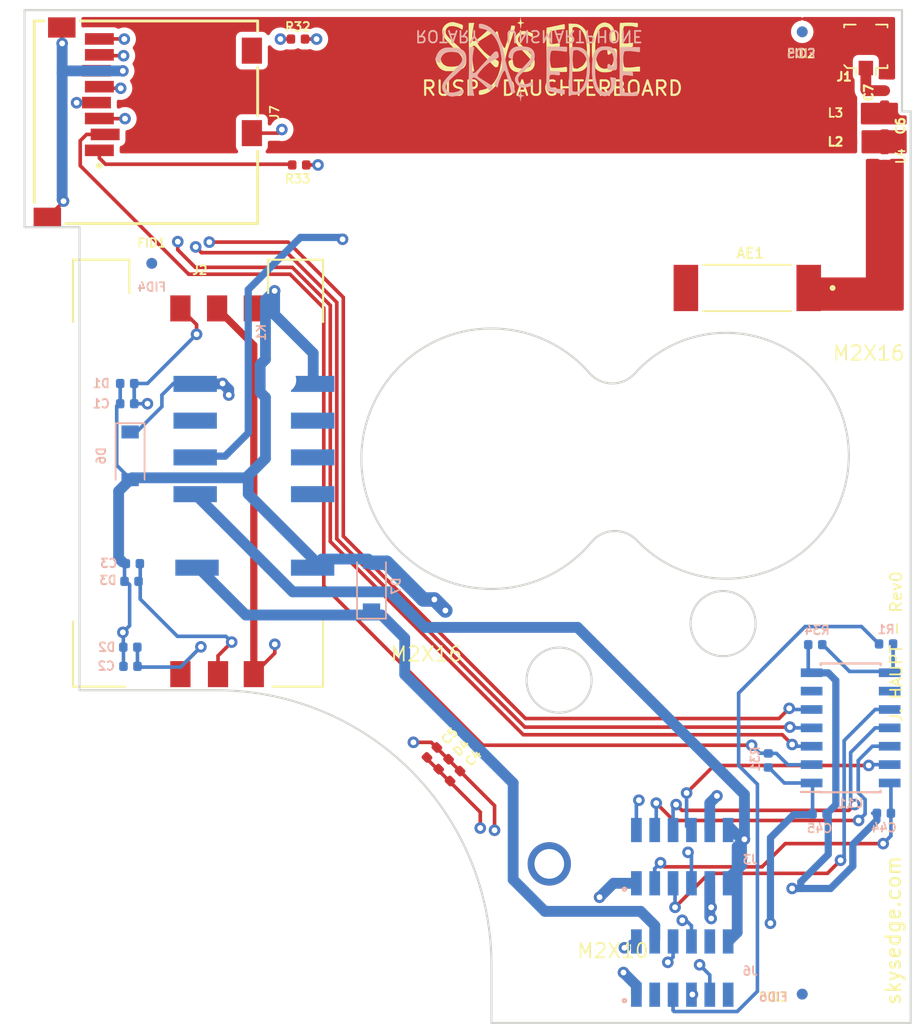
<source format=kicad_pcb>
(kicad_pcb (version 20171130) (host pcbnew 5.1.6+dfsg1-1~bpo10+1)

  (general
    (thickness 1.6)
    (drawings 31)
    (tracks 430)
    (zones 0)
    (modules 43)
    (nets 29)
  )

  (page A4)
  (layers
    (0 1_GNDA.Cu signal)
    (1 2_3v3.Cu signal)
    (2 3_3V8.Cu signal)
    (31 4_GND.Cu signal)
    (32 B.Adhes user hide)
    (33 F.Adhes user)
    (34 B.Paste user)
    (35 F.Paste user)
    (36 B.SilkS user)
    (37 F.SilkS user)
    (38 B.Mask user)
    (39 F.Mask user hide)
    (40 Dwgs.User user)
    (41 Cmts.User user hide)
    (42 Eco1.User user)
    (43 Eco2.User user)
    (44 Edge.Cuts user)
    (45 Margin user hide)
    (46 B.CrtYd user)
    (47 F.CrtYd user)
    (48 B.Fab user hide)
    (49 F.Fab user hide)
  )

  (setup
    (last_trace_width 0.25)
    (user_trace_width 0.5)
    (user_trace_width 0.75)
    (user_trace_width 1)
    (user_trace_width 2.3)
    (trace_clearance 0.2)
    (zone_clearance 0.4)
    (zone_45_only no)
    (trace_min 0.2)
    (via_size 0.8)
    (via_drill 0.4)
    (via_min_size 0.4)
    (via_min_drill 0.3)
    (uvia_size 0.3)
    (uvia_drill 0.1)
    (uvias_allowed no)
    (uvia_min_size 0.2)
    (uvia_min_drill 0.1)
    (edge_width 0.15)
    (segment_width 0.2)
    (pcb_text_width 0.3)
    (pcb_text_size 1.5 1.5)
    (mod_edge_width 0.15)
    (mod_text_size 0.6 0.6)
    (mod_text_width 0.12)
    (pad_size 2.2 2.2)
    (pad_drill 2.2)
    (pad_to_mask_clearance 0.2)
    (solder_mask_min_width 0.25)
    (aux_axis_origin 150 100)
    (visible_elements FFFFFF7F)
    (pcbplotparams
      (layerselection 0x310fc_ffffffff)
      (usegerberextensions false)
      (usegerberattributes false)
      (usegerberadvancedattributes false)
      (creategerberjobfile false)
      (excludeedgelayer true)
      (linewidth 0.100000)
      (plotframeref false)
      (viasonmask false)
      (mode 1)
      (useauxorigin false)
      (hpglpennumber 1)
      (hpglpenspeed 20)
      (hpglpendiameter 15.000000)
      (psnegative false)
      (psa4output false)
      (plotreference true)
      (plotvalue true)
      (plotinvisibletext false)
      (padsonsilk false)
      (subtractmaskfromsilk false)
      (outputformat 1)
      (mirror false)
      (drillshape 0)
      (scaleselection 1)
      (outputdirectory "Fab/"))
  )

  (net 0 "")
  (net 1 GND)
  (net 2 /MISO)
  (net 3 /MOSI)
  (net 4 +3V8)
  (net 5 +3V3)
  (net 6 "/SD CARD/SCK_3V3")
  (net 7 "/SD CARD/DO_3V3")
  (net 8 /SD_CD)
  (net 9 "/SD CARD/DI_3V3")
  (net 10 "/SD CARD/CS_3V3")
  (net 11 /SD_CS)
  (net 12 /SIM_IO)
  (net 13 /SIM_CLK)
  (net 14 /SIM_RST)
  (net 15 /VSIM)
  (net 16 /LL_OE)
  (net 17 "Net-(J7-Pad1)")
  (net 18 "Net-(J7-Pad8)")
  (net 19 /POWSW4)
  (net 20 /RELAYOFF)
  (net 21 +BATT)
  (net 22 "Net-(AE1-Pad1)")
  (net 23 GNDA)
  (net 24 "Net-(C6-Pad2)")
  (net 25 /SCK)
  (net 26 "Net-(R1-Pad2)")
  (net 27 "Net-(C6-Pad1)")
  (net 28 "Net-(C7-Pad2)")

  (net_class Default "This is the default net class."
    (clearance 0.2)
    (trace_width 0.25)
    (via_dia 0.8)
    (via_drill 0.4)
    (uvia_dia 0.3)
    (uvia_drill 0.1)
    (add_net +3V3)
    (add_net +3V8)
    (add_net +BATT)
    (add_net /LL_OE)
    (add_net /MISO)
    (add_net /MOSI)
    (add_net /POWSW4)
    (add_net /RELAYOFF)
    (add_net /SCK)
    (add_net "/SD CARD/CS_3V3")
    (add_net "/SD CARD/DI_3V3")
    (add_net "/SD CARD/DO_3V3")
    (add_net "/SD CARD/SCK_3V3")
    (add_net /SD_CD)
    (add_net /SD_CS)
    (add_net /SIM_CLK)
    (add_net /SIM_IO)
    (add_net /SIM_RST)
    (add_net /VSIM)
    (add_net GND)
    (add_net GNDA)
    (add_net "Net-(AE1-Pad1)")
    (add_net "Net-(C6-Pad1)")
    (add_net "Net-(C6-Pad2)")
    (add_net "Net-(C7-Pad2)")
    (add_net "Net-(J7-Pad1)")
    (add_net "Net-(J7-Pad8)")
    (add_net "Net-(R1-Pad2)")
  )

  (net_class Power ""
    (clearance 0.2)
    (trace_width 0.9)
    (via_dia 0.8)
    (via_drill 0.4)
    (uvia_dia 0.3)
    (uvia_drill 0.1)
  )

  (module MyFootprints:MountingHole_2mm (layer 1_GNDA.Cu) (tedit 60C6B6A6) (tstamp 6017EA9D)
    (at 154 128)
    (path /5FA1288F)
    (fp_text reference MH3 (at 0.3 1.6) (layer F.SilkS) hide
      (effects (font (size 1 1) (thickness 0.15)))
    )
    (fp_text value MountingHole (at 0 -0.5) (layer F.Fab)
      (effects (font (size 1 1) (thickness 0.15)))
    )
    (fp_circle (center 0 0) (end 1.5 0.4) (layer F.Fab) (width 0.12))
    (pad 1 thru_hole circle (at 0 0) (size 3 3) (drill 2.05) (layers *.Cu *.Mask))
  )

  (module MyFootprints:XCVR_NN02-232 (layer 1_GNDA.Cu) (tedit 605690DF) (tstamp 60CDF20C)
    (at 167.7 88.2 180)
    (path /605BF359)
    (fp_text reference AE1 (at -0.2 2.4) (layer F.SilkS)
      (effects (font (size 0.7 0.7) (thickness 0.13)))
    )
    (fp_text value Antenna_Chip (at 1.604 -3.08) (layer F.Fab)
      (effects (font (size 0.8 0.8) (thickness 0.015)))
    )
    (fp_circle (center -5.9 0) (end -5.8 0) (layer F.Fab) (width 0.2))
    (fp_circle (center -5.9 0) (end -5.8 0) (layer F.SilkS) (width 0.2))
    (fp_line (start -5.35 1.85) (end -5.35 -1.85) (layer F.CrtYd) (width 0.05))
    (fp_line (start 5.35 1.85) (end -5.35 1.85) (layer F.CrtYd) (width 0.05))
    (fp_line (start 5.35 -1.85) (end 5.35 1.85) (layer F.CrtYd) (width 0.05))
    (fp_line (start -5.35 -1.85) (end 5.35 -1.85) (layer F.CrtYd) (width 0.05))
    (fp_line (start 3.05 1.6) (end -3.05 1.6) (layer F.SilkS) (width 0.127))
    (fp_line (start -3.05 -1.6) (end 3.05 -1.6) (layer F.SilkS) (width 0.127))
    (fp_line (start 5 -1.6) (end -5 -1.6) (layer F.Fab) (width 0.127))
    (fp_line (start 5 1.6) (end 5 -1.6) (layer F.Fab) (width 0.127))
    (fp_line (start -5 1.6) (end 5 1.6) (layer F.Fab) (width 0.127))
    (fp_line (start -5 -1.6) (end -5 1.6) (layer F.Fab) (width 0.127))
    (pad 2 smd rect (at 4.25 0 180) (size 1.7 3.2) (layers 1_GNDA.Cu F.Paste F.Mask))
    (pad 1 smd rect (at -4.25 0 180) (size 1.7 3.2) (layers 1_GNDA.Cu F.Paste F.Mask)
      (net 22 "Net-(AE1-Pad1)"))
  )

  (module MountingHole:MountingHole_2.2mm_M2 (layer 1_GNDA.Cu) (tedit 56D1B4CB) (tstamp 60AAEC8F)
    (at 154 134)
    (descr "Mounting Hole 2.2mm, no annular, M2")
    (tags "mounting hole 2.2mm no annular m2")
    (path /5FA17D15)
    (attr virtual)
    (fp_text reference MH2 (at 0 -3.2) (layer F.SilkS) hide
      (effects (font (size 1 1) (thickness 0.15)))
    )
    (fp_text value MountingHole (at 0 3.2) (layer F.Fab)
      (effects (font (size 1 1) (thickness 0.15)))
    )
    (fp_circle (center 0 0) (end 2.45 0) (layer F.CrtYd) (width 0.05))
    (fp_circle (center 0 0) (end 2.2 0) (layer Cmts.User) (width 0.15))
    (fp_text user %R (at 0.3 0) (layer F.Fab)
      (effects (font (size 1 1) (thickness 0.15)))
    )
    (pad 1 np_thru_hole circle (at 0 0) (size 2.2 2.2) (drill 2.2) (layers *.Cu *.Mask))
  )

  (module Resistor_SMD:R_0402_1005Metric (layer 4_GND.Cu) (tedit 5B301BBD) (tstamp 60C4BC9A)
    (at 172.4 112.85 180)
    (descr "Resistor SMD 0402 (1005 Metric), square (rectangular) end terminal, IPC_7351 nominal, (Body size source: http://www.tortai-tech.com/upload/download/2011102023233369053.pdf), generated with kicad-footprint-generator")
    (tags resistor)
    (path /5ED364D9/5F4E51E9)
    (attr smd)
    (fp_text reference R34 (at -0.125 1 180) (layer B.SilkS)
      (effects (font (size 0.6 0.6) (thickness 0.12)) (justify mirror))
    )
    (fp_text value 10k (at 0 -1.17 180) (layer B.Fab)
      (effects (font (size 1 1) (thickness 0.15)) (justify mirror))
    )
    (fp_line (start -0.5 -0.25) (end -0.5 0.25) (layer B.Fab) (width 0.1))
    (fp_line (start -0.5 0.25) (end 0.5 0.25) (layer B.Fab) (width 0.1))
    (fp_line (start 0.5 0.25) (end 0.5 -0.25) (layer B.Fab) (width 0.1))
    (fp_line (start 0.5 -0.25) (end -0.5 -0.25) (layer B.Fab) (width 0.1))
    (fp_line (start -0.93 -0.47) (end -0.93 0.47) (layer B.CrtYd) (width 0.05))
    (fp_line (start -0.93 0.47) (end 0.93 0.47) (layer B.CrtYd) (width 0.05))
    (fp_line (start 0.93 0.47) (end 0.93 -0.47) (layer B.CrtYd) (width 0.05))
    (fp_line (start 0.93 -0.47) (end -0.93 -0.47) (layer B.CrtYd) (width 0.05))
    (fp_text user %R (at 0 0 180) (layer B.Fab)
      (effects (font (size 0.25 0.25) (thickness 0.04)) (justify mirror))
    )
    (pad 1 smd roundrect (at -0.485 0 180) (size 0.59 0.64) (layers 4_GND.Cu B.Paste B.Mask) (roundrect_rratio 0.25)
      (net 26 "Net-(R1-Pad2)"))
    (pad 2 smd roundrect (at 0.485 0 180) (size 0.59 0.64) (layers 4_GND.Cu B.Paste B.Mask) (roundrect_rratio 0.25)
      (net 1 GND))
    (model ${KISYS3DMOD}/Resistor_SMD.3dshapes/R_0402_1005Metric.wrl
      (at (xyz 0 0 0))
      (scale (xyz 1 1 1))
      (rotate (xyz 0 0 0))
    )
  )

  (module Resistor_SMD:R_0402_1005Metric (layer 4_GND.Cu) (tedit 5B301BBD) (tstamp 60C4BF98)
    (at 177.3 112.8)
    (descr "Resistor SMD 0402 (1005 Metric), square (rectangular) end terminal, IPC_7351 nominal, (Body size source: http://www.tortai-tech.com/upload/download/2011102023233369053.pdf), generated with kicad-footprint-generator")
    (tags resistor)
    (path /5ED364D9/6065A72C)
    (attr smd)
    (fp_text reference R1 (at 0 -1 180) (layer B.SilkS)
      (effects (font (size 0.6 0.6) (thickness 0.12)) (justify mirror))
    )
    (fp_text value 2k (at 0 -1.17) (layer B.Fab)
      (effects (font (size 1 1) (thickness 0.15)) (justify mirror))
    )
    (fp_line (start -0.5 -0.25) (end -0.5 0.25) (layer B.Fab) (width 0.1))
    (fp_line (start -0.5 0.25) (end 0.5 0.25) (layer B.Fab) (width 0.1))
    (fp_line (start 0.5 0.25) (end 0.5 -0.25) (layer B.Fab) (width 0.1))
    (fp_line (start 0.5 -0.25) (end -0.5 -0.25) (layer B.Fab) (width 0.1))
    (fp_line (start -0.93 -0.47) (end -0.93 0.47) (layer B.CrtYd) (width 0.05))
    (fp_line (start -0.93 0.47) (end 0.93 0.47) (layer B.CrtYd) (width 0.05))
    (fp_line (start 0.93 0.47) (end 0.93 -0.47) (layer B.CrtYd) (width 0.05))
    (fp_line (start 0.93 -0.47) (end -0.93 -0.47) (layer B.CrtYd) (width 0.05))
    (fp_text user %R (at 0 0) (layer B.Fab)
      (effects (font (size 0.25 0.25) (thickness 0.04)) (justify mirror))
    )
    (pad 2 smd roundrect (at 0.485 0) (size 0.59 0.64) (layers 4_GND.Cu B.Paste B.Mask) (roundrect_rratio 0.25)
      (net 26 "Net-(R1-Pad2)"))
    (pad 1 smd roundrect (at -0.485 0) (size 0.59 0.64) (layers 4_GND.Cu B.Paste B.Mask) (roundrect_rratio 0.25)
      (net 16 /LL_OE))
    (model ${KISYS3DMOD}/Resistor_SMD.3dshapes/R_0402_1005Metric.wrl
      (at (xyz 0 0 0))
      (scale (xyz 1 1 1))
      (rotate (xyz 0 0 0))
    )
  )

  (module Inductor_SMD:L_0402_1005Metric (layer 1_GNDA.Cu) (tedit 5B301BBE) (tstamp 60C96A13)
    (at 175.5 78.1 180)
    (descr "Inductor SMD 0402 (1005 Metric), square (rectangular) end terminal, IPC_7351 nominal, (Body size source: http://www.tortai-tech.com/upload/download/2011102023233369053.pdf), generated with kicad-footprint-generator")
    (tags inductor)
    (path /605C4E03)
    (attr smd)
    (fp_text reference L2 (at 1.7 0) (layer F.SilkS)
      (effects (font (size 0.6 0.6) (thickness 0.15)))
    )
    (fp_text value 7.5nH (at 0 1.17) (layer F.Fab)
      (effects (font (size 1 1) (thickness 0.15)))
    )
    (fp_line (start -0.5 0.25) (end -0.5 -0.25) (layer F.Fab) (width 0.1))
    (fp_line (start -0.5 -0.25) (end 0.5 -0.25) (layer F.Fab) (width 0.1))
    (fp_line (start 0.5 -0.25) (end 0.5 0.25) (layer F.Fab) (width 0.1))
    (fp_line (start 0.5 0.25) (end -0.5 0.25) (layer F.Fab) (width 0.1))
    (fp_line (start -0.93 0.47) (end -0.93 -0.47) (layer F.CrtYd) (width 0.05))
    (fp_line (start -0.93 -0.47) (end 0.93 -0.47) (layer F.CrtYd) (width 0.05))
    (fp_line (start 0.93 -0.47) (end 0.93 0.47) (layer F.CrtYd) (width 0.05))
    (fp_line (start 0.93 0.47) (end -0.93 0.47) (layer F.CrtYd) (width 0.05))
    (fp_text user %R (at 0 0) (layer F.Fab)
      (effects (font (size 0.25 0.25) (thickness 0.04)))
    )
    (pad 2 smd roundrect (at 0.485 0 180) (size 0.59 0.64) (layers 1_GNDA.Cu F.Paste F.Mask) (roundrect_rratio 0.25)
      (net 23 GNDA))
    (pad 1 smd roundrect (at -0.485 0 180) (size 0.59 0.64) (layers 1_GNDA.Cu F.Paste F.Mask) (roundrect_rratio 0.25)
      (net 27 "Net-(C6-Pad1)"))
    (model ${KISYS3DMOD}/Inductor_SMD.3dshapes/L_0402_1005Metric.wrl
      (at (xyz 0 0 0))
      (scale (xyz 1 1 1))
      (rotate (xyz 0 0 0))
    )
  )

  (module Connector_Coaxial:U.FL_Molex_MCRF_73412-0110_Vertical (layer 1_GNDA.Cu) (tedit 5A1B5B59) (tstamp 60C96A65)
    (at 175.9 71.5)
    (descr "Molex Microcoaxial RF Connectors (MCRF), mates Hirose U.FL, (http://www.molex.com/pdm_docs/sd/734120110_sd.pdf)")
    (tags "mcrf hirose ufl u.fl microcoaxial")
    (path /605C525D)
    (attr smd)
    (fp_text reference J1 (at -1.5 2.1) (layer F.SilkS)
      (effects (font (size 0.6 0.6) (thickness 0.15)))
    )
    (fp_text value Conn_Coaxial (at 0 -3.302) (layer F.Fab)
      (effects (font (size 1 1) (thickness 0.15)))
    )
    (fp_line (start 0 1) (end 0.3 1.3) (layer F.Fab) (width 0.1))
    (fp_line (start -0.3 1.3) (end 0 1) (layer F.Fab) (width 0.1))
    (fp_line (start 0.7 1.5) (end 0.7 2) (layer F.SilkS) (width 0.12))
    (fp_line (start -0.7 1.5) (end -0.7 2) (layer F.SilkS) (width 0.12))
    (fp_circle (center 0 0) (end 0 0.05) (layer F.Fab) (width 0.1))
    (fp_circle (center 0 0) (end 0 0.125) (layer F.Fab) (width 0.1))
    (fp_line (start -0.7 1.5) (end -1.3 1.5) (layer F.SilkS) (width 0.12))
    (fp_line (start -1.3 1.5) (end -1.5 1.3) (layer F.SilkS) (width 0.12))
    (fp_line (start 1.5 1.3) (end 1.5 1.5) (layer F.SilkS) (width 0.12))
    (fp_line (start 1.5 1.5) (end 0.7 1.5) (layer F.SilkS) (width 0.12))
    (fp_line (start 0.7 -1.5) (end 1.5 -1.5) (layer F.SilkS) (width 0.12))
    (fp_line (start 1.5 -1.5) (end 1.5 -1.3) (layer F.SilkS) (width 0.12))
    (fp_line (start -1.5 -1.3) (end -1.5 -1.5) (layer F.SilkS) (width 0.12))
    (fp_line (start -1.5 -1.5) (end -0.7 -1.5) (layer F.SilkS) (width 0.12))
    (fp_circle (center 0 0) (end 0.9 0) (layer F.Fab) (width 0.1))
    (fp_line (start -1.3 -1.3) (end 1.3 -1.3) (layer F.Fab) (width 0.1))
    (fp_line (start -1.3 -1.3) (end -1.3 1) (layer F.Fab) (width 0.1))
    (fp_line (start -1.3 1) (end -1 1.3) (layer F.Fab) (width 0.1))
    (fp_line (start 1.3 -1.3) (end 1.3 1.3) (layer F.Fab) (width 0.1))
    (fp_line (start -2.5 -2.5) (end -2.5 2.5) (layer F.CrtYd) (width 0.05))
    (fp_line (start -2.5 2.5) (end 2.5 2.5) (layer F.CrtYd) (width 0.05))
    (fp_line (start 2.5 2.5) (end 2.5 -2.5) (layer F.CrtYd) (width 0.05))
    (fp_line (start 2.5 -2.5) (end -2.5 -2.5) (layer F.CrtYd) (width 0.05))
    (fp_line (start -1 1.3) (end 1.3 1.3) (layer F.Fab) (width 0.1))
    (fp_circle (center 0 0) (end 0 0.2) (layer F.Fab) (width 0.1))
    (fp_text user %R (at 0 3.5) (layer F.Fab)
      (effects (font (size 1 1) (thickness 0.15)))
    )
    (pad 1 smd rect (at 0 1.5) (size 1 1) (layers 1_GNDA.Cu F.Paste F.Mask)
      (net 28 "Net-(C7-Pad2)"))
    (pad 2 smd rect (at 0 -1.5) (size 1 1) (layers 1_GNDA.Cu F.Paste F.Mask)
      (net 23 GNDA))
    (pad 2 smd rect (at 1.475 0) (size 1.05 2.2) (layers 1_GNDA.Cu F.Paste F.Mask)
      (net 23 GNDA))
    (pad 2 smd rect (at -1.475 0) (size 1.05 2.2) (layers 1_GNDA.Cu F.Paste F.Mask)
      (net 23 GNDA))
    (model ${KISYS3DMOD}/Connector_Coaxial.3dshapes/U.FL_Molex_MCRF_73412-0110_Vertical.wrl
      (at (xyz 0 0 0))
      (scale (xyz 1 1 1))
      (rotate (xyz 0 0 0))
    )
  )

  (module Capacitor_SMD:C_0402_1005Metric (layer 1_GNDA.Cu) (tedit 5B301BBE) (tstamp 60C9695F)
    (at 177.2 75.05 90)
    (descr "Capacitor SMD 0402 (1005 Metric), square (rectangular) end terminal, IPC_7351 nominal, (Body size source: http://www.tortai-tech.com/upload/download/2011102023233369053.pdf), generated with kicad-footprint-generator")
    (tags capacitor)
    (path /605C45E0)
    (attr smd)
    (fp_text reference C7 (at 0.35 -1.1 90) (layer F.SilkS)
      (effects (font (size 0.6 0.6) (thickness 0.15)))
    )
    (fp_text value .5pF (at 0 1.17 90) (layer F.Fab)
      (effects (font (size 1 1) (thickness 0.15)))
    )
    (fp_line (start -0.5 0.25) (end -0.5 -0.25) (layer F.Fab) (width 0.1))
    (fp_line (start -0.5 -0.25) (end 0.5 -0.25) (layer F.Fab) (width 0.1))
    (fp_line (start 0.5 -0.25) (end 0.5 0.25) (layer F.Fab) (width 0.1))
    (fp_line (start 0.5 0.25) (end -0.5 0.25) (layer F.Fab) (width 0.1))
    (fp_line (start -0.93 0.47) (end -0.93 -0.47) (layer F.CrtYd) (width 0.05))
    (fp_line (start -0.93 -0.47) (end 0.93 -0.47) (layer F.CrtYd) (width 0.05))
    (fp_line (start 0.93 -0.47) (end 0.93 0.47) (layer F.CrtYd) (width 0.05))
    (fp_line (start 0.93 0.47) (end -0.93 0.47) (layer F.CrtYd) (width 0.05))
    (fp_text user %R (at 0 0 90) (layer F.Fab)
      (effects (font (size 0.25 0.25) (thickness 0.04)))
    )
    (pad 2 smd roundrect (at 0.485 0 90) (size 0.59 0.64) (layers 1_GNDA.Cu F.Paste F.Mask) (roundrect_rratio 0.25)
      (net 28 "Net-(C7-Pad2)"))
    (pad 1 smd roundrect (at -0.485 0 90) (size 0.59 0.64) (layers 1_GNDA.Cu F.Paste F.Mask) (roundrect_rratio 0.25)
      (net 24 "Net-(C6-Pad2)"))
    (model ${KISYS3DMOD}/Capacitor_SMD.3dshapes/C_0402_1005Metric.wrl
      (at (xyz 0 0 0))
      (scale (xyz 1 1 1))
      (rotate (xyz 0 0 0))
    )
  )

  (module Capacitor_SMD:C_0402_1005Metric (layer 1_GNDA.Cu) (tedit 5B301BBE) (tstamp 60C969BF)
    (at 177.2 77.05 90)
    (descr "Capacitor SMD 0402 (1005 Metric), square (rectangular) end terminal, IPC_7351 nominal, (Body size source: http://www.tortai-tech.com/upload/download/2011102023233369053.pdf), generated with kicad-footprint-generator")
    (tags capacitor)
    (path /605C5B21)
    (attr smd)
    (fp_text reference C6 (at 0.05 1.1 90) (layer F.SilkS)
      (effects (font (size 0.6 0.6) (thickness 0.15)))
    )
    (fp_text value 2.7pF (at 0 1.17 90) (layer F.Fab)
      (effects (font (size 1 1) (thickness 0.15)))
    )
    (fp_line (start -0.5 0.25) (end -0.5 -0.25) (layer F.Fab) (width 0.1))
    (fp_line (start -0.5 -0.25) (end 0.5 -0.25) (layer F.Fab) (width 0.1))
    (fp_line (start 0.5 -0.25) (end 0.5 0.25) (layer F.Fab) (width 0.1))
    (fp_line (start 0.5 0.25) (end -0.5 0.25) (layer F.Fab) (width 0.1))
    (fp_line (start -0.93 0.47) (end -0.93 -0.47) (layer F.CrtYd) (width 0.05))
    (fp_line (start -0.93 -0.47) (end 0.93 -0.47) (layer F.CrtYd) (width 0.05))
    (fp_line (start 0.93 -0.47) (end 0.93 0.47) (layer F.CrtYd) (width 0.05))
    (fp_line (start 0.93 0.47) (end -0.93 0.47) (layer F.CrtYd) (width 0.05))
    (fp_text user %R (at 0 0 90) (layer F.Fab)
      (effects (font (size 0.25 0.25) (thickness 0.04)))
    )
    (pad 2 smd roundrect (at 0.485 0 90) (size 0.59 0.64) (layers 1_GNDA.Cu F.Paste F.Mask) (roundrect_rratio 0.25)
      (net 24 "Net-(C6-Pad2)"))
    (pad 1 smd roundrect (at -0.485 0 90) (size 0.59 0.64) (layers 1_GNDA.Cu F.Paste F.Mask) (roundrect_rratio 0.25)
      (net 27 "Net-(C6-Pad1)"))
    (model ${KISYS3DMOD}/Capacitor_SMD.3dshapes/C_0402_1005Metric.wrl
      (at (xyz 0 0 0))
      (scale (xyz 1 1 1))
      (rotate (xyz 0 0 0))
    )
  )

  (module Resistor_SMD:R_0402_1005Metric (layer 4_GND.Cu) (tedit 5B301BBD) (tstamp 5FE2B0A9)
    (at 124.8 96.2 180)
    (descr "Resistor SMD 0402 (1005 Metric), square (rectangular) end terminal, IPC_7351 nominal, (Body size source: http://www.tortai-tech.com/upload/download/2011102023233369053.pdf), generated with kicad-footprint-generator")
    (tags resistor)
    (path /5F4C06C4)
    (attr smd)
    (fp_text reference C1 (at 1.8 0) (layer B.SilkS)
      (effects (font (size 0.6 0.6) (thickness 0.12)) (justify mirror))
    )
    (fp_text value 47pF/50V (at 0 -1.17) (layer B.Fab)
      (effects (font (size 1 1) (thickness 0.15)) (justify mirror))
    )
    (fp_line (start 0.93 -0.47) (end -0.93 -0.47) (layer B.CrtYd) (width 0.05))
    (fp_line (start 0.93 0.47) (end 0.93 -0.47) (layer B.CrtYd) (width 0.05))
    (fp_line (start -0.93 0.47) (end 0.93 0.47) (layer B.CrtYd) (width 0.05))
    (fp_line (start -0.93 -0.47) (end -0.93 0.47) (layer B.CrtYd) (width 0.05))
    (fp_line (start 0.5 -0.25) (end -0.5 -0.25) (layer B.Fab) (width 0.1))
    (fp_line (start 0.5 0.25) (end 0.5 -0.25) (layer B.Fab) (width 0.1))
    (fp_line (start -0.5 0.25) (end 0.5 0.25) (layer B.Fab) (width 0.1))
    (fp_line (start -0.5 -0.25) (end -0.5 0.25) (layer B.Fab) (width 0.1))
    (fp_text user %R (at 0 0) (layer B.Fab)
      (effects (font (size 0.25 0.25) (thickness 0.04)) (justify mirror))
    )
    (pad 2 smd roundrect (at 0.485 0 180) (size 0.59 0.64) (layers 4_GND.Cu B.Paste B.Mask) (roundrect_rratio 0.25)
      (net 1 GND))
    (pad 1 smd roundrect (at -0.485 0 180) (size 0.59 0.64) (layers 4_GND.Cu B.Paste B.Mask) (roundrect_rratio 0.25)
      (net 12 /SIM_IO))
    (model ${KISYS3DMOD}/Resistor_SMD.3dshapes/R_0402_1005Metric.wrl
      (at (xyz 0 0 0))
      (scale (xyz 1 1 1))
      (rotate (xyz 0 0 0))
    )
  )

  (module Resistor_SMD:R_0402_1005Metric (layer 4_GND.Cu) (tedit 5B301BBD) (tstamp 5FE2B0E8)
    (at 125.025 114.35 180)
    (descr "Resistor SMD 0402 (1005 Metric), square (rectangular) end terminal, IPC_7351 nominal, (Body size source: http://www.tortai-tech.com/upload/download/2011102023233369053.pdf), generated with kicad-footprint-generator")
    (tags resistor)
    (path /5F4C0753)
    (attr smd)
    (fp_text reference C2 (at 1.675 0.025) (layer B.SilkS)
      (effects (font (size 0.6 0.6) (thickness 0.12)) (justify mirror))
    )
    (fp_text value 47pF/50V (at 0 -1.17) (layer B.Fab)
      (effects (font (size 1 1) (thickness 0.15)) (justify mirror))
    )
    (fp_line (start 0.93 -0.47) (end -0.93 -0.47) (layer B.CrtYd) (width 0.05))
    (fp_line (start 0.93 0.47) (end 0.93 -0.47) (layer B.CrtYd) (width 0.05))
    (fp_line (start -0.93 0.47) (end 0.93 0.47) (layer B.CrtYd) (width 0.05))
    (fp_line (start -0.93 -0.47) (end -0.93 0.47) (layer B.CrtYd) (width 0.05))
    (fp_line (start 0.5 -0.25) (end -0.5 -0.25) (layer B.Fab) (width 0.1))
    (fp_line (start 0.5 0.25) (end 0.5 -0.25) (layer B.Fab) (width 0.1))
    (fp_line (start -0.5 0.25) (end 0.5 0.25) (layer B.Fab) (width 0.1))
    (fp_line (start -0.5 -0.25) (end -0.5 0.25) (layer B.Fab) (width 0.1))
    (fp_text user %R (at 0 0) (layer B.Fab)
      (effects (font (size 0.25 0.25) (thickness 0.04)) (justify mirror))
    )
    (pad 2 smd roundrect (at 0.485 0 180) (size 0.59 0.64) (layers 4_GND.Cu B.Paste B.Mask) (roundrect_rratio 0.25)
      (net 1 GND))
    (pad 1 smd roundrect (at -0.485 0 180) (size 0.59 0.64) (layers 4_GND.Cu B.Paste B.Mask) (roundrect_rratio 0.25)
      (net 13 /SIM_CLK))
    (model ${KISYS3DMOD}/Resistor_SMD.3dshapes/R_0402_1005Metric.wrl
      (at (xyz 0 0 0))
      (scale (xyz 1 1 1))
      (rotate (xyz 0 0 0))
    )
  )

  (module Resistor_SMD:R_0402_1005Metric (layer 4_GND.Cu) (tedit 5B301BBD) (tstamp 5FE2B16C)
    (at 125.19 107.25 180)
    (descr "Resistor SMD 0402 (1005 Metric), square (rectangular) end terminal, IPC_7351 nominal, (Body size source: http://www.tortai-tech.com/upload/download/2011102023233369053.pdf), generated with kicad-footprint-generator")
    (tags resistor)
    (path /5F4C075C)
    (attr smd)
    (fp_text reference C3 (at 1.665 0.025) (layer B.SilkS)
      (effects (font (size 0.6 0.6) (thickness 0.12)) (justify mirror))
    )
    (fp_text value 47pF/50V (at 0 -1.17) (layer B.Fab)
      (effects (font (size 1 1) (thickness 0.15)) (justify mirror))
    )
    (fp_line (start -0.5 -0.25) (end -0.5 0.25) (layer B.Fab) (width 0.1))
    (fp_line (start -0.5 0.25) (end 0.5 0.25) (layer B.Fab) (width 0.1))
    (fp_line (start 0.5 0.25) (end 0.5 -0.25) (layer B.Fab) (width 0.1))
    (fp_line (start 0.5 -0.25) (end -0.5 -0.25) (layer B.Fab) (width 0.1))
    (fp_line (start -0.93 -0.47) (end -0.93 0.47) (layer B.CrtYd) (width 0.05))
    (fp_line (start -0.93 0.47) (end 0.93 0.47) (layer B.CrtYd) (width 0.05))
    (fp_line (start 0.93 0.47) (end 0.93 -0.47) (layer B.CrtYd) (width 0.05))
    (fp_line (start 0.93 -0.47) (end -0.93 -0.47) (layer B.CrtYd) (width 0.05))
    (fp_text user %R (at 0 0) (layer B.Fab)
      (effects (font (size 0.25 0.25) (thickness 0.04)) (justify mirror))
    )
    (pad 1 smd roundrect (at -0.485 0 180) (size 0.59 0.64) (layers 4_GND.Cu B.Paste B.Mask) (roundrect_rratio 0.25)
      (net 14 /SIM_RST))
    (pad 2 smd roundrect (at 0.485 0 180) (size 0.59 0.64) (layers 4_GND.Cu B.Paste B.Mask) (roundrect_rratio 0.25)
      (net 1 GND))
    (model ${KISYS3DMOD}/Resistor_SMD.3dshapes/R_0402_1005Metric.wrl
      (at (xyz 0 0 0))
      (scale (xyz 1 1 1))
      (rotate (xyz 0 0 0))
    )
  )

  (module Resistor_SMD:R_0402_1005Metric (layer 1_GNDA.Cu) (tedit 5B301BBD) (tstamp 5FE2B1C6)
    (at 147.48 121.93 225)
    (descr "Resistor SMD 0402 (1005 Metric), square (rectangular) end terminal, IPC_7351 nominal, (Body size source: http://www.tortai-tech.com/upload/download/2011102023233369053.pdf), generated with kicad-footprint-generator")
    (tags resistor)
    (path /5F4C0765)
    (attr smd)
    (fp_text reference C4 (at -1.781909 -0.014142 45) (layer F.SilkS)
      (effects (font (size 0.6 0.6) (thickness 0.12)))
    )
    (fp_text value 47pF/50V (at 0 1.17 45) (layer F.Fab)
      (effects (font (size 1 1) (thickness 0.15)))
    )
    (fp_line (start 0.93 0.47) (end -0.93 0.47) (layer F.CrtYd) (width 0.05))
    (fp_line (start 0.93 -0.47) (end 0.93 0.47) (layer F.CrtYd) (width 0.05))
    (fp_line (start -0.93 -0.47) (end 0.93 -0.47) (layer F.CrtYd) (width 0.05))
    (fp_line (start -0.93 0.47) (end -0.93 -0.47) (layer F.CrtYd) (width 0.05))
    (fp_line (start 0.5 0.25) (end -0.5 0.25) (layer F.Fab) (width 0.1))
    (fp_line (start 0.5 -0.25) (end 0.5 0.25) (layer F.Fab) (width 0.1))
    (fp_line (start -0.5 -0.25) (end 0.5 -0.25) (layer F.Fab) (width 0.1))
    (fp_line (start -0.5 0.25) (end -0.5 -0.25) (layer F.Fab) (width 0.1))
    (fp_text user %R (at 0 0 45) (layer F.Fab)
      (effects (font (size 0.25 0.25) (thickness 0.04)))
    )
    (pad 2 smd roundrect (at 0.485 0 225) (size 0.59 0.64) (layers 1_GNDA.Cu F.Paste F.Mask) (roundrect_rratio 0.25)
      (net 1 GND))
    (pad 1 smd roundrect (at -0.485 0 225) (size 0.59 0.64) (layers 1_GNDA.Cu F.Paste F.Mask) (roundrect_rratio 0.25)
      (net 15 /VSIM))
    (model ${KISYS3DMOD}/Resistor_SMD.3dshapes/R_0402_1005Metric.wrl
      (at (xyz 0 0 0))
      (scale (xyz 1 1 1))
      (rotate (xyz 0 0 0))
    )
  )

  (module Resistor_SMD:R_0402_1005Metric (layer 1_GNDA.Cu) (tedit 5B301BBD) (tstamp 5FE2AE54)
    (at 145.88 120.3 225)
    (descr "Resistor SMD 0402 (1005 Metric), square (rectangular) end terminal, IPC_7351 nominal, (Body size source: http://www.tortai-tech.com/upload/download/2011102023233369053.pdf), generated with kicad-footprint-generator")
    (tags resistor)
    (path /5F4C06CD)
    (attr smd)
    (fp_text reference C5 (at -1.668772 -0.070711 45) (layer F.SilkS)
      (effects (font (size 0.6 0.6) (thickness 0.12)))
    )
    (fp_text value 100nF/16V (at 0 1.17 45) (layer F.Fab)
      (effects (font (size 1 1) (thickness 0.15)))
    )
    (fp_line (start -0.5 0.25) (end -0.5 -0.25) (layer F.Fab) (width 0.1))
    (fp_line (start -0.5 -0.25) (end 0.5 -0.25) (layer F.Fab) (width 0.1))
    (fp_line (start 0.5 -0.25) (end 0.5 0.25) (layer F.Fab) (width 0.1))
    (fp_line (start 0.5 0.25) (end -0.5 0.25) (layer F.Fab) (width 0.1))
    (fp_line (start -0.93 0.47) (end -0.93 -0.47) (layer F.CrtYd) (width 0.05))
    (fp_line (start -0.93 -0.47) (end 0.93 -0.47) (layer F.CrtYd) (width 0.05))
    (fp_line (start 0.93 -0.47) (end 0.93 0.47) (layer F.CrtYd) (width 0.05))
    (fp_line (start 0.93 0.47) (end -0.93 0.47) (layer F.CrtYd) (width 0.05))
    (fp_text user %R (at 0 0 45) (layer F.Fab)
      (effects (font (size 0.25 0.25) (thickness 0.04)))
    )
    (pad 1 smd roundrect (at -0.485 0 225) (size 0.59 0.64) (layers 1_GNDA.Cu F.Paste F.Mask) (roundrect_rratio 0.25)
      (net 15 /VSIM))
    (pad 2 smd roundrect (at 0.485 0 225) (size 0.59 0.64) (layers 1_GNDA.Cu F.Paste F.Mask) (roundrect_rratio 0.25)
      (net 1 GND))
    (model ${KISYS3DMOD}/Resistor_SMD.3dshapes/R_0402_1005Metric.wrl
      (at (xyz 0 0 0))
      (scale (xyz 1 1 1))
      (rotate (xyz 0 0 0))
    )
  )

  (module Capacitor_SMD:C_0402_1005Metric (layer 4_GND.Cu) (tedit 5B301BBE) (tstamp 60C4BEB1)
    (at 177.15 124.5 180)
    (descr "Capacitor SMD 0402 (1005 Metric), square (rectangular) end terminal, IPC_7351 nominal, (Body size source: http://www.tortai-tech.com/upload/download/2011102023233369053.pdf), generated with kicad-footprint-generator")
    (tags capacitor)
    (path /5ED364D9/5ED1901A)
    (attr smd)
    (fp_text reference C44 (at 0 -1 180) (layer B.SilkS)
      (effects (font (size 0.6 0.6) (thickness 0.12)) (justify mirror))
    )
    (fp_text value .1uF (at 0 -1.17 180) (layer B.Fab)
      (effects (font (size 1 1) (thickness 0.15)) (justify mirror))
    )
    (fp_line (start 0.93 -0.47) (end -0.93 -0.47) (layer B.CrtYd) (width 0.05))
    (fp_line (start 0.93 0.47) (end 0.93 -0.47) (layer B.CrtYd) (width 0.05))
    (fp_line (start -0.93 0.47) (end 0.93 0.47) (layer B.CrtYd) (width 0.05))
    (fp_line (start -0.93 -0.47) (end -0.93 0.47) (layer B.CrtYd) (width 0.05))
    (fp_line (start 0.5 -0.25) (end -0.5 -0.25) (layer B.Fab) (width 0.1))
    (fp_line (start 0.5 0.25) (end 0.5 -0.25) (layer B.Fab) (width 0.1))
    (fp_line (start -0.5 0.25) (end 0.5 0.25) (layer B.Fab) (width 0.1))
    (fp_line (start -0.5 -0.25) (end -0.5 0.25) (layer B.Fab) (width 0.1))
    (fp_text user %R (at 0 0 180) (layer B.Fab)
      (effects (font (size 0.25 0.25) (thickness 0.04)) (justify mirror))
    )
    (pad 2 smd roundrect (at 0.485 0 180) (size 0.59 0.64) (layers 4_GND.Cu B.Paste B.Mask) (roundrect_rratio 0.25)
      (net 1 GND))
    (pad 1 smd roundrect (at -0.485 0 180) (size 0.59 0.64) (layers 4_GND.Cu B.Paste B.Mask) (roundrect_rratio 0.25)
      (net 4 +3V8))
    (model ${KISYS3DMOD}/Capacitor_SMD.3dshapes/C_0402_1005Metric.wrl
      (at (xyz 0 0 0))
      (scale (xyz 1 1 1))
      (rotate (xyz 0 0 0))
    )
  )

  (module Capacitor_SMD:C_0402_1005Metric (layer 4_GND.Cu) (tedit 5B301BBE) (tstamp 60C4BEDB)
    (at 172.7 124.55)
    (descr "Capacitor SMD 0402 (1005 Metric), square (rectangular) end terminal, IPC_7351 nominal, (Body size source: http://www.tortai-tech.com/upload/download/2011102023233369053.pdf), generated with kicad-footprint-generator")
    (tags capacitor)
    (path /5ED364D9/5ED19667)
    (attr smd)
    (fp_text reference C45 (at 0 1) (layer B.SilkS)
      (effects (font (size 0.6 0.6) (thickness 0.12)) (justify mirror))
    )
    (fp_text value .1uF (at 0 -1.17) (layer B.Fab)
      (effects (font (size 1 1) (thickness 0.15)) (justify mirror))
    )
    (fp_line (start -0.5 -0.25) (end -0.5 0.25) (layer B.Fab) (width 0.1))
    (fp_line (start -0.5 0.25) (end 0.5 0.25) (layer B.Fab) (width 0.1))
    (fp_line (start 0.5 0.25) (end 0.5 -0.25) (layer B.Fab) (width 0.1))
    (fp_line (start 0.5 -0.25) (end -0.5 -0.25) (layer B.Fab) (width 0.1))
    (fp_line (start -0.93 -0.47) (end -0.93 0.47) (layer B.CrtYd) (width 0.05))
    (fp_line (start -0.93 0.47) (end 0.93 0.47) (layer B.CrtYd) (width 0.05))
    (fp_line (start 0.93 0.47) (end 0.93 -0.47) (layer B.CrtYd) (width 0.05))
    (fp_line (start 0.93 -0.47) (end -0.93 -0.47) (layer B.CrtYd) (width 0.05))
    (fp_text user %R (at 0 0) (layer B.Fab)
      (effects (font (size 0.25 0.25) (thickness 0.04)) (justify mirror))
    )
    (pad 1 smd roundrect (at -0.485 0) (size 0.59 0.64) (layers 4_GND.Cu B.Paste B.Mask) (roundrect_rratio 0.25)
      (net 5 +3V3))
    (pad 2 smd roundrect (at 0.485 0) (size 0.59 0.64) (layers 4_GND.Cu B.Paste B.Mask) (roundrect_rratio 0.25)
      (net 1 GND))
    (model ${KISYS3DMOD}/Capacitor_SMD.3dshapes/C_0402_1005Metric.wrl
      (at (xyz 0 0 0))
      (scale (xyz 1 1 1))
      (rotate (xyz 0 0 0))
    )
  )

  (module Resistor_SMD:R_0402_1005Metric (layer 4_GND.Cu) (tedit 5B301BBD) (tstamp 5FE2B127)
    (at 124.8 94.8 180)
    (descr "Resistor SMD 0402 (1005 Metric), square (rectangular) end terminal, IPC_7351 nominal, (Body size source: http://www.tortai-tech.com/upload/download/2011102023233369053.pdf), generated with kicad-footprint-generator")
    (tags resistor)
    (path /5F4C06DA)
    (attr smd)
    (fp_text reference D1 (at 1.8 0) (layer B.SilkS)
      (effects (font (size 0.6 0.6) (thickness 0.12)) (justify mirror))
    )
    (fp_text value D_TVS (at 0 -1.17) (layer B.Fab)
      (effects (font (size 1 1) (thickness 0.15)) (justify mirror))
    )
    (fp_line (start 0.93 -0.47) (end -0.93 -0.47) (layer B.CrtYd) (width 0.05))
    (fp_line (start 0.93 0.47) (end 0.93 -0.47) (layer B.CrtYd) (width 0.05))
    (fp_line (start -0.93 0.47) (end 0.93 0.47) (layer B.CrtYd) (width 0.05))
    (fp_line (start -0.93 -0.47) (end -0.93 0.47) (layer B.CrtYd) (width 0.05))
    (fp_line (start 0.5 -0.25) (end -0.5 -0.25) (layer B.Fab) (width 0.1))
    (fp_line (start 0.5 0.25) (end 0.5 -0.25) (layer B.Fab) (width 0.1))
    (fp_line (start -0.5 0.25) (end 0.5 0.25) (layer B.Fab) (width 0.1))
    (fp_line (start -0.5 -0.25) (end -0.5 0.25) (layer B.Fab) (width 0.1))
    (fp_text user %R (at 0 0) (layer B.Fab)
      (effects (font (size 0.25 0.25) (thickness 0.04)) (justify mirror))
    )
    (pad 2 smd roundrect (at 0.485 0 180) (size 0.59 0.64) (layers 4_GND.Cu B.Paste B.Mask) (roundrect_rratio 0.25)
      (net 1 GND))
    (pad 1 smd roundrect (at -0.485 0 180) (size 0.59 0.64) (layers 4_GND.Cu B.Paste B.Mask) (roundrect_rratio 0.25)
      (net 12 /SIM_IO))
    (model ${KISYS3DMOD}/Resistor_SMD.3dshapes/R_0402_1005Metric.wrl
      (at (xyz 0 0 0))
      (scale (xyz 1 1 1))
      (rotate (xyz 0 0 0))
    )
  )

  (module Resistor_SMD:R_0402_1005Metric (layer 4_GND.Cu) (tedit 5B301BBD) (tstamp 5FE2AFFB)
    (at 125.015 113.025 180)
    (descr "Resistor SMD 0402 (1005 Metric), square (rectangular) end terminal, IPC_7351 nominal, (Body size source: http://www.tortai-tech.com/upload/download/2011102023233369053.pdf), generated with kicad-footprint-generator")
    (tags resistor)
    (path /5F4C06E3)
    (attr smd)
    (fp_text reference D2 (at 1.625 0) (layer B.SilkS)
      (effects (font (size 0.6 0.6) (thickness 0.12)) (justify mirror))
    )
    (fp_text value D_TVS (at 0 -1.17) (layer B.Fab)
      (effects (font (size 1 1) (thickness 0.15)) (justify mirror))
    )
    (fp_line (start -0.5 -0.25) (end -0.5 0.25) (layer B.Fab) (width 0.1))
    (fp_line (start -0.5 0.25) (end 0.5 0.25) (layer B.Fab) (width 0.1))
    (fp_line (start 0.5 0.25) (end 0.5 -0.25) (layer B.Fab) (width 0.1))
    (fp_line (start 0.5 -0.25) (end -0.5 -0.25) (layer B.Fab) (width 0.1))
    (fp_line (start -0.93 -0.47) (end -0.93 0.47) (layer B.CrtYd) (width 0.05))
    (fp_line (start -0.93 0.47) (end 0.93 0.47) (layer B.CrtYd) (width 0.05))
    (fp_line (start 0.93 0.47) (end 0.93 -0.47) (layer B.CrtYd) (width 0.05))
    (fp_line (start 0.93 -0.47) (end -0.93 -0.47) (layer B.CrtYd) (width 0.05))
    (fp_text user %R (at 0 0) (layer B.Fab)
      (effects (font (size 0.25 0.25) (thickness 0.04)) (justify mirror))
    )
    (pad 1 smd roundrect (at -0.485 0 180) (size 0.59 0.64) (layers 4_GND.Cu B.Paste B.Mask) (roundrect_rratio 0.25)
      (net 13 /SIM_CLK))
    (pad 2 smd roundrect (at 0.485 0 180) (size 0.59 0.64) (layers 4_GND.Cu B.Paste B.Mask) (roundrect_rratio 0.25)
      (net 1 GND))
    (model ${KISYS3DMOD}/Resistor_SMD.3dshapes/R_0402_1005Metric.wrl
      (at (xyz 0 0 0))
      (scale (xyz 1 1 1))
      (rotate (xyz 0 0 0))
    )
  )

  (module Resistor_SMD:R_0402_1005Metric (layer 4_GND.Cu) (tedit 5B301BBD) (tstamp 5FE2AD91)
    (at 125.1 108.475 180)
    (descr "Resistor SMD 0402 (1005 Metric), square (rectangular) end terminal, IPC_7351 nominal, (Body size source: http://www.tortai-tech.com/upload/download/2011102023233369053.pdf), generated with kicad-footprint-generator")
    (tags resistor)
    (path /5F4C06EC)
    (attr smd)
    (fp_text reference D3 (at 1.625 0.075) (layer B.SilkS)
      (effects (font (size 0.6 0.6) (thickness 0.12)) (justify mirror))
    )
    (fp_text value D_TVS (at 0 -1.17) (layer B.Fab)
      (effects (font (size 1 1) (thickness 0.15)) (justify mirror))
    )
    (fp_line (start 0.93 -0.47) (end -0.93 -0.47) (layer B.CrtYd) (width 0.05))
    (fp_line (start 0.93 0.47) (end 0.93 -0.47) (layer B.CrtYd) (width 0.05))
    (fp_line (start -0.93 0.47) (end 0.93 0.47) (layer B.CrtYd) (width 0.05))
    (fp_line (start -0.93 -0.47) (end -0.93 0.47) (layer B.CrtYd) (width 0.05))
    (fp_line (start 0.5 -0.25) (end -0.5 -0.25) (layer B.Fab) (width 0.1))
    (fp_line (start 0.5 0.25) (end 0.5 -0.25) (layer B.Fab) (width 0.1))
    (fp_line (start -0.5 0.25) (end 0.5 0.25) (layer B.Fab) (width 0.1))
    (fp_line (start -0.5 -0.25) (end -0.5 0.25) (layer B.Fab) (width 0.1))
    (fp_text user %R (at 0 0) (layer B.Fab)
      (effects (font (size 0.25 0.25) (thickness 0.04)) (justify mirror))
    )
    (pad 2 smd roundrect (at 0.485 0 180) (size 0.59 0.64) (layers 4_GND.Cu B.Paste B.Mask) (roundrect_rratio 0.25)
      (net 1 GND))
    (pad 1 smd roundrect (at -0.485 0 180) (size 0.59 0.64) (layers 4_GND.Cu B.Paste B.Mask) (roundrect_rratio 0.25)
      (net 14 /SIM_RST))
    (model ${KISYS3DMOD}/Resistor_SMD.3dshapes/R_0402_1005Metric.wrl
      (at (xyz 0 0 0))
      (scale (xyz 1 1 1))
      (rotate (xyz 0 0 0))
    )
  )

  (module Resistor_SMD:R_0402_1005Metric (layer 1_GNDA.Cu) (tedit 5B301BBD) (tstamp 5FE2B799)
    (at 146.69 121.11 225)
    (descr "Resistor SMD 0402 (1005 Metric), square (rectangular) end terminal, IPC_7351 nominal, (Body size source: http://www.tortai-tech.com/upload/download/2011102023233369053.pdf), generated with kicad-footprint-generator")
    (tags resistor)
    (path /5F4C06F5)
    (attr smd)
    (fp_text reference D4 (at -1.668772 -0.084853 45) (layer F.SilkS)
      (effects (font (size 0.6 0.6) (thickness 0.12)))
    )
    (fp_text value D_TVS (at 0 1.17 45) (layer F.Fab)
      (effects (font (size 1 1) (thickness 0.15)))
    )
    (fp_line (start -0.5 0.25) (end -0.5 -0.25) (layer F.Fab) (width 0.1))
    (fp_line (start -0.5 -0.25) (end 0.5 -0.25) (layer F.Fab) (width 0.1))
    (fp_line (start 0.5 -0.25) (end 0.5 0.25) (layer F.Fab) (width 0.1))
    (fp_line (start 0.5 0.25) (end -0.5 0.25) (layer F.Fab) (width 0.1))
    (fp_line (start -0.93 0.47) (end -0.93 -0.47) (layer F.CrtYd) (width 0.05))
    (fp_line (start -0.93 -0.47) (end 0.93 -0.47) (layer F.CrtYd) (width 0.05))
    (fp_line (start 0.93 -0.47) (end 0.93 0.47) (layer F.CrtYd) (width 0.05))
    (fp_line (start 0.93 0.47) (end -0.93 0.47) (layer F.CrtYd) (width 0.05))
    (fp_text user %R (at 0 0 45) (layer F.Fab)
      (effects (font (size 0.25 0.25) (thickness 0.04)))
    )
    (pad 1 smd roundrect (at -0.485 0 225) (size 0.59 0.64) (layers 1_GNDA.Cu F.Paste F.Mask) (roundrect_rratio 0.25)
      (net 15 /VSIM))
    (pad 2 smd roundrect (at 0.485 0 225) (size 0.59 0.64) (layers 1_GNDA.Cu F.Paste F.Mask) (roundrect_rratio 0.25)
      (net 1 GND))
    (model ${KISYS3DMOD}/Resistor_SMD.3dshapes/R_0402_1005Metric.wrl
      (at (xyz 0 0 0))
      (scale (xyz 1 1 1))
      (rotate (xyz 0 0 0))
    )
  )

  (module Fiducial:Fiducial_0.75mm_Dia_1.5mm_Outer (layer 1_GNDA.Cu) (tedit 59FE0228) (tstamp 5FE2B0CC)
    (at 126.5 86.5)
    (descr "Circular Fiducial, 0.75mm bare copper top, 1.5mm keepout (Level B)")
    (tags fiducial)
    (path /5E521645)
    (attr smd)
    (fp_text reference FID1 (at -0.008 -1.41) (layer F.SilkS)
      (effects (font (size 0.6 0.6) (thickness 0.12)))
    )
    (fp_text value Fiducial (at 0 2) (layer F.Fab)
      (effects (font (size 1 1) (thickness 0.15)))
    )
    (fp_circle (center 0 0) (end 1 0) (layer F.CrtYd) (width 0.05))
    (fp_circle (center 0 0) (end 0.75 0) (layer F.Fab) (width 0.1))
    (fp_text user %R (at 0 0) (layer F.Fab)
      (effects (font (size 0.3 0.3) (thickness 0.05)))
    )
    (pad "" smd circle (at 0 0) (size 0.75 0.75) (layers 1_GNDA.Cu F.Mask)
      (solder_mask_margin 0.375) (clearance 0.375))
  )

  (module Fiducial:Fiducial_0.75mm_Dia_1.5mm_Outer (layer 1_GNDA.Cu) (tedit 59FE0228) (tstamp 5FE2B08D)
    (at 171.5 70.5)
    (descr "Circular Fiducial, 0.75mm bare copper top, 1.5mm keepout (Level B)")
    (tags fiducial)
    (path /5E5212AC)
    (attr smd)
    (fp_text reference FID2 (at -0.074 1.5) (layer F.SilkS)
      (effects (font (size 0.6 0.6) (thickness 0.12)))
    )
    (fp_text value Fiducial (at 0 2) (layer F.Fab)
      (effects (font (size 1 1) (thickness 0.15)))
    )
    (fp_circle (center 0 0) (end 0.75 0) (layer F.Fab) (width 0.1))
    (fp_circle (center 0 0) (end 1 0) (layer F.CrtYd) (width 0.05))
    (fp_text user %R (at 0 0) (layer F.Fab)
      (effects (font (size 0.3 0.3) (thickness 0.05)))
    )
    (pad "" smd circle (at 0 0) (size 0.75 0.75) (layers 1_GNDA.Cu F.Mask)
      (solder_mask_margin 0.375) (clearance 0.375))
  )

  (module Fiducial:Fiducial_0.75mm_Dia_1.5mm_Outer (layer 1_GNDA.Cu) (tedit 59FE0228) (tstamp 60C4BF7C)
    (at 171.5 137)
    (descr "Circular Fiducial, 0.75mm bare copper top, 1.5mm keepout (Level B)")
    (tags fiducial)
    (path /5E521AB3)
    (attr smd)
    (fp_text reference FID3 (at -2 0.2) (layer F.SilkS)
      (effects (font (size 0.6 0.6) (thickness 0.12)))
    )
    (fp_text value Fiducial (at 0 2) (layer F.Fab)
      (effects (font (size 1 1) (thickness 0.15)))
    )
    (fp_circle (center 0 0) (end 0.75 0) (layer F.Fab) (width 0.1))
    (fp_circle (center 0 0) (end 1 0) (layer F.CrtYd) (width 0.05))
    (fp_text user %R (at 0 0) (layer F.Fab)
      (effects (font (size 0.3 0.3) (thickness 0.05)))
    )
    (pad "" smd circle (at 0 0) (size 0.75 0.75) (layers 1_GNDA.Cu F.Mask)
      (solder_mask_margin 0.375) (clearance 0.375))
  )

  (module Fiducial:Fiducial_0.75mm_Dia_1.5mm_Outer (layer 4_GND.Cu) (tedit 59FE0228) (tstamp 5FE2B150)
    (at 126.5 86.5)
    (descr "Circular Fiducial, 0.75mm bare copper top, 1.5mm keepout (Level B)")
    (tags fiducial)
    (path /5E4EE6B6)
    (attr smd)
    (fp_text reference FID4 (at 0 1.638) (layer B.SilkS)
      (effects (font (size 0.6 0.6) (thickness 0.12)) (justify mirror))
    )
    (fp_text value Fiducial (at 0 -2) (layer B.Fab)
      (effects (font (size 1 1) (thickness 0.15)) (justify mirror))
    )
    (fp_circle (center 0 0) (end 1 0) (layer B.CrtYd) (width 0.05))
    (fp_circle (center 0 0) (end 0.75 0) (layer B.Fab) (width 0.1))
    (fp_text user %R (at 0 0) (layer B.Fab)
      (effects (font (size 0.3 0.3) (thickness 0.05)) (justify mirror))
    )
    (pad "" smd circle (at 0 0) (size 0.75 0.75) (layers 4_GND.Cu B.Mask)
      (solder_mask_margin 0.375) (clearance 0.375))
  )

  (module Fiducial:Fiducial_0.75mm_Dia_1.5mm_Outer (layer 4_GND.Cu) (tedit 59FE0228) (tstamp 5FE2B078)
    (at 171.5 70.5)
    (descr "Circular Fiducial, 0.75mm bare copper top, 1.5mm keepout (Level B)")
    (tags fiducial)
    (path /5E4EE77E)
    (attr smd)
    (fp_text reference FID5 (at -0.074 1.5) (layer B.SilkS)
      (effects (font (size 0.6 0.6) (thickness 0.12)) (justify mirror))
    )
    (fp_text value Fiducial (at 0 -2) (layer B.Fab)
      (effects (font (size 1 1) (thickness 0.15)) (justify mirror))
    )
    (fp_circle (center 0 0) (end 0.75 0) (layer B.Fab) (width 0.1))
    (fp_circle (center 0 0) (end 1 0) (layer B.CrtYd) (width 0.05))
    (fp_text user %R (at 0 0) (layer B.Fab)
      (effects (font (size 0.3 0.3) (thickness 0.05)) (justify mirror))
    )
    (pad "" smd circle (at 0 0) (size 0.75 0.75) (layers 4_GND.Cu B.Mask)
      (solder_mask_margin 0.375) (clearance 0.375))
  )

  (module Fiducial:Fiducial_0.75mm_Dia_1.5mm_Outer (layer 4_GND.Cu) (tedit 59FE0228) (tstamp 60C4BF67)
    (at 171.5 137)
    (descr "Circular Fiducial, 0.75mm bare copper top, 1.5mm keepout (Level B)")
    (tags fiducial)
    (path /5E4EE82A)
    (attr smd)
    (fp_text reference FID6 (at -2 0.2) (layer B.SilkS)
      (effects (font (size 0.6 0.6) (thickness 0.12)) (justify mirror))
    )
    (fp_text value Fiducial (at 0 -2) (layer B.Fab)
      (effects (font (size 1 1) (thickness 0.15)) (justify mirror))
    )
    (fp_circle (center 0 0) (end 1 0) (layer B.CrtYd) (width 0.05))
    (fp_circle (center 0 0) (end 0.75 0) (layer B.Fab) (width 0.1))
    (fp_text user %R (at 0 0) (layer B.Fab)
      (effects (font (size 0.3 0.3) (thickness 0.05)) (justify mirror))
    )
    (pad "" smd circle (at 0 0) (size 0.75 0.75) (layers 4_GND.Cu B.Mask)
      (solder_mask_margin 0.375) (clearance 0.375))
  )

  (module MyFootprints:SIMHolder_Amph7111S2015X02LF (layer 1_GNDA.Cu) (tedit 5EED273A) (tstamp 60C768F7)
    (at 129.75 102.25 180)
    (path /5F4C06B1)
    (fp_text reference J2 (at -0.075 15.275) (layer F.SilkS)
      (effects (font (size 0.6 0.6) (thickness 0.12)))
    )
    (fp_text value SIM (at -1.77 -5.5) (layer F.Fab) hide
      (effects (font (size 1 1) (thickness 0.15)))
    )
    (fp_line (start -8.6 -13.5) (end 8.7 -13.5) (layer F.Fab) (width 0.15))
    (fp_line (start 8.7 -13.5) (end 8.7 16) (layer F.Fab) (width 0.15))
    (fp_line (start 8.7 16) (end -8.6 16) (layer F.Fab) (width 0.15))
    (fp_line (start -8.6 16) (end -8.6 -13.5) (layer F.Fab) (width 0.15))
    (fp_line (start -8.6 -13.5) (end -5.1 -13.5) (layer F.SilkS) (width 0.15))
    (fp_line (start -8.6 -13.5) (end -8.6 -9) (layer F.SilkS) (width 0.15))
    (fp_line (start 5.1 -13.5) (end 8.7 -13.5) (layer F.SilkS) (width 0.15))
    (fp_line (start 8.7 -13.5) (end 8.7 -9) (layer F.SilkS) (width 0.15))
    (fp_line (start -8.6 11.7) (end -8.6 16) (layer F.SilkS) (width 0.15))
    (fp_line (start -8.6 16) (end -4.8 16) (layer F.SilkS) (width 0.15))
    (fp_line (start -4.8 16) (end -4.8 13.7) (layer F.SilkS) (width 0.15))
    (fp_line (start 8.7 11.7) (end 8.7 16) (layer F.SilkS) (width 0.15))
    (fp_line (start 8.7 16) (end 4.8 16) (layer F.SilkS) (width 0.15))
    (fp_line (start 4.8 16) (end 4.8 13.7) (layer F.SilkS) (width 0.15))
    (pad 1 smd rect (at -3.81 -12.6365 180) (size 1.4 1.8) (layers 1_GNDA.Cu F.Paste F.Mask)
      (net 15 /VSIM))
    (pad 2 smd rect (at -1.3335 -12.6365 180) (size 1.4 1.8) (layers 1_GNDA.Cu F.Paste F.Mask)
      (net 14 /SIM_RST))
    (pad 3 smd rect (at 1.27 -12.6365 180) (size 1.4 1.8) (layers 1_GNDA.Cu F.Paste F.Mask)
      (net 13 /SIM_CLK))
    (pad 5 smd rect (at -3.81 12.6365 180) (size 1.4 1.8) (layers 1_GNDA.Cu F.Paste F.Mask)
      (net 1 GND))
    (pad 6 smd rect (at -1.27 12.6365 180) (size 1.4 1.8) (layers 1_GNDA.Cu F.Paste F.Mask)
      (net 15 /VSIM))
    (pad 7 smd rect (at 1.27 12.6365 180) (size 1.4 1.8) (layers 1_GNDA.Cu F.Paste F.Mask)
      (net 12 /SIM_IO))
    (pad "" np_thru_hole circle (at -5.895 7.675 180) (size 1.7 1.7) (drill 1.7) (layers *.Cu *.Mask))
    (pad "" np_thru_hole circle (at 6.08 -8.13 180) (size 1.2 1.2) (drill 1.2) (layers *.Cu *.Mask))
  )

  (module MyFootprints:Samtec_2x6HeaderSocket_FLE-106-01-G-DV (layer 4_GND.Cu) (tedit 5F4BC28B) (tstamp 5FE2B2AF)
    (at 163.2 127.5)
    (path /5F4B52B7)
    (fp_text reference J3 (at 4.7 0.2) (layer B.SilkS)
      (effects (font (size 0.6 0.6) (thickness 0.12)) (justify mirror))
    )
    (fp_text value Conn_01x12 (at 0 -4.75) (layer B.Fab) hide
      (effects (font (size 1 1) (thickness 0.15)) (justify mirror))
    )
    (fp_line (start -3.75 -1.5) (end -3.75 1.5) (layer B.Fab) (width 0.15))
    (fp_line (start 3.75 -1.5) (end -3.75 -1.5) (layer B.Fab) (width 0.15))
    (fp_line (start 3.75 1.5) (end 3.75 -1.5) (layer B.Fab) (width 0.15))
    (fp_line (start -3.75 1.5) (end 3.75 1.5) (layer B.Fab) (width 0.15))
    (fp_circle (center -4 2.25) (end -3.9 2.2) (layer B.SilkS) (width 0.15))
    (pad 12 smd rect (at 3.175 -1.84) (size 0.74 1.675) (layers 4_GND.Cu B.Paste B.Mask)
      (net 21 +BATT))
    (pad 11 smd rect (at 3.175 1.84) (size 0.74 1.675) (layers 4_GND.Cu B.Paste B.Mask)
      (net 21 +BATT))
    (pad 10 smd rect (at 1.905 -1.84) (size 0.74 1.675) (layers 4_GND.Cu B.Paste B.Mask)
      (net 1 GND))
    (pad 9 smd rect (at 1.905 1.84) (size 0.74 1.675) (layers 4_GND.Cu B.Paste B.Mask)
      (net 19 /POWSW4))
    (pad 8 smd rect (at 0.635 -1.84) (size 0.74 1.675) (layers 4_GND.Cu B.Paste B.Mask)
      (net 11 /SD_CS))
    (pad 7 smd rect (at 0.635 1.84) (size 0.74 1.675) (layers 4_GND.Cu B.Paste B.Mask)
      (net 8 /SD_CD))
    (pad 6 smd rect (at -0.635 -1.84) (size 0.74 1.675) (layers 4_GND.Cu B.Paste B.Mask)
      (net 25 /SCK))
    (pad 5 smd rect (at -0.635 1.84) (size 0.74 1.675) (layers 4_GND.Cu B.Paste B.Mask)
      (net 2 /MISO))
    (pad 4 smd rect (at -1.905 -1.84) (size 0.74 1.675) (layers 4_GND.Cu B.Paste B.Mask)
      (net 3 /MOSI))
    (pad 3 smd rect (at -1.905 1.84) (size 0.74 1.675) (layers 4_GND.Cu B.Paste B.Mask)
      (net 4 +3V8))
    (pad "" np_thru_hole circle (at -2.54 0) (size 0.76 0.76) (drill 0.76) (layers *.Cu *.Mask))
    (pad "" np_thru_hole circle (at 2.54 0) (size 0.76 0.76) (drill 0.76) (layers *.Cu *.Mask))
    (pad 1 smd rect (at -3.175 1.84) (size 0.74 1.675) (layers 4_GND.Cu B.Paste B.Mask)
      (net 1 GND))
    (pad 2 smd rect (at -3.175 -1.84) (size 0.74 1.675) (layers 4_GND.Cu B.Paste B.Mask)
      (net 4 +3V8))
  )

  (module MyFootprints:Samtec_2x6HeaderSocket_FLE-106-01-G-DV (layer 4_GND.Cu) (tedit 5F4BC28B) (tstamp 5FE2AE86)
    (at 163.2 135.2)
    (path /5F4B53AE)
    (fp_text reference J6 (at 4.7 0.2) (layer B.SilkS)
      (effects (font (size 0.6 0.6) (thickness 0.12)) (justify mirror))
    )
    (fp_text value Conn_01x12 (at 0 -4.75) (layer B.Fab) hide
      (effects (font (size 1 1) (thickness 0.15)) (justify mirror))
    )
    (fp_circle (center -4 2.25) (end -3.9 2.2) (layer B.SilkS) (width 0.15))
    (fp_line (start -3.75 1.5) (end 3.75 1.5) (layer B.Fab) (width 0.15))
    (fp_line (start 3.75 1.5) (end 3.75 -1.5) (layer B.Fab) (width 0.15))
    (fp_line (start 3.75 -1.5) (end -3.75 -1.5) (layer B.Fab) (width 0.15))
    (fp_line (start -3.75 -1.5) (end -3.75 1.5) (layer B.Fab) (width 0.15))
    (pad 2 smd rect (at -3.175 -1.84) (size 0.74 1.675) (layers 4_GND.Cu B.Paste B.Mask)
      (net 5 +3V3))
    (pad 1 smd rect (at -3.175 1.84) (size 0.74 1.675) (layers 4_GND.Cu B.Paste B.Mask)
      (net 1 GND))
    (pad "" np_thru_hole circle (at 2.54 0) (size 0.76 0.76) (drill 0.76) (layers *.Cu *.Mask))
    (pad "" np_thru_hole circle (at -2.54 0) (size 0.76 0.76) (drill 0.76) (layers *.Cu *.Mask))
    (pad 3 smd rect (at -1.905 1.84) (size 0.74 1.675) (layers 4_GND.Cu B.Paste B.Mask))
    (pad 4 smd rect (at -1.905 -1.84) (size 0.74 1.675) (layers 4_GND.Cu B.Paste B.Mask)
      (net 20 /RELAYOFF))
    (pad 5 smd rect (at -0.635 1.84) (size 0.74 1.675) (layers 4_GND.Cu B.Paste B.Mask)
      (net 16 /LL_OE))
    (pad 6 smd rect (at -0.635 -1.84) (size 0.74 1.675) (layers 4_GND.Cu B.Paste B.Mask)
      (net 15 /VSIM))
    (pad 7 smd rect (at 0.635 1.84) (size 0.74 1.675) (layers 4_GND.Cu B.Paste B.Mask)
      (net 14 /SIM_RST))
    (pad 8 smd rect (at 0.635 -1.84) (size 0.74 1.675) (layers 4_GND.Cu B.Paste B.Mask)
      (net 13 /SIM_CLK))
    (pad 9 smd rect (at 1.905 1.84) (size 0.74 1.675) (layers 4_GND.Cu B.Paste B.Mask)
      (net 12 /SIM_IO))
    (pad 10 smd rect (at 1.905 -1.84) (size 0.74 1.675) (layers 4_GND.Cu B.Paste B.Mask))
    (pad 11 smd rect (at 3.175 1.84) (size 0.74 1.675) (layers 4_GND.Cu B.Paste B.Mask))
    (pad 12 smd rect (at 3.175 -1.84) (size 0.74 1.675) (layers 4_GND.Cu B.Paste B.Mask)
      (net 21 +BATT))
  )

  (module digikey-footprints:MicroSDSocket_GCT_MEM2061-01-188-00-A (layer 1_GNDA.Cu) (tedit 5F29A576) (tstamp 5FE2B4FB)
    (at 126.1 76.75 270)
    (path /5ED364D9/5F2FD8DF)
    (fp_text reference J7 (at -0.65 -8.9 90) (layer F.SilkS)
      (effects (font (size 0.6 0.6) (thickness 0.12)))
    )
    (fp_text value Micro_SD_Card_Det (at 20.95407 9.036605 90) (layer F.Fab)
      (effects (font (size 1.600465 1.600465) (thickness 0.015)))
    )
    (fp_line (start -7 7.725) (end 7 7.725) (layer F.Fab) (width 0.1))
    (fp_line (start -7 7.725) (end -7 -7.725) (layer F.Fab) (width 0.1))
    (fp_line (start 7 7.725) (end 7 -7.725) (layer F.Fab) (width 0.1))
    (fp_line (start -7 -7.725) (end 7 -7.725) (layer F.Fab) (width 0.1))
    (fp_line (start 0 0.5) (end 0 -0.5) (layer F.Fab) (width 0.1))
    (fp_line (start -0.5 0) (end 0.5 0) (layer F.Fab) (width 0.1))
    (fp_line (start -7 4.55) (end -7 -7.725) (layer F.SilkS) (width 0.2))
    (fp_line (start -7 -7.725) (end -6.2738 -7.725) (layer F.SilkS) (width 0.2))
    (fp_line (start -7 7.725) (end 5.55 7.725) (layer F.SilkS) (width 0.2))
    (fp_line (start -3.81 -7.725) (end -0.4572 -7.725) (layer F.SilkS) (width 0.2))
    (fp_line (start -7 7.725) (end -7 7.05) (layer F.SilkS) (width 0.2))
    (fp_line (start 7 5.55) (end 7 -7.725) (layer F.SilkS) (width 0.2))
    (fp_line (start 1.9812 -7.725) (end 7 -7.725) (layer F.SilkS) (width 0.2))
    (fp_poly (pts (xy -7.01053 -5.175) (xy 3.37 -5.175) (xy 3.37 -3.09965) (xy -7.01053 -3.09965)) (layer Dwgs.User) (width 0.01))
    (fp_line (start -7.5 -8.25) (end 7.75 -8.25) (layer F.CrtYd) (width 0.05))
    (fp_line (start 7.75 -8.25) (end 7.75 8) (layer F.CrtYd) (width 0.05))
    (fp_line (start 7.75 8) (end -7.5 8) (layer F.CrtYd) (width 0.05))
    (fp_line (start -7.5 8) (end -7.5 -8.25) (layer F.CrtYd) (width 0.05))
    (fp_circle (center 3 3.25) (end 3.1 3.25) (layer F.SilkS) (width 0.2))
    (pad 1 smd rect (at 1.94 3.225 270) (size 0.8 2) (layers 1_GNDA.Cu F.Paste F.Mask)
      (net 17 "Net-(J7-Pad1)"))
    (pad 2 smd rect (at 0.84 2.825 270) (size 0.8 2) (layers 1_GNDA.Cu F.Paste F.Mask)
      (net 10 "/SD CARD/CS_3V3"))
    (pad 3 smd rect (at -0.26 3.225 270) (size 0.8 2) (layers 1_GNDA.Cu F.Paste F.Mask)
      (net 9 "/SD CARD/DI_3V3"))
    (pad 4 smd rect (at -1.36 3.425 270) (size 0.8 2) (layers 1_GNDA.Cu F.Paste F.Mask)
      (net 5 +3V3))
    (pad 5 smd rect (at -2.46 3.225 270) (size 0.8 2) (layers 1_GNDA.Cu F.Paste F.Mask)
      (net 6 "/SD CARD/SCK_3V3"))
    (pad 6 smd rect (at -3.56 3.425 270) (size 0.8 2) (layers 1_GNDA.Cu F.Paste F.Mask)
      (net 1 GND))
    (pad 7 smd rect (at -4.66 3.225 270) (size 0.8 2) (layers 1_GNDA.Cu F.Paste F.Mask)
      (net 7 "/SD CARD/DO_3V3"))
    (pad 8 smd rect (at -5.76 3.225 270) (size 0.8 2) (layers 1_GNDA.Cu F.Paste F.Mask)
      (net 18 "Net-(J7-Pad8)"))
    (pad 9 smd rect (at -4.95 -7.325 270) (size 1.8 1.4) (layers 1_GNDA.Cu F.Paste F.Mask))
    (pad 10 smd rect (at 0.75 -7.325 270) (size 1.8 1.4) (layers 1_GNDA.Cu F.Paste F.Mask)
      (net 8 /SD_CD))
    (pad 11 smd rect (at -6.55 5.825 270) (size 1.4 1.9) (layers 1_GNDA.Cu F.Paste F.Mask)
      (net 1 GND))
    (pad 11 smd rect (at 6.6 6.825 270) (size 1.4 1.9) (layers 1_GNDA.Cu F.Paste F.Mask)
      (net 1 GND))
  )

  (module MountingHole:MountingHole_2.2mm_M2 (layer 1_GNDA.Cu) (tedit 56D1B4CB) (tstamp 5FE2AECE)
    (at 141 113.5)
    (descr "Mounting Hole 2.2mm, no annular, M2")
    (tags "mounting hole 2.2mm no annular m2")
    (path /5FA1D362)
    (attr virtual)
    (fp_text reference MH1 (at 0 -3.2) (layer F.SilkS) hide
      (effects (font (size 0.6 0.6) (thickness 0.12)))
    )
    (fp_text value MountingHole (at 0 3.2) (layer F.Fab)
      (effects (font (size 1 1) (thickness 0.15)))
    )
    (fp_circle (center 0 0) (end 2.45 0) (layer F.CrtYd) (width 0.05))
    (fp_circle (center 0 0) (end 2.2 0) (layer Cmts.User) (width 0.15))
    (fp_text user %R (at 0.3 0) (layer F.Fab)
      (effects (font (size 1 1) (thickness 0.15)))
    )
    (pad 1 np_thru_hole circle (at 0 0) (size 2.2 2.2) (drill 2.2) (layers *.Cu *.Mask))
  )

  (module MountingHole:MountingHole_2.2mm_M2 (layer 1_GNDA.Cu) (tedit 56D1B4CB) (tstamp 5FE2B633)
    (at 176.5 95.5)
    (descr "Mounting Hole 2.2mm, no annular, M2")
    (tags "mounting hole 2.2mm no annular m2")
    (path /5E4EE552)
    (attr virtual)
    (fp_text reference MH4 (at 0 -3.2) (layer F.SilkS) hide
      (effects (font (size 0.6 0.6) (thickness 0.12)))
    )
    (fp_text value MountingHole (at 0 3.2) (layer F.Fab)
      (effects (font (size 1 1) (thickness 0.15)))
    )
    (fp_circle (center 0 0) (end 2.45 0) (layer F.CrtYd) (width 0.05))
    (fp_circle (center 0 0) (end 2.2 0) (layer Cmts.User) (width 0.15))
    (fp_text user %R (at 0.3 0) (layer F.Fab)
      (effects (font (size 1 1) (thickness 0.15)))
    )
    (pad 1 np_thru_hole circle (at 0 0) (size 2.2 2.2) (drill 2.2) (layers *.Cu *.Mask))
  )

  (module Resistor_SMD:R_0402_1005Metric (layer 4_GND.Cu) (tedit 5B301BBD) (tstamp 5FE2B6D0)
    (at 169.15 120.85 90)
    (descr "Resistor SMD 0402 (1005 Metric), square (rectangular) end terminal, IPC_7351 nominal, (Body size source: http://www.tortai-tech.com/upload/download/2011102023233369053.pdf), generated with kicad-footprint-generator")
    (tags resistor)
    (path /5ED364D9/5ED0C7EE)
    (attr smd)
    (fp_text reference R31 (at 0.1 -0.9 90) (layer B.SilkS)
      (effects (font (size 0.6 0.6) (thickness 0.12)) (justify mirror))
    )
    (fp_text value 100k (at 0 -1.17 90) (layer B.Fab)
      (effects (font (size 1 1) (thickness 0.15)) (justify mirror))
    )
    (fp_line (start -0.5 -0.25) (end -0.5 0.25) (layer B.Fab) (width 0.1))
    (fp_line (start -0.5 0.25) (end 0.5 0.25) (layer B.Fab) (width 0.1))
    (fp_line (start 0.5 0.25) (end 0.5 -0.25) (layer B.Fab) (width 0.1))
    (fp_line (start 0.5 -0.25) (end -0.5 -0.25) (layer B.Fab) (width 0.1))
    (fp_line (start -0.93 -0.47) (end -0.93 0.47) (layer B.CrtYd) (width 0.05))
    (fp_line (start -0.93 0.47) (end 0.93 0.47) (layer B.CrtYd) (width 0.05))
    (fp_line (start 0.93 0.47) (end 0.93 -0.47) (layer B.CrtYd) (width 0.05))
    (fp_line (start 0.93 -0.47) (end -0.93 -0.47) (layer B.CrtYd) (width 0.05))
    (fp_text user %R (at 0 0 90) (layer B.Fab)
      (effects (font (size 0.25 0.25) (thickness 0.04)) (justify mirror))
    )
    (pad 1 smd roundrect (at -0.485 0 90) (size 0.59 0.64) (layers 4_GND.Cu B.Paste B.Mask) (roundrect_rratio 0.25)
      (net 5 +3V3))
    (pad 2 smd roundrect (at 0.485 0 90) (size 0.59 0.64) (layers 4_GND.Cu B.Paste B.Mask) (roundrect_rratio 0.25)
      (net 10 "/SD CARD/CS_3V3"))
    (model ${KISYS3DMOD}/Resistor_SMD.3dshapes/R_0402_1005Metric.wrl
      (at (xyz 0 0 0))
      (scale (xyz 1 1 1))
      (rotate (xyz 0 0 0))
    )
  )

  (module Resistor_SMD:R_0402_1005Metric (layer 1_GNDA.Cu) (tedit 5B301BBD) (tstamp 5FE2B43F)
    (at 136.615 71 180)
    (descr "Resistor SMD 0402 (1005 Metric), square (rectangular) end terminal, IPC_7351 nominal, (Body size source: http://www.tortai-tech.com/upload/download/2011102023233369053.pdf), generated with kicad-footprint-generator")
    (tags resistor)
    (path /5ED364D9/5ED1486E)
    (attr smd)
    (fp_text reference R32 (at 0.015 0.85) (layer F.SilkS)
      (effects (font (size 0.6 0.6) (thickness 0.12)))
    )
    (fp_text value 100k (at 0 1.17) (layer F.Fab)
      (effects (font (size 1 1) (thickness 0.15)))
    )
    (fp_line (start 0.93 0.47) (end -0.93 0.47) (layer F.CrtYd) (width 0.05))
    (fp_line (start 0.93 -0.47) (end 0.93 0.47) (layer F.CrtYd) (width 0.05))
    (fp_line (start -0.93 -0.47) (end 0.93 -0.47) (layer F.CrtYd) (width 0.05))
    (fp_line (start -0.93 0.47) (end -0.93 -0.47) (layer F.CrtYd) (width 0.05))
    (fp_line (start 0.5 0.25) (end -0.5 0.25) (layer F.Fab) (width 0.1))
    (fp_line (start 0.5 -0.25) (end 0.5 0.25) (layer F.Fab) (width 0.1))
    (fp_line (start -0.5 -0.25) (end 0.5 -0.25) (layer F.Fab) (width 0.1))
    (fp_line (start -0.5 0.25) (end -0.5 -0.25) (layer F.Fab) (width 0.1))
    (fp_text user %R (at 0 0) (layer F.Fab)
      (effects (font (size 0.25 0.25) (thickness 0.04)))
    )
    (pad 2 smd roundrect (at 0.485 0 180) (size 0.59 0.64) (layers 1_GNDA.Cu F.Paste F.Mask) (roundrect_rratio 0.25)
      (net 18 "Net-(J7-Pad8)"))
    (pad 1 smd roundrect (at -0.485 0 180) (size 0.59 0.64) (layers 1_GNDA.Cu F.Paste F.Mask) (roundrect_rratio 0.25)
      (net 5 +3V3))
    (model ${KISYS3DMOD}/Resistor_SMD.3dshapes/R_0402_1005Metric.wrl
      (at (xyz 0 0 0))
      (scale (xyz 1 1 1))
      (rotate (xyz 0 0 0))
    )
  )

  (module Resistor_SMD:R_0402_1005Metric (layer 1_GNDA.Cu) (tedit 5B301BBD) (tstamp 5FE2B33A)
    (at 136.7 79.7 180)
    (descr "Resistor SMD 0402 (1005 Metric), square (rectangular) end terminal, IPC_7351 nominal, (Body size source: http://www.tortai-tech.com/upload/download/2011102023233369053.pdf), generated with kicad-footprint-generator")
    (tags resistor)
    (path /5ED364D9/5ED14840)
    (attr smd)
    (fp_text reference R33 (at 0.1 -0.95) (layer F.SilkS)
      (effects (font (size 0.6 0.6) (thickness 0.12)))
    )
    (fp_text value 100k (at 0 1.17) (layer F.Fab)
      (effects (font (size 1 1) (thickness 0.15)))
    )
    (fp_line (start -0.5 0.25) (end -0.5 -0.25) (layer F.Fab) (width 0.1))
    (fp_line (start -0.5 -0.25) (end 0.5 -0.25) (layer F.Fab) (width 0.1))
    (fp_line (start 0.5 -0.25) (end 0.5 0.25) (layer F.Fab) (width 0.1))
    (fp_line (start 0.5 0.25) (end -0.5 0.25) (layer F.Fab) (width 0.1))
    (fp_line (start -0.93 0.47) (end -0.93 -0.47) (layer F.CrtYd) (width 0.05))
    (fp_line (start -0.93 -0.47) (end 0.93 -0.47) (layer F.CrtYd) (width 0.05))
    (fp_line (start 0.93 -0.47) (end 0.93 0.47) (layer F.CrtYd) (width 0.05))
    (fp_line (start 0.93 0.47) (end -0.93 0.47) (layer F.CrtYd) (width 0.05))
    (fp_text user %R (at 0 0) (layer F.Fab)
      (effects (font (size 0.25 0.25) (thickness 0.04)))
    )
    (pad 1 smd roundrect (at -0.485 0 180) (size 0.59 0.64) (layers 1_GNDA.Cu F.Paste F.Mask) (roundrect_rratio 0.25)
      (net 5 +3V3))
    (pad 2 smd roundrect (at 0.485 0 180) (size 0.59 0.64) (layers 1_GNDA.Cu F.Paste F.Mask) (roundrect_rratio 0.25)
      (net 17 "Net-(J7-Pad1)"))
    (model ${KISYS3DMOD}/Resistor_SMD.3dshapes/R_0402_1005Metric.wrl
      (at (xyz 0 0 0))
      (scale (xyz 1 1 1))
      (rotate (xyz 0 0 0))
    )
  )

  (module Package_SO:SOIC-14_3.9x8.7mm_P1.27mm (layer 4_GND.Cu) (tedit 5A02F2D3) (tstamp 60CE0EB2)
    (at 174.85 118.6)
    (descr "14-Lead Plastic Small Outline (SL) - Narrow, 3.90 mm Body [SOIC] (see Microchip Packaging Specification 00000049BS.pdf)")
    (tags "SOIC 1.27")
    (path /5ED364D9/5F2F1A04)
    (attr smd)
    (fp_text reference U11 (at 0 5.2 180) (layer B.SilkS)
      (effects (font (size 0.6 0.6) (thickness 0.12)) (justify mirror))
    )
    (fp_text value TXB0104D (at 0 -5.375 180) (layer B.Fab)
      (effects (font (size 1 1) (thickness 0.15)) (justify mirror))
    )
    (fp_line (start -0.95 4.35) (end 1.95 4.35) (layer B.Fab) (width 0.15))
    (fp_line (start 1.95 4.35) (end 1.95 -4.35) (layer B.Fab) (width 0.15))
    (fp_line (start 1.95 -4.35) (end -1.95 -4.35) (layer B.Fab) (width 0.15))
    (fp_line (start -1.95 -4.35) (end -1.95 3.35) (layer B.Fab) (width 0.15))
    (fp_line (start -1.95 3.35) (end -0.95 4.35) (layer B.Fab) (width 0.15))
    (fp_line (start -3.7 4.65) (end -3.7 -4.65) (layer B.CrtYd) (width 0.05))
    (fp_line (start 3.7 4.65) (end 3.7 -4.65) (layer B.CrtYd) (width 0.05))
    (fp_line (start -3.7 4.65) (end 3.7 4.65) (layer B.CrtYd) (width 0.05))
    (fp_line (start -3.7 -4.65) (end 3.7 -4.65) (layer B.CrtYd) (width 0.05))
    (fp_line (start -2.075 4.45) (end -2.075 4.425) (layer B.SilkS) (width 0.15))
    (fp_line (start 2.075 4.45) (end 2.075 4.335) (layer B.SilkS) (width 0.15))
    (fp_line (start 2.075 -4.45) (end 2.075 -4.335) (layer B.SilkS) (width 0.15))
    (fp_line (start -2.075 -4.45) (end -2.075 -4.335) (layer B.SilkS) (width 0.15))
    (fp_line (start -2.075 4.45) (end 2.075 4.45) (layer B.SilkS) (width 0.15))
    (fp_line (start -2.075 -4.45) (end 2.075 -4.45) (layer B.SilkS) (width 0.15))
    (fp_line (start -2.075 4.425) (end -3.45 4.425) (layer B.SilkS) (width 0.15))
    (fp_text user %R (at 0 0 180) (layer B.Fab)
      (effects (font (size 0.9 0.9) (thickness 0.135)) (justify mirror))
    )
    (pad 1 smd rect (at -2.7 3.81) (size 1.5 0.6) (layers 4_GND.Cu B.Paste B.Mask)
      (net 5 +3V3))
    (pad 2 smd rect (at -2.7 2.54) (size 1.5 0.6) (layers 4_GND.Cu B.Paste B.Mask)
      (net 10 "/SD CARD/CS_3V3"))
    (pad 3 smd rect (at -2.7 1.27) (size 1.5 0.6) (layers 4_GND.Cu B.Paste B.Mask)
      (net 9 "/SD CARD/DI_3V3"))
    (pad 4 smd rect (at -2.7 0) (size 1.5 0.6) (layers 4_GND.Cu B.Paste B.Mask)
      (net 6 "/SD CARD/SCK_3V3"))
    (pad 5 smd rect (at -2.7 -1.27) (size 1.5 0.6) (layers 4_GND.Cu B.Paste B.Mask)
      (net 7 "/SD CARD/DO_3V3"))
    (pad 6 smd rect (at -2.7 -2.54) (size 1.5 0.6) (layers 4_GND.Cu B.Paste B.Mask))
    (pad 7 smd rect (at -2.7 -3.81) (size 1.5 0.6) (layers 4_GND.Cu B.Paste B.Mask)
      (net 1 GND))
    (pad 8 smd rect (at 2.7 -3.81) (size 1.5 0.6) (layers 4_GND.Cu B.Paste B.Mask)
      (net 26 "Net-(R1-Pad2)"))
    (pad 9 smd rect (at 2.7 -2.54) (size 1.5 0.6) (layers 4_GND.Cu B.Paste B.Mask))
    (pad 10 smd rect (at 2.7 -1.27) (size 1.5 0.6) (layers 4_GND.Cu B.Paste B.Mask)
      (net 2 /MISO))
    (pad 11 smd rect (at 2.7 0) (size 1.5 0.6) (layers 4_GND.Cu B.Paste B.Mask)
      (net 25 /SCK))
    (pad 12 smd rect (at 2.7 1.27) (size 1.5 0.6) (layers 4_GND.Cu B.Paste B.Mask)
      (net 3 /MOSI))
    (pad 13 smd rect (at 2.7 2.54) (size 1.5 0.6) (layers 4_GND.Cu B.Paste B.Mask)
      (net 11 /SD_CS))
    (pad 14 smd rect (at 2.7 3.81) (size 1.5 0.6) (layers 4_GND.Cu B.Paste B.Mask)
      (net 4 +3V8))
    (model ${KISYS3DMOD}/Package_SO.3dshapes/SOIC-14_3.9x8.7mm_P1.27mm.wrl
      (at (xyz 0 0 0))
      (scale (xyz 1 1 1))
      (rotate (xyz 0 0 0))
    )
  )

  (module Diode_SMD:D_SOD-123 (layer 4_GND.Cu) (tedit 58645DC7) (tstamp 5FE2B5C9)
    (at 125 99.8 270)
    (descr SOD-123)
    (tags SOD-123)
    (path /5FD1C764)
    (attr smd)
    (fp_text reference D6 (at 0 2 90) (layer B.SilkS)
      (effects (font (size 0.6 0.6) (thickness 0.12)) (justify mirror))
    )
    (fp_text value 1N4148 (at 0 -2.1 90) (layer B.Fab)
      (effects (font (size 1 1) (thickness 0.15)) (justify mirror))
    )
    (fp_line (start -2.25 1) (end 1.65 1) (layer B.SilkS) (width 0.12))
    (fp_line (start -2.25 -1) (end 1.65 -1) (layer B.SilkS) (width 0.12))
    (fp_line (start -2.35 1.15) (end -2.35 -1.15) (layer B.CrtYd) (width 0.05))
    (fp_line (start 2.35 -1.15) (end -2.35 -1.15) (layer B.CrtYd) (width 0.05))
    (fp_line (start 2.35 1.15) (end 2.35 -1.15) (layer B.CrtYd) (width 0.05))
    (fp_line (start -2.35 1.15) (end 2.35 1.15) (layer B.CrtYd) (width 0.05))
    (fp_line (start -1.4 0.9) (end 1.4 0.9) (layer B.Fab) (width 0.1))
    (fp_line (start 1.4 0.9) (end 1.4 -0.9) (layer B.Fab) (width 0.1))
    (fp_line (start 1.4 -0.9) (end -1.4 -0.9) (layer B.Fab) (width 0.1))
    (fp_line (start -1.4 -0.9) (end -1.4 0.9) (layer B.Fab) (width 0.1))
    (fp_line (start -0.75 0) (end -0.35 0) (layer B.Fab) (width 0.1))
    (fp_line (start -0.35 0) (end -0.35 0.55) (layer B.Fab) (width 0.1))
    (fp_line (start -0.35 0) (end -0.35 -0.55) (layer B.Fab) (width 0.1))
    (fp_line (start -0.35 0) (end 0.25 0.4) (layer B.Fab) (width 0.1))
    (fp_line (start 0.25 0.4) (end 0.25 -0.4) (layer B.Fab) (width 0.1))
    (fp_line (start 0.25 -0.4) (end -0.35 0) (layer B.Fab) (width 0.1))
    (fp_line (start 0.25 0) (end 0.75 0) (layer B.Fab) (width 0.1))
    (fp_line (start -2.25 1) (end -2.25 -1) (layer B.SilkS) (width 0.12))
    (fp_text user %R (at 0 2 90) (layer B.Fab)
      (effects (font (size 1 1) (thickness 0.15)) (justify mirror))
    )
    (pad 2 smd rect (at 1.65 0 270) (size 0.9 1.2) (layers 4_GND.Cu B.Paste B.Mask)
      (net 1 GND))
    (pad 1 smd rect (at -1.65 0 270) (size 0.9 1.2) (layers 4_GND.Cu B.Paste B.Mask)
      (net 19 /POWSW4))
    (model ${KISYS3DMOD}/Diode_SMD.3dshapes/D_SOD-123.wrl
      (at (xyz 0 0 0))
      (scale (xyz 1 1 1))
      (rotate (xyz 0 0 0))
    )
  )

  (module Diode_SMD:D_SOD-123 (layer 4_GND.Cu) (tedit 58645DC7) (tstamp 5FE2B737)
    (at 141.7 108.8 90)
    (descr SOD-123)
    (tags SOD-123)
    (path /5FD1A52C)
    (attr smd)
    (fp_text reference D7 (at 0 1.698 90) (layer B.SilkS)
      (effects (font (size 0.6 0.6) (thickness 0.12)) (justify mirror))
    )
    (fp_text value 1N4148 (at 0 -2.1 90) (layer B.Fab)
      (effects (font (size 1 1) (thickness 0.15)) (justify mirror))
    )
    (fp_line (start -2.25 1) (end -2.25 -1) (layer B.SilkS) (width 0.12))
    (fp_line (start 0.25 0) (end 0.75 0) (layer B.Fab) (width 0.1))
    (fp_line (start 0.25 -0.4) (end -0.35 0) (layer B.Fab) (width 0.1))
    (fp_line (start 0.25 0.4) (end 0.25 -0.4) (layer B.Fab) (width 0.1))
    (fp_line (start -0.35 0) (end 0.25 0.4) (layer B.Fab) (width 0.1))
    (fp_line (start -0.35 0) (end -0.35 -0.55) (layer B.Fab) (width 0.1))
    (fp_line (start -0.35 0) (end -0.35 0.55) (layer B.Fab) (width 0.1))
    (fp_line (start -0.75 0) (end -0.35 0) (layer B.Fab) (width 0.1))
    (fp_line (start -1.4 -0.9) (end -1.4 0.9) (layer B.Fab) (width 0.1))
    (fp_line (start 1.4 -0.9) (end -1.4 -0.9) (layer B.Fab) (width 0.1))
    (fp_line (start 1.4 0.9) (end 1.4 -0.9) (layer B.Fab) (width 0.1))
    (fp_line (start -1.4 0.9) (end 1.4 0.9) (layer B.Fab) (width 0.1))
    (fp_line (start -2.35 1.15) (end 2.35 1.15) (layer B.CrtYd) (width 0.05))
    (fp_line (start 2.35 1.15) (end 2.35 -1.15) (layer B.CrtYd) (width 0.05))
    (fp_line (start 2.35 -1.15) (end -2.35 -1.15) (layer B.CrtYd) (width 0.05))
    (fp_line (start -2.35 1.15) (end -2.35 -1.15) (layer B.CrtYd) (width 0.05))
    (fp_line (start -2.25 -1) (end 1.65 -1) (layer B.SilkS) (width 0.12))
    (fp_line (start -2.25 1) (end 1.65 1) (layer B.SilkS) (width 0.12))
    (fp_text user %R (at 0 2 90) (layer B.Fab)
      (effects (font (size 1 1) (thickness 0.15)) (justify mirror))
    )
    (pad 1 smd rect (at -1.65 0 90) (size 0.9 1.2) (layers 4_GND.Cu B.Paste B.Mask)
      (net 20 /RELAYOFF))
    (pad 2 smd rect (at 1.65 0 90) (size 0.9 1.2) (layers 4_GND.Cu B.Paste B.Mask)
      (net 1 GND))
    (model ${KISYS3DMOD}/Diode_SMD.3dshapes/D_SOD-123.wrl
      (at (xyz 0 0 0))
      (scale (xyz 1 1 1))
      (rotate (xyz 0 0 0))
    )
  )

  (module MyFootprints:Relay_Kemet_EE2-3TNU (layer 4_GND.Cu) (tedit 5F24847A) (tstamp 5FE2B2EC)
    (at 130.13 107.53 90)
    (path /5FD07F07)
    (fp_text reference K1 (at 16.256 3.944 270) (layer B.SilkS)
      (effects (font (size 0.6 0.6) (thickness 0.12)) (justify mirror))
    )
    (fp_text value "EE2-3TNU " (at 6.096 -4.184 270) (layer B.Fab) hide
      (effects (font (size 1 1) (thickness 0.15)) (justify mirror))
    )
    (fp_line (start -1.016 7.5) (end 13.716 7.5) (layer B.CrtYd) (width 0.15))
    (fp_line (start 13.716 7.5) (end 13.716 -0.628) (layer B.CrtYd) (width 0.15))
    (fp_line (start 13.716 -0.628) (end -1.016 -0.628) (layer B.CrtYd) (width 0.15))
    (fp_line (start -1.016 -0.628) (end -1.016 7.5) (layer B.CrtYd) (width 0.15))
    (pad 1 smd rect (at 0 -0.5 90) (size 1.11 3) (layers 4_GND.Cu B.Paste B.Mask)
      (net 20 /RELAYOFF))
    (pad 3 smd rect (at 5.08 -0.628 90) (size 1.11 3) (layers 4_GND.Cu B.Paste B.Mask)
      (net 21 +BATT))
    (pad 4 smd rect (at 7.62 -0.628 90) (size 1.11 3) (layers 4_GND.Cu B.Paste B.Mask)
      (net 4 +3V8))
    (pad 5 smd rect (at 10.16 -0.628 90) (size 1.11 3) (layers 4_GND.Cu B.Paste B.Mask))
    (pad 6 smd rect (at 12.7 -0.628 90) (size 1.11 3) (layers 4_GND.Cu B.Paste B.Mask)
      (net 19 /POWSW4))
    (pad 7 smd rect (at 12.7 7.5 90) (size 1.11 3) (layers 4_GND.Cu B.Paste B.Mask)
      (net 1 GND))
    (pad 8 smd rect (at 10.16 7.5 90) (size 1.11 3) (layers 4_GND.Cu B.Paste B.Mask))
    (pad 9 smd rect (at 7.62 7.5 90) (size 1.11 3) (layers 4_GND.Cu B.Paste B.Mask))
    (pad 10 smd rect (at 5.08 7.5 90) (size 1.11 3) (layers 4_GND.Cu B.Paste B.Mask))
    (pad 12 smd rect (at 0 7.5 90) (size 1.11 3) (layers 4_GND.Cu B.Paste B.Mask)
      (net 1 GND))
  )

  (module MyFootprints:SkysEdge_18mm (layer 4_GND.Cu) (tedit 0) (tstamp 60AAC4AC)
    (at 153.3 73.4)
    (path /5E4EF86F)
    (fp_text reference LOGO1 (at 0 0) (layer B.SilkS) hide
      (effects (font (size 1.524 1.524) (thickness 0.3)) (justify mirror))
    )
    (fp_text value Logo1 (at 0.75 0) (layer B.SilkS) hide
      (effects (font (size 1.524 1.524) (thickness 0.3)) (justify mirror))
    )
    (fp_poly (pts (xy -1.717973 1.317119) (xy -1.672029 1.295121) (xy -1.668604 1.289271) (xy -1.670147 1.245319)
      (xy -1.687991 1.157939) (xy -1.719611 1.035612) (xy -1.762484 0.886819) (xy -1.814085 0.720042)
      (xy -1.871889 0.543761) (xy -1.933374 0.366458) (xy -1.98578 0.223569) (xy -2.058535 0.027433)
      (xy -2.119832 -0.147001) (xy -2.173006 -0.311495) (xy -2.221393 -0.477813) (xy -2.26833 -0.657717)
      (xy -2.317153 -0.862969) (xy -2.371196 -1.105334) (xy -2.398738 -1.232568) (xy -2.467249 -1.540254)
      (xy -2.530594 -1.800019) (xy -2.590913 -2.018674) (xy -2.650343 -2.203029) (xy -2.711024 -2.359895)
      (xy -2.775095 -2.496084) (xy -2.822312 -2.581413) (xy -2.937212 -2.747587) (xy -3.085981 -2.920456)
      (xy -3.252538 -3.083178) (xy -3.420804 -3.218914) (xy -3.451087 -3.239892) (xy -3.567528 -3.307685)
      (xy -3.695358 -3.364947) (xy -3.824946 -3.409501) (xy -3.94666 -3.439169) (xy -4.050869 -3.451777)
      (xy -4.127942 -3.445147) (xy -4.168248 -3.417103) (xy -4.171839 -3.402772) (xy -4.17187 -3.306794)
      (xy -4.162137 -3.222422) (xy -4.145175 -3.169717) (xy -4.141843 -3.165442) (xy -4.10542 -3.149782)
      (xy -4.029598 -3.129723) (xy -3.929567 -3.109185) (xy -3.911056 -3.105894) (xy -3.722291 -3.059372)
      (xy -3.556859 -2.985694) (xy -3.400953 -2.876875) (xy -3.240766 -2.724929) (xy -3.227032 -2.710328)
      (xy -3.08008 -2.533535) (xy -2.955078 -2.338776) (xy -2.849607 -2.119571) (xy -2.76125 -1.869438)
      (xy -2.687587 -1.581898) (xy -2.626201 -1.25047) (xy -2.591644 -1.007718) (xy -2.570408 -0.835882)
      (xy -2.557287 -0.695527) (xy -2.554431 -0.576233) (xy -2.563987 -0.467583) (xy -2.588102 -0.35916)
      (xy -2.628925 -0.240545) (xy -2.688601 -0.101322) (xy -2.76928 0.068927) (xy -2.845796 0.225137)
      (xy -3.092375 0.726185) (xy -3.04396 0.808819) (xy -2.991244 0.880825) (xy -2.937009 0.927202)
      (xy -2.893619 0.938412) (xy -2.883554 0.932539) (xy -2.869746 0.898156) (xy -2.850573 0.824929)
      (xy -2.830088 0.728422) (xy -2.829294 0.724275) (xy -2.802692 0.620759) (xy -2.758434 0.486322)
      (xy -2.703077 0.339672) (xy -2.652991 0.221168) (xy -2.57407 0.047977) (xy -2.512371 -0.078316)
      (xy -2.464471 -0.162029) (xy -2.426948 -0.207478) (xy -2.396379 -0.218977) (xy -2.369342 -0.200845)
      (xy -2.346554 -0.165306) (xy -2.32645 -0.115404) (xy -2.294702 -0.021987) (xy -2.254194 0.105186)
      (xy -2.207807 0.256358) (xy -2.158424 0.421769) (xy -2.108926 0.591662) (xy -2.062198 0.756279)
      (xy -2.02112 0.905861) (xy -1.988575 1.030651) (xy -1.96949 1.11125) (xy -1.923205 1.325217)
      (xy -1.802802 1.325217) (xy -1.717973 1.317119)) (layer B.SilkS) (width 0.01))
    (fp_poly (pts (xy -0.858879 0.930019) (xy -0.672785 0.878535) (xy -0.655707 0.872351) (xy -0.44174 0.793256)
      (xy -0.44174 0.674344) (xy -0.447214 0.597823) (xy -0.460956 0.547423) (xy -0.46745 0.539543)
      (xy -0.503805 0.544105) (xy -0.565555 0.574141) (xy -0.595476 0.593086) (xy -0.734397 0.664467)
      (xy -0.892717 0.709408) (xy -1.053694 0.725819) (xy -1.200585 0.711611) (xy -1.290886 0.67989)
      (xy -1.38624 0.602052) (xy -1.444384 0.494722) (xy -1.461618 0.372289) (xy -1.434243 0.249147)
      (xy -1.412449 0.206909) (xy -1.382769 0.162198) (xy -1.344449 0.11344) (xy -1.292145 0.055182)
      (xy -1.220512 -0.018031) (xy -1.124206 -0.11165) (xy -0.997883 -0.231131) (xy -0.836199 -0.381926)
      (xy -0.827482 -0.390023) (xy -0.662163 -0.54843) (xy -0.536012 -0.682484) (xy -0.443696 -0.800522)
      (xy -0.379879 -0.91088) (xy -0.339229 -1.021893) (xy -0.316411 -1.141897) (xy -0.310824 -1.197451)
      (xy -0.319206 -1.387377) (xy -0.374169 -1.552502) (xy -0.472126 -1.687785) (xy -0.609488 -1.788187)
      (xy -0.773044 -1.846633) (xy -0.896729 -1.866333) (xy -1.052475 -1.880698) (xy -1.220995 -1.888969)
      (xy -1.383003 -1.890381) (xy -1.519211 -1.884175) (xy -1.570606 -1.878135) (xy -1.739084 -1.825221)
      (xy -1.883756 -1.72649) (xy -1.999008 -1.588258) (xy -2.079227 -1.416842) (xy -2.11344 -1.267303)
      (xy -2.121473 -1.188234) (xy -2.111227 -1.142112) (xy -2.073519 -1.107421) (xy -2.035153 -1.083886)
      (xy -1.936989 -1.028613) (xy -1.875746 -1.006669) (xy -1.841761 -1.021738) (xy -1.825372 -1.077505)
      (xy -1.817597 -1.166819) (xy -1.789494 -1.329108) (xy -1.726374 -1.454435) (xy -1.625359 -1.544936)
      (xy -1.483567 -1.602748) (xy -1.298116 -1.630008) (xy -1.189334 -1.632855) (xy -0.982977 -1.619936)
      (xy -0.811107 -1.584493) (xy -0.6798 -1.528336) (xy -0.597472 -1.456514) (xy -0.556352 -1.361197)
      (xy -0.54388 -1.239457) (xy -0.560227 -1.112178) (xy -0.593918 -1.020883) (xy -0.627323 -0.973639)
      (xy -0.693252 -0.894654) (xy -0.785176 -0.791222) (xy -0.896565 -0.67064) (xy -1.020888 -0.5402)
      (xy -1.062572 -0.497328) (xy -1.255944 -0.294658) (xy -1.409212 -0.122021) (xy -1.525035 0.025479)
      (xy -1.606073 0.152741) (xy -1.654987 0.264661) (xy -1.674435 0.366137) (xy -1.667078 0.462067)
      (xy -1.635576 0.557346) (xy -1.635495 0.557529) (xy -1.548303 0.70019) (xy -1.426894 0.826926)
      (xy -1.315386 0.90406) (xy -1.192365 0.943367) (xy -1.036134 0.951824) (xy -0.858879 0.930019)) (layer B.SilkS) (width 0.01))
    (fp_poly (pts (xy 4.561661 1.540804) (xy 4.643812 1.526419) (xy 4.696827 1.515181) (xy 4.859886 1.452904)
      (xy 4.998873 1.342272) (xy 5.112596 1.185184) (xy 5.199863 0.983538) (xy 5.25948 0.739234)
      (xy 5.280176 0.586158) (xy 5.291075 0.467327) (xy 5.297704 0.370555) (xy 5.299371 0.307918)
      (xy 5.297123 0.290747) (xy 5.265678 0.282188) (xy 5.194473 0.271065) (xy 5.098744 0.259746)
      (xy 5.096038 0.259468) (xy 4.906848 0.240085) (xy 4.92166 0.320205) (xy 4.934924 0.391784)
      (xy 4.953491 0.491765) (xy 4.96729 0.565978) (xy 4.983948 0.758642) (xy 4.960887 0.926187)
      (xy 4.902228 1.063977) (xy 4.812095 1.167373) (xy 4.69461 1.231737) (xy 4.553897 1.252431)
      (xy 4.394077 1.224817) (xy 4.384425 1.221674) (xy 4.267646 1.165166) (xy 4.16884 1.077051)
      (xy 4.085579 0.9527) (xy 4.015431 0.787489) (xy 3.955968 0.57679) (xy 3.904758 0.315976)
      (xy 3.902915 0.30485) (xy 3.881186 0.11033) (xy 3.871904 -0.119895) (xy 3.874623 -0.367836)
      (xy 3.8889 -0.615507) (xy 3.914291 -0.844921) (xy 3.934265 -0.964225) (xy 3.996317 -1.200883)
      (xy 4.080724 -1.387362) (xy 4.188051 -1.524219) (xy 4.318863 -1.612011) (xy 4.473726 -1.651295)
      (xy 4.626639 -1.646699) (xy 4.802405 -1.602624) (xy 4.941552 -1.522285) (xy 5.04556 -1.403505)
      (xy 5.115904 -1.24411) (xy 5.154064 -1.041924) (xy 5.162449 -0.857761) (xy 5.158946 -0.694025)
      (xy 5.147225 -0.581838) (xy 5.124559 -0.517806) (xy 5.088219 -0.498533) (xy 5.035478 -0.520625)
      (xy 4.963607 -0.580687) (xy 4.950157 -0.593587) (xy 4.861945 -0.664809) (xy 4.795571 -0.685441)
      (xy 4.750531 -0.655244) (xy 4.726324 -0.573979) (xy 4.721509 -0.484533) (xy 4.724668 -0.389023)
      (xy 4.73978 -0.325503) (xy 4.776338 -0.286915) (xy 4.843834 -0.266202) (xy 4.951759 -0.256305)
      (xy 5.033067 -0.252868) (xy 5.155041 -0.248875) (xy 5.245744 -0.251617) (xy 5.30952 -0.268008)
      (xy 5.35071 -0.304961) (xy 5.373657 -0.369386) (xy 5.382702 -0.468198) (xy 5.382187 -0.608308)
      (xy 5.376456 -0.796628) (xy 5.376368 -0.799378) (xy 5.368494 -0.99458) (xy 5.358171 -1.145975)
      (xy 5.344114 -1.264962) (xy 5.325034 -1.362936) (xy 5.304435 -1.436552) (xy 5.225889 -1.613037)
      (xy 5.116912 -1.748453) (xy 4.981148 -1.838351) (xy 4.972438 -1.842112) (xy 4.875295 -1.868586)
      (xy 4.74255 -1.886192) (xy 4.593217 -1.894218) (xy 4.446306 -1.891952) (xy 4.320828 -1.878682)
      (xy 4.27409 -1.868278) (xy 4.102569 -1.797985) (xy 3.964448 -1.691508) (xy 3.855339 -1.544029)
      (xy 3.77085 -1.350734) (xy 3.753934 -1.297609) (xy 3.702353 -1.07357) (xy 3.667448 -0.810108)
      (xy 3.649097 -0.520402) (xy 3.647179 -0.217631) (xy 3.661574 0.085028) (xy 3.692159 0.374396)
      (xy 3.738815 0.637294) (xy 3.772954 0.77164) (xy 3.856092 1.011527) (xy 3.953211 1.20125)
      (xy 4.067371 1.344771) (xy 4.201633 1.446052) (xy 4.337931 1.503116) (xy 4.432099 1.529938)
      (xy 4.498883 1.542239) (xy 4.561661 1.540804)) (layer B.SilkS) (width 0.01))
    (fp_poly (pts (xy 1.760139 1.399635) (xy 1.765015 1.334377) (xy 1.768731 1.252621) (xy 1.770363 1.173724)
      (xy 1.769516 1.125054) (xy 1.757763 1.095944) (xy 1.718071 1.080842) (xy 1.637828 1.075491)
      (xy 1.62201 1.075271) (xy 1.537079 1.06978) (xy 1.414674 1.055951) (xy 1.27154 1.035906)
      (xy 1.13224 1.013152) (xy 0.983576 0.986395) (xy 0.876028 0.960554) (xy 0.802705 0.926769)
      (xy 0.756712 0.876178) (xy 0.731155 0.79992) (xy 0.719141 0.689135) (xy 0.713775 0.534961)
      (xy 0.712296 0.473361) (xy 0.709709 0.322171) (xy 0.714843 0.209819) (xy 0.734447 0.131827)
      (xy 0.775271 0.083719) (xy 0.844065 0.061018) (xy 0.947579 0.059248) (xy 1.092564 0.073931)
      (xy 1.276357 0.099254) (xy 1.369827 0.103512) (xy 1.421078 0.078879) (xy 1.435373 0.018781)
      (xy 1.419069 -0.078974) (xy 1.394239 -0.179457) (xy 1.08265 -0.179457) (xy 0.939245 -0.181024)
      (xy 0.841899 -0.186465) (xy 0.781521 -0.196884) (xy 0.749022 -0.21339) (xy 0.742511 -0.22087)
      (xy 0.733263 -0.263075) (xy 0.727925 -0.350056) (xy 0.726208 -0.471531) (xy 0.727823 -0.617217)
      (xy 0.73248 -0.776832) (xy 0.739889 -0.940096) (xy 0.749762 -1.096725) (xy 0.761808 -1.236438)
      (xy 0.773925 -1.336868) (xy 0.790075 -1.441909) (xy 0.808844 -1.515727) (xy 0.839182 -1.563329)
      (xy 0.890039 -1.589726) (xy 0.970365 -1.599927) (xy 1.089111 -1.59894) (xy 1.231294 -1.592851)
      (xy 1.380473 -1.584066) (xy 1.521868 -1.57211) (xy 1.639885 -1.558527) (xy 1.718928 -1.544863)
      (xy 1.721077 -1.544332) (xy 1.826833 -1.523246) (xy 1.890606 -1.530104) (xy 1.921552 -1.572023)
      (xy 1.928829 -1.656125) (xy 1.927094 -1.704503) (xy 1.918804 -1.863587) (xy 1.239723 -1.870962)
      (xy 0.560643 -1.878338) (xy 0.542867 -1.567107) (xy 0.536653 -1.436487) (xy 0.530629 -1.269125)
      (xy 0.524889 -1.07204) (xy 0.519526 -0.852251) (xy 0.514634 -0.616777) (xy 0.510309 -0.372638)
      (xy 0.506643 -0.126851) (xy 0.50373 0.113562) (xy 0.501666 0.341584) (xy 0.500542 0.550196)
      (xy 0.500455 0.732377) (xy 0.501497 0.88111) (xy 0.503763 0.989374) (xy 0.507346 1.050151)
      (xy 0.507775 1.053308) (xy 0.527131 1.181726) (xy 0.684598 1.21075) (xy 0.766132 1.226675)
      (xy 0.888206 1.251651) (xy 1.037426 1.282885) (xy 1.2004 1.317587) (xy 1.29502 1.338001)
      (xy 1.445125 1.37006) (xy 1.575062 1.396875) (xy 1.675842 1.416666) (xy 1.738477 1.427654)
      (xy 1.755025 1.429038) (xy 1.760139 1.399635)) (layer B.SilkS) (width 0.01))
    (fp_poly (pts (xy -4.511914 1.443872) (xy -4.552351 1.238144) (xy -4.585588 1.032664) (xy -4.610842 0.836176)
      (xy -4.627331 0.657427) (xy -4.63427 0.505161) (xy -4.630877 0.388124) (xy -4.616368 0.315062)
      (xy -4.613525 0.309062) (xy -4.580803 0.266449) (xy -4.537399 0.248339) (xy -4.478604 0.257053)
      (xy -4.39971 0.29491) (xy -4.29601 0.364228) (xy -4.162796 0.467328) (xy -3.995359 0.606527)
      (xy -3.975653 0.623289) (xy -3.854803 0.729268) (xy -3.726302 0.846847) (xy -3.610228 0.95747)
      (xy -3.56232 1.005197) (xy -3.48172 1.084909) (xy -3.414606 1.146877) (xy -3.370801 1.182239)
      (xy -3.360637 1.187174) (xy -3.338341 1.163925) (xy -3.303231 1.103371) (xy -3.268123 1.030042)
      (xy -3.198632 0.872911) (xy -3.26274 0.823564) (xy -3.306587 0.793518) (xy -3.388729 0.740573)
      (xy -3.500198 0.670381) (xy -3.632026 0.588595) (xy -3.756621 0.512215) (xy -3.897929 0.424718)
      (xy -4.025497 0.343197) (xy -4.130645 0.273398) (xy -4.204693 0.221069) (xy -4.237252 0.194016)
      (xy -4.263027 0.157325) (xy -4.269615 0.117396) (xy -4.253408 0.066187) (xy -4.210798 -0.004345)
      (xy -4.138176 -0.102241) (xy -4.06033 -0.200341) (xy -3.795841 -0.489357) (xy -3.503148 -0.732264)
      (xy -3.176933 -0.933202) (xy -3.02166 -1.009272) (xy -2.908563 -1.064936) (xy -2.836799 -1.116639)
      (xy -2.801687 -1.176449) (xy -2.798549 -1.256432) (xy -2.822706 -1.368657) (xy -2.848317 -1.456359)
      (xy -2.874798 -1.518274) (xy -2.916818 -1.542591) (xy -2.970468 -1.546087) (xy -3.02358 -1.540306)
      (xy -3.073248 -1.517441) (xy -3.131621 -1.46921) (xy -3.210845 -1.387331) (xy -3.223538 -1.373533)
      (xy -3.303687 -1.287069) (xy -3.4092 -1.174606) (xy -3.527118 -1.049893) (xy -3.644479 -0.926682)
      (xy -3.659407 -0.911087) (xy -3.782329 -0.781099) (xy -3.913494 -0.639639) (xy -4.037455 -0.503521)
      (xy -4.138762 -0.389559) (xy -4.141408 -0.386522) (xy -4.253172 -0.259728) (xy -4.336849 -0.169627)
      (xy -4.399353 -0.110205) (xy -4.447597 -0.075447) (xy -4.488496 -0.059341) (xy -4.521608 -0.055831)
      (xy -4.562392 -0.062867) (xy -4.592979 -0.088915) (xy -4.614365 -0.140035) (xy -4.627548 -0.222287)
      (xy -4.633524 -0.341731) (xy -4.63329 -0.504424) (xy -4.62824 -0.704022) (xy -4.613875 -0.999265)
      (xy -4.59107 -1.257562) (xy -4.560593 -1.470455) (xy -4.55678 -1.49087) (xy -4.53381 -1.613388)
      (xy -4.515361 -1.71725) (xy -4.503667 -1.789539) (xy -4.500672 -1.815272) (xy -4.524598 -1.837717)
      (xy -4.598853 -1.848542) (xy -4.652932 -1.849783) (xy -4.754389 -1.843479) (xy -4.808897 -1.825307)
      (xy -4.816286 -1.815272) (xy -4.819259 -1.78024) (xy -4.822876 -1.696238) (xy -4.827012 -1.569506)
      (xy -4.831545 -1.406286) (xy -4.836352 -1.212819) (xy -4.841308 -0.995346) (xy -4.846292 -0.760108)
      (xy -4.851179 -0.513347) (xy -4.855846 -0.261304) (xy -4.86017 -0.010219) (xy -4.864027 0.233664)
      (xy -4.867295 0.464107) (xy -4.869849 0.674866) (xy -4.871567 0.859701) (xy -4.872326 1.012371)
      (xy -4.872339 1.021522) (xy -4.872935 1.504674) (xy -4.684093 1.512894) (xy -4.495252 1.521114)
      (xy -4.511914 1.443872)) (layer B.SilkS) (width 0.01))
    (fp_poly (pts (xy 2.339837 1.458524) (xy 2.48659 1.450979) (xy 2.594728 1.438865) (xy 2.680832 1.41915)
      (xy 2.761481 1.388805) (xy 2.788478 1.376526) (xy 2.978764 1.257146) (xy 3.140546 1.09122)
      (xy 3.273418 0.879737) (xy 3.376973 0.623687) (xy 3.450804 0.324057) (xy 3.494506 -0.018163)
      (xy 3.507752 -0.372718) (xy 3.495573 -0.717335) (xy 3.458682 -1.013515) (xy 3.39657 -1.262451)
      (xy 3.308729 -1.465338) (xy 3.19465 -1.623369) (xy 3.053824 -1.737737) (xy 2.896524 -1.806522)
      (xy 2.807639 -1.825415) (xy 2.693005 -1.83925) (xy 2.564714 -1.847886) (xy 2.434853 -1.851183)
      (xy 2.315515 -1.849002) (xy 2.218789 -1.841203) (xy 2.156764 -1.827645) (xy 2.140642 -1.815272)
      (xy 2.138215 -1.783408) (xy 2.134444 -1.702363) (xy 2.129517 -1.578148) (xy 2.123618 -1.416778)
      (xy 2.116932 -1.224268) (xy 2.109646 -1.00663) (xy 2.101944 -0.769878) (xy 2.094012 -0.520026)
      (xy 2.086036 -0.263089) (xy 2.0782 -0.005079) (xy 2.070691 0.247989) (xy 2.063693 0.490102)
      (xy 2.062436 0.535029) (xy 2.292208 0.535029) (xy 2.292235 0.294698) (xy 2.292327 0.171583)
      (xy 2.294034 -0.207588) (xy 2.29846 -0.545313) (xy 2.30551 -0.83961) (xy 2.315091 -1.088501)
      (xy 2.327109 -1.290005) (xy 2.341471 -1.442142) (xy 2.358083 -1.542933) (xy 2.375573 -1.588977)
      (xy 2.423204 -1.618291) (xy 2.49374 -1.636703) (xy 2.563637 -1.645733) (xy 2.608925 -1.652066)
      (xy 2.609021 -1.652082) (xy 2.646467 -1.643124) (xy 2.717498 -1.615413) (xy 2.802282 -1.57703)
      (xy 2.967127 -1.479006) (xy 3.094302 -1.356405) (xy 3.196667 -1.195987) (xy 3.221124 -1.145761)
      (xy 3.250939 -1.077774) (xy 3.27226 -1.015553) (xy 3.286839 -0.94729) (xy 3.296429 -0.861176)
      (xy 3.302782 -0.745403) (xy 3.307651 -0.588164) (xy 3.30843 -0.557549) (xy 3.30423 -0.220001)
      (xy 3.275126 0.091278) (xy 3.222625 0.372758) (xy 3.148233 0.620906) (xy 3.053455 0.832193)
      (xy 2.939798 1.003086) (xy 2.808767 1.130056) (xy 2.661869 1.209571) (xy 2.543526 1.235813)
      (xy 2.450493 1.237121) (xy 2.372558 1.225285) (xy 2.350764 1.216937) (xy 2.335392 1.207697)
      (xy 2.322943 1.194489) (xy 2.313116 1.171884) (xy 2.305607 1.134456) (xy 2.300112 1.076778)
      (xy 2.296328 0.993424) (xy 2.293952 0.878965) (xy 2.29268 0.727976) (xy 2.292208 0.535029)
      (xy 2.062436 0.535029) (xy 2.057393 0.715246) (xy 2.051975 0.917408) (xy 2.047625 1.090572)
      (xy 2.044529 1.228726) (xy 2.042872 1.325856) (xy 2.042648 1.362782) (xy 2.043043 1.469369)
      (xy 2.339837 1.458524)) (layer B.SilkS) (width 0.01))
    (fp_poly (pts (xy 6.41235 1.529462) (xy 6.495885 1.526203) (xy 6.814306 1.510521) (xy 6.823902 1.409902)
      (xy 6.828422 1.302586) (xy 6.81207 1.239783) (xy 6.767516 1.216647) (xy 6.687425 1.228333)
      (xy 6.595047 1.258694) (xy 6.509263 1.28012) (xy 6.394347 1.295797) (xy 6.264335 1.305378)
      (xy 6.133263 1.308515) (xy 6.015168 1.304864) (xy 5.924086 1.294077) (xy 5.87483 1.276474)
      (xy 5.848297 1.227936) (xy 5.823836 1.133339) (xy 5.802624 1.001835) (xy 5.785837 0.842574)
      (xy 5.774651 0.664708) (xy 5.770242 0.477388) (xy 5.770217 0.462548) (xy 5.770299 0.327111)
      (xy 5.775227 0.226695) (xy 5.792028 0.157083) (xy 5.827726 0.114057) (xy 5.889346 0.093401)
      (xy 5.983914 0.090897) (xy 6.118455 0.102328) (xy 6.299994 0.123477) (xy 6.329293 0.126942)
      (xy 6.488043 0.145646) (xy 6.488043 0.020986) (xy 6.480231 -0.063348) (xy 6.46033 -0.123069)
      (xy 6.451336 -0.134138) (xy 6.406489 -0.148066) (xy 6.316094 -0.157953) (xy 6.189728 -0.162961)
      (xy 6.117179 -0.163378) (xy 5.9942 -0.164474) (xy 5.892472 -0.168391) (xy 5.824175 -0.174473)
      (xy 5.801875 -0.180365) (xy 5.794065 -0.215916) (xy 5.789488 -0.296402) (xy 5.787917 -0.411648)
      (xy 5.789124 -0.551481) (xy 5.792883 -0.705726) (xy 5.798965 -0.86421) (xy 5.807144 -1.016757)
      (xy 5.817193 -1.153195) (xy 5.825455 -1.235726) (xy 5.846324 -1.38348) (xy 5.869162 -1.480989)
      (xy 5.895216 -1.533219) (xy 5.901579 -1.539185) (xy 5.956091 -1.557807) (xy 6.053499 -1.56881)
      (xy 6.182004 -1.572151) (xy 6.329807 -1.56779) (xy 6.485109 -1.555684) (xy 6.598478 -1.541635)
      (xy 6.71205 -1.526155) (xy 6.814931 -1.514147) (xy 6.885789 -1.508089) (xy 6.888369 -1.507977)
      (xy 6.971195 -1.504674) (xy 6.971195 -1.835978) (xy 6.303614 -1.843367) (xy 6.115722 -1.844464)
      (xy 5.947414 -1.843563) (xy 5.806305 -1.840857) (xy 5.700011 -1.836535) (xy 5.636146 -1.830791)
      (xy 5.620848 -1.826185) (xy 5.614918 -1.790272) (xy 5.608794 -1.705544) (xy 5.602599 -1.578402)
      (xy 5.596454 -1.415247) (xy 5.590484 -1.22248) (xy 5.58481 -1.006503) (xy 5.579555 -0.773717)
      (xy 5.574843 -0.530523) (xy 5.570794 -0.283322) (xy 5.567533 -0.038515) (xy 5.565182 0.197496)
      (xy 5.563864 0.41831) (xy 5.563701 0.617527) (xy 5.564815 0.788744) (xy 5.567331 0.92556)
      (xy 5.567804 0.941687) (xy 5.585493 1.510656) (xy 5.881478 1.526271) (xy 6.042826 1.531504)
      (xy 6.229645 1.532567) (xy 6.41235 1.529462)) (layer B.SilkS) (width 0.01))
    (fp_poly (pts (xy -5.926705 1.565325) (xy -5.820234 1.543034) (xy -5.695437 1.511051) (xy -5.566862 1.473608)
      (xy -5.449052 1.434933) (xy -5.356555 1.399256) (xy -5.304635 1.371401) (xy -5.281562 1.3291)
      (xy -5.27879 1.24972) (xy -5.283071 1.205054) (xy -5.294764 1.124084) (xy -5.306652 1.06897)
      (xy -5.312004 1.056402) (xy -5.339739 1.063212) (xy -5.393819 1.095699) (xy -5.416394 1.111878)
      (xy -5.549168 1.189553) (xy -5.706496 1.248361) (xy -5.873645 1.285791) (xy -6.035884 1.299331)
      (xy -6.178481 1.28647) (xy -6.266108 1.256747) (xy -6.376825 1.171187) (xy -6.449223 1.055874)
      (xy -6.47842 0.923904) (xy -6.459533 0.78837) (xy -6.450118 0.763328) (xy -6.389547 0.660696)
      (xy -6.283094 0.531564) (xy -6.132338 0.377654) (xy -5.938854 0.200692) (xy -5.922066 0.186016)
      (xy -5.691343 -0.019605) (xy -5.502467 -0.199205) (xy -5.351765 -0.358022) (xy -5.235568 -0.501298)
      (xy -5.150205 -0.63427) (xy -5.092005 -0.762177) (xy -5.057297 -0.89026) (xy -5.042411 -1.023757)
      (xy -5.041213 -1.071247) (xy -5.055823 -1.263808) (xy -5.104246 -1.423736) (xy -5.189264 -1.553049)
      (xy -5.313663 -1.653761) (xy -5.480226 -1.72789) (xy -5.691737 -1.777451) (xy -5.950979 -1.80446)
      (xy -6.060109 -1.809158) (xy -6.204829 -1.811548) (xy -6.338056 -1.810379) (xy -6.445538 -1.805993)
      (xy -6.513025 -1.798735) (xy -6.515653 -1.79818) (xy -6.704703 -1.728945) (xy -6.867685 -1.613998)
      (xy -7.00041 -1.458323) (xy -7.098692 -1.266907) (xy -7.158342 -1.044733) (xy -7.160614 -1.030452)
      (xy -7.178265 -0.915142) (xy -7.029957 -0.830288) (xy -6.946824 -0.785436) (xy -6.880756 -0.754681)
      (xy -6.850498 -0.745435) (xy -6.831059 -0.771327) (xy -6.820456 -0.842998) (xy -6.819079 -0.890381)
      (xy -6.794145 -1.075418) (xy -6.723064 -1.23477) (xy -6.610323 -1.362713) (xy -6.460408 -1.453522)
      (xy -6.35 -1.488839) (xy -6.171497 -1.513439) (xy -5.976279 -1.513703) (xy -5.781685 -1.491603)
      (xy -5.605059 -1.449112) (xy -5.463742 -1.388205) (xy -5.463304 -1.387947) (xy -5.372321 -1.304152)
      (xy -5.320268 -1.188385) (xy -5.308522 -1.049156) (xy -5.338463 -0.894976) (xy -5.370221 -0.813348)
      (xy -5.407968 -0.755867) (xy -5.482963 -0.66484) (xy -5.591774 -0.544059) (xy -5.730968 -0.397316)
      (xy -5.897114 -0.228401) (xy -5.924541 -0.200995) (xy -6.130149 0.006693) (xy -6.297848 0.182953)
      (xy -6.431177 0.332841) (xy -6.533674 0.461412) (xy -6.608878 0.573723) (xy -6.660327 0.67483)
      (xy -6.69156 0.769787) (xy -6.706115 0.863652) (xy -6.708307 0.918876) (xy -6.692001 1.069194)
      (xy -6.637176 1.20195) (xy -6.537227 1.331781) (xy -6.508785 1.361146) (xy -6.353458 1.479211)
      (xy -6.173892 1.551655) (xy -6.000304 1.573695) (xy -5.926705 1.565325)) (layer B.SilkS) (width 0.01))
    (fp_poly (pts (xy -1.264948 1.755005) (xy -1.244835 1.646516) (xy -1.215115 1.582662) (xy -1.16801 1.55289)
      (xy -1.11125 1.54651) (xy -1.058892 1.537062) (xy -1.052789 1.516659) (xy -1.088247 1.495635)
      (xy -1.138859 1.485716) (xy -1.189466 1.477982) (xy -1.218127 1.45796) (xy -1.233657 1.411758)
      (xy -1.244872 1.325484) (xy -1.245759 1.317248) (xy -1.259059 1.221877) (xy -1.273525 1.159764)
      (xy -1.286497 1.136576) (xy -1.295318 1.15798) (xy -1.297609 1.20673) (xy -1.305513 1.338085)
      (xy -1.331252 1.423532) (xy -1.377862 1.470359) (xy -1.412357 1.482069) (xy -1.47764 1.502339)
      (xy -1.506596 1.525112) (xy -1.493457 1.542242) (xy -1.457988 1.54651) (xy -1.39365 1.554755)
      (xy -1.352481 1.585783) (xy -1.326537 1.6506) (xy -1.308801 1.753152) (xy -1.28678 1.918804)
      (xy -1.264948 1.755005)) (layer B.SilkS) (width 0.01))
  )

  (module MyFootprints:SkysEdge_18mm (layer 1_GNDA.Cu) (tedit 0) (tstamp 5FFB8E8B)
    (at 153.3 71.4)
    (path /5E4EFCCE)
    (fp_text reference LOGO2 (at 0 0) (layer F.SilkS) hide
      (effects (font (size 1.524 1.524) (thickness 0.3)))
    )
    (fp_text value Logo2 (at 0.75 0) (layer F.SilkS) hide
      (effects (font (size 1.524 1.524) (thickness 0.3)))
    )
    (fp_poly (pts (xy -1.264948 -1.755005) (xy -1.244835 -1.646516) (xy -1.215115 -1.582662) (xy -1.16801 -1.55289)
      (xy -1.11125 -1.54651) (xy -1.058892 -1.537062) (xy -1.052789 -1.516659) (xy -1.088247 -1.495635)
      (xy -1.138859 -1.485716) (xy -1.189466 -1.477982) (xy -1.218127 -1.45796) (xy -1.233657 -1.411758)
      (xy -1.244872 -1.325484) (xy -1.245759 -1.317248) (xy -1.259059 -1.221877) (xy -1.273525 -1.159764)
      (xy -1.286497 -1.136576) (xy -1.295318 -1.15798) (xy -1.297609 -1.20673) (xy -1.305513 -1.338085)
      (xy -1.331252 -1.423532) (xy -1.377862 -1.470359) (xy -1.412357 -1.482069) (xy -1.47764 -1.502339)
      (xy -1.506596 -1.525112) (xy -1.493457 -1.542242) (xy -1.457988 -1.54651) (xy -1.39365 -1.554755)
      (xy -1.352481 -1.585783) (xy -1.326537 -1.6506) (xy -1.308801 -1.753152) (xy -1.28678 -1.918804)
      (xy -1.264948 -1.755005)) (layer F.SilkS) (width 0.01))
    (fp_poly (pts (xy -5.926705 -1.565325) (xy -5.820234 -1.543034) (xy -5.695437 -1.511051) (xy -5.566862 -1.473608)
      (xy -5.449052 -1.434933) (xy -5.356555 -1.399256) (xy -5.304635 -1.371401) (xy -5.281562 -1.3291)
      (xy -5.27879 -1.24972) (xy -5.283071 -1.205054) (xy -5.294764 -1.124084) (xy -5.306652 -1.06897)
      (xy -5.312004 -1.056402) (xy -5.339739 -1.063212) (xy -5.393819 -1.095699) (xy -5.416394 -1.111878)
      (xy -5.549168 -1.189553) (xy -5.706496 -1.248361) (xy -5.873645 -1.285791) (xy -6.035884 -1.299331)
      (xy -6.178481 -1.28647) (xy -6.266108 -1.256747) (xy -6.376825 -1.171187) (xy -6.449223 -1.055874)
      (xy -6.47842 -0.923904) (xy -6.459533 -0.78837) (xy -6.450118 -0.763328) (xy -6.389547 -0.660696)
      (xy -6.283094 -0.531564) (xy -6.132338 -0.377654) (xy -5.938854 -0.200692) (xy -5.922066 -0.186016)
      (xy -5.691343 0.019605) (xy -5.502467 0.199205) (xy -5.351765 0.358022) (xy -5.235568 0.501298)
      (xy -5.150205 0.63427) (xy -5.092005 0.762177) (xy -5.057297 0.89026) (xy -5.042411 1.023757)
      (xy -5.041213 1.071247) (xy -5.055823 1.263808) (xy -5.104246 1.423736) (xy -5.189264 1.553049)
      (xy -5.313663 1.653761) (xy -5.480226 1.72789) (xy -5.691737 1.777451) (xy -5.950979 1.80446)
      (xy -6.060109 1.809158) (xy -6.204829 1.811548) (xy -6.338056 1.810379) (xy -6.445538 1.805993)
      (xy -6.513025 1.798735) (xy -6.515653 1.79818) (xy -6.704703 1.728945) (xy -6.867685 1.613998)
      (xy -7.00041 1.458323) (xy -7.098692 1.266907) (xy -7.158342 1.044733) (xy -7.160614 1.030452)
      (xy -7.178265 0.915142) (xy -7.029957 0.830288) (xy -6.946824 0.785436) (xy -6.880756 0.754681)
      (xy -6.850498 0.745435) (xy -6.831059 0.771327) (xy -6.820456 0.842998) (xy -6.819079 0.890381)
      (xy -6.794145 1.075418) (xy -6.723064 1.23477) (xy -6.610323 1.362713) (xy -6.460408 1.453522)
      (xy -6.35 1.488839) (xy -6.171497 1.513439) (xy -5.976279 1.513703) (xy -5.781685 1.491603)
      (xy -5.605059 1.449112) (xy -5.463742 1.388205) (xy -5.463304 1.387947) (xy -5.372321 1.304152)
      (xy -5.320268 1.188385) (xy -5.308522 1.049156) (xy -5.338463 0.894976) (xy -5.370221 0.813348)
      (xy -5.407968 0.755867) (xy -5.482963 0.66484) (xy -5.591774 0.544059) (xy -5.730968 0.397316)
      (xy -5.897114 0.228401) (xy -5.924541 0.200995) (xy -6.130149 -0.006693) (xy -6.297848 -0.182953)
      (xy -6.431177 -0.332841) (xy -6.533674 -0.461412) (xy -6.608878 -0.573723) (xy -6.660327 -0.67483)
      (xy -6.69156 -0.769787) (xy -6.706115 -0.863652) (xy -6.708307 -0.918876) (xy -6.692001 -1.069194)
      (xy -6.637176 -1.20195) (xy -6.537227 -1.331781) (xy -6.508785 -1.361146) (xy -6.353458 -1.479211)
      (xy -6.173892 -1.551655) (xy -6.000304 -1.573695) (xy -5.926705 -1.565325)) (layer F.SilkS) (width 0.01))
    (fp_poly (pts (xy 6.41235 -1.529462) (xy 6.495885 -1.526203) (xy 6.814306 -1.510521) (xy 6.823902 -1.409902)
      (xy 6.828422 -1.302586) (xy 6.81207 -1.239783) (xy 6.767516 -1.216647) (xy 6.687425 -1.228333)
      (xy 6.595047 -1.258694) (xy 6.509263 -1.28012) (xy 6.394347 -1.295797) (xy 6.264335 -1.305378)
      (xy 6.133263 -1.308515) (xy 6.015168 -1.304864) (xy 5.924086 -1.294077) (xy 5.87483 -1.276474)
      (xy 5.848297 -1.227936) (xy 5.823836 -1.133339) (xy 5.802624 -1.001835) (xy 5.785837 -0.842574)
      (xy 5.774651 -0.664708) (xy 5.770242 -0.477388) (xy 5.770217 -0.462548) (xy 5.770299 -0.327111)
      (xy 5.775227 -0.226695) (xy 5.792028 -0.157083) (xy 5.827726 -0.114057) (xy 5.889346 -0.093401)
      (xy 5.983914 -0.090897) (xy 6.118455 -0.102328) (xy 6.299994 -0.123477) (xy 6.329293 -0.126942)
      (xy 6.488043 -0.145646) (xy 6.488043 -0.020986) (xy 6.480231 0.063348) (xy 6.46033 0.123069)
      (xy 6.451336 0.134138) (xy 6.406489 0.148066) (xy 6.316094 0.157953) (xy 6.189728 0.162961)
      (xy 6.117179 0.163378) (xy 5.9942 0.164474) (xy 5.892472 0.168391) (xy 5.824175 0.174473)
      (xy 5.801875 0.180365) (xy 5.794065 0.215916) (xy 5.789488 0.296402) (xy 5.787917 0.411648)
      (xy 5.789124 0.551481) (xy 5.792883 0.705726) (xy 5.798965 0.86421) (xy 5.807144 1.016757)
      (xy 5.817193 1.153195) (xy 5.825455 1.235726) (xy 5.846324 1.38348) (xy 5.869162 1.480989)
      (xy 5.895216 1.533219) (xy 5.901579 1.539185) (xy 5.956091 1.557807) (xy 6.053499 1.56881)
      (xy 6.182004 1.572151) (xy 6.329807 1.56779) (xy 6.485109 1.555684) (xy 6.598478 1.541635)
      (xy 6.71205 1.526155) (xy 6.814931 1.514147) (xy 6.885789 1.508089) (xy 6.888369 1.507977)
      (xy 6.971195 1.504674) (xy 6.971195 1.835978) (xy 6.303614 1.843367) (xy 6.115722 1.844464)
      (xy 5.947414 1.843563) (xy 5.806305 1.840857) (xy 5.700011 1.836535) (xy 5.636146 1.830791)
      (xy 5.620848 1.826185) (xy 5.614918 1.790272) (xy 5.608794 1.705544) (xy 5.602599 1.578402)
      (xy 5.596454 1.415247) (xy 5.590484 1.22248) (xy 5.58481 1.006503) (xy 5.579555 0.773717)
      (xy 5.574843 0.530523) (xy 5.570794 0.283322) (xy 5.567533 0.038515) (xy 5.565182 -0.197496)
      (xy 5.563864 -0.41831) (xy 5.563701 -0.617527) (xy 5.564815 -0.788744) (xy 5.567331 -0.92556)
      (xy 5.567804 -0.941687) (xy 5.585493 -1.510656) (xy 5.881478 -1.526271) (xy 6.042826 -1.531504)
      (xy 6.229645 -1.532567) (xy 6.41235 -1.529462)) (layer F.SilkS) (width 0.01))
    (fp_poly (pts (xy 2.339837 -1.458524) (xy 2.48659 -1.450979) (xy 2.594728 -1.438865) (xy 2.680832 -1.41915)
      (xy 2.761481 -1.388805) (xy 2.788478 -1.376526) (xy 2.978764 -1.257146) (xy 3.140546 -1.09122)
      (xy 3.273418 -0.879737) (xy 3.376973 -0.623687) (xy 3.450804 -0.324057) (xy 3.494506 0.018163)
      (xy 3.507752 0.372718) (xy 3.495573 0.717335) (xy 3.458682 1.013515) (xy 3.39657 1.262451)
      (xy 3.308729 1.465338) (xy 3.19465 1.623369) (xy 3.053824 1.737737) (xy 2.896524 1.806522)
      (xy 2.807639 1.825415) (xy 2.693005 1.83925) (xy 2.564714 1.847886) (xy 2.434853 1.851183)
      (xy 2.315515 1.849002) (xy 2.218789 1.841203) (xy 2.156764 1.827645) (xy 2.140642 1.815272)
      (xy 2.138215 1.783408) (xy 2.134444 1.702363) (xy 2.129517 1.578148) (xy 2.123618 1.416778)
      (xy 2.116932 1.224268) (xy 2.109646 1.00663) (xy 2.101944 0.769878) (xy 2.094012 0.520026)
      (xy 2.086036 0.263089) (xy 2.0782 0.005079) (xy 2.070691 -0.247989) (xy 2.063693 -0.490102)
      (xy 2.062436 -0.535029) (xy 2.292208 -0.535029) (xy 2.292235 -0.294698) (xy 2.292327 -0.171583)
      (xy 2.294034 0.207588) (xy 2.29846 0.545313) (xy 2.30551 0.83961) (xy 2.315091 1.088501)
      (xy 2.327109 1.290005) (xy 2.341471 1.442142) (xy 2.358083 1.542933) (xy 2.375573 1.588977)
      (xy 2.423204 1.618291) (xy 2.49374 1.636703) (xy 2.563637 1.645733) (xy 2.608925 1.652066)
      (xy 2.609021 1.652082) (xy 2.646467 1.643124) (xy 2.717498 1.615413) (xy 2.802282 1.57703)
      (xy 2.967127 1.479006) (xy 3.094302 1.356405) (xy 3.196667 1.195987) (xy 3.221124 1.145761)
      (xy 3.250939 1.077774) (xy 3.27226 1.015553) (xy 3.286839 0.94729) (xy 3.296429 0.861176)
      (xy 3.302782 0.745403) (xy 3.307651 0.588164) (xy 3.30843 0.557549) (xy 3.30423 0.220001)
      (xy 3.275126 -0.091278) (xy 3.222625 -0.372758) (xy 3.148233 -0.620906) (xy 3.053455 -0.832193)
      (xy 2.939798 -1.003086) (xy 2.808767 -1.130056) (xy 2.661869 -1.209571) (xy 2.543526 -1.235813)
      (xy 2.450493 -1.237121) (xy 2.372558 -1.225285) (xy 2.350764 -1.216937) (xy 2.335392 -1.207697)
      (xy 2.322943 -1.194489) (xy 2.313116 -1.171884) (xy 2.305607 -1.134456) (xy 2.300112 -1.076778)
      (xy 2.296328 -0.993424) (xy 2.293952 -0.878965) (xy 2.29268 -0.727976) (xy 2.292208 -0.535029)
      (xy 2.062436 -0.535029) (xy 2.057393 -0.715246) (xy 2.051975 -0.917408) (xy 2.047625 -1.090572)
      (xy 2.044529 -1.228726) (xy 2.042872 -1.325856) (xy 2.042648 -1.362782) (xy 2.043043 -1.469369)
      (xy 2.339837 -1.458524)) (layer F.SilkS) (width 0.01))
    (fp_poly (pts (xy -4.511914 -1.443872) (xy -4.552351 -1.238144) (xy -4.585588 -1.032664) (xy -4.610842 -0.836176)
      (xy -4.627331 -0.657427) (xy -4.63427 -0.505161) (xy -4.630877 -0.388124) (xy -4.616368 -0.315062)
      (xy -4.613525 -0.309062) (xy -4.580803 -0.266449) (xy -4.537399 -0.248339) (xy -4.478604 -0.257053)
      (xy -4.39971 -0.29491) (xy -4.29601 -0.364228) (xy -4.162796 -0.467328) (xy -3.995359 -0.606527)
      (xy -3.975653 -0.623289) (xy -3.854803 -0.729268) (xy -3.726302 -0.846847) (xy -3.610228 -0.95747)
      (xy -3.56232 -1.005197) (xy -3.48172 -1.084909) (xy -3.414606 -1.146877) (xy -3.370801 -1.182239)
      (xy -3.360637 -1.187174) (xy -3.338341 -1.163925) (xy -3.303231 -1.103371) (xy -3.268123 -1.030042)
      (xy -3.198632 -0.872911) (xy -3.26274 -0.823564) (xy -3.306587 -0.793518) (xy -3.388729 -0.740573)
      (xy -3.500198 -0.670381) (xy -3.632026 -0.588595) (xy -3.756621 -0.512215) (xy -3.897929 -0.424718)
      (xy -4.025497 -0.343197) (xy -4.130645 -0.273398) (xy -4.204693 -0.221069) (xy -4.237252 -0.194016)
      (xy -4.263027 -0.157325) (xy -4.269615 -0.117396) (xy -4.253408 -0.066187) (xy -4.210798 0.004345)
      (xy -4.138176 0.102241) (xy -4.06033 0.200341) (xy -3.795841 0.489357) (xy -3.503148 0.732264)
      (xy -3.176933 0.933202) (xy -3.02166 1.009272) (xy -2.908563 1.064936) (xy -2.836799 1.116639)
      (xy -2.801687 1.176449) (xy -2.798549 1.256432) (xy -2.822706 1.368657) (xy -2.848317 1.456359)
      (xy -2.874798 1.518274) (xy -2.916818 1.542591) (xy -2.970468 1.546087) (xy -3.02358 1.540306)
      (xy -3.073248 1.517441) (xy -3.131621 1.46921) (xy -3.210845 1.387331) (xy -3.223538 1.373533)
      (xy -3.303687 1.287069) (xy -3.4092 1.174606) (xy -3.527118 1.049893) (xy -3.644479 0.926682)
      (xy -3.659407 0.911087) (xy -3.782329 0.781099) (xy -3.913494 0.639639) (xy -4.037455 0.503521)
      (xy -4.138762 0.389559) (xy -4.141408 0.386522) (xy -4.253172 0.259728) (xy -4.336849 0.169627)
      (xy -4.399353 0.110205) (xy -4.447597 0.075447) (xy -4.488496 0.059341) (xy -4.521608 0.055831)
      (xy -4.562392 0.062867) (xy -4.592979 0.088915) (xy -4.614365 0.140035) (xy -4.627548 0.222287)
      (xy -4.633524 0.341731) (xy -4.63329 0.504424) (xy -4.62824 0.704022) (xy -4.613875 0.999265)
      (xy -4.59107 1.257562) (xy -4.560593 1.470455) (xy -4.55678 1.49087) (xy -4.53381 1.613388)
      (xy -4.515361 1.71725) (xy -4.503667 1.789539) (xy -4.500672 1.815272) (xy -4.524598 1.837717)
      (xy -4.598853 1.848542) (xy -4.652932 1.849783) (xy -4.754389 1.843479) (xy -4.808897 1.825307)
      (xy -4.816286 1.815272) (xy -4.819259 1.78024) (xy -4.822876 1.696238) (xy -4.827012 1.569506)
      (xy -4.831545 1.406286) (xy -4.836352 1.212819) (xy -4.841308 0.995346) (xy -4.846292 0.760108)
      (xy -4.851179 0.513347) (xy -4.855846 0.261304) (xy -4.86017 0.010219) (xy -4.864027 -0.233664)
      (xy -4.867295 -0.464107) (xy -4.869849 -0.674866) (xy -4.871567 -0.859701) (xy -4.872326 -1.012371)
      (xy -4.872339 -1.021522) (xy -4.872935 -1.504674) (xy -4.684093 -1.512894) (xy -4.495252 -1.521114)
      (xy -4.511914 -1.443872)) (layer F.SilkS) (width 0.01))
    (fp_poly (pts (xy 1.760139 -1.399635) (xy 1.765015 -1.334377) (xy 1.768731 -1.252621) (xy 1.770363 -1.173724)
      (xy 1.769516 -1.125054) (xy 1.757763 -1.095944) (xy 1.718071 -1.080842) (xy 1.637828 -1.075491)
      (xy 1.62201 -1.075271) (xy 1.537079 -1.06978) (xy 1.414674 -1.055951) (xy 1.27154 -1.035906)
      (xy 1.13224 -1.013152) (xy 0.983576 -0.986395) (xy 0.876028 -0.960554) (xy 0.802705 -0.926769)
      (xy 0.756712 -0.876178) (xy 0.731155 -0.79992) (xy 0.719141 -0.689135) (xy 0.713775 -0.534961)
      (xy 0.712296 -0.473361) (xy 0.709709 -0.322171) (xy 0.714843 -0.209819) (xy 0.734447 -0.131827)
      (xy 0.775271 -0.083719) (xy 0.844065 -0.061018) (xy 0.947579 -0.059248) (xy 1.092564 -0.073931)
      (xy 1.276357 -0.099254) (xy 1.369827 -0.103512) (xy 1.421078 -0.078879) (xy 1.435373 -0.018781)
      (xy 1.419069 0.078974) (xy 1.394239 0.179457) (xy 1.08265 0.179457) (xy 0.939245 0.181024)
      (xy 0.841899 0.186465) (xy 0.781521 0.196884) (xy 0.749022 0.21339) (xy 0.742511 0.22087)
      (xy 0.733263 0.263075) (xy 0.727925 0.350056) (xy 0.726208 0.471531) (xy 0.727823 0.617217)
      (xy 0.73248 0.776832) (xy 0.739889 0.940096) (xy 0.749762 1.096725) (xy 0.761808 1.236438)
      (xy 0.773925 1.336868) (xy 0.790075 1.441909) (xy 0.808844 1.515727) (xy 0.839182 1.563329)
      (xy 0.890039 1.589726) (xy 0.970365 1.599927) (xy 1.089111 1.59894) (xy 1.231294 1.592851)
      (xy 1.380473 1.584066) (xy 1.521868 1.57211) (xy 1.639885 1.558527) (xy 1.718928 1.544863)
      (xy 1.721077 1.544332) (xy 1.826833 1.523246) (xy 1.890606 1.530104) (xy 1.921552 1.572023)
      (xy 1.928829 1.656125) (xy 1.927094 1.704503) (xy 1.918804 1.863587) (xy 1.239723 1.870962)
      (xy 0.560643 1.878338) (xy 0.542867 1.567107) (xy 0.536653 1.436487) (xy 0.530629 1.269125)
      (xy 0.524889 1.07204) (xy 0.519526 0.852251) (xy 0.514634 0.616777) (xy 0.510309 0.372638)
      (xy 0.506643 0.126851) (xy 0.50373 -0.113562) (xy 0.501666 -0.341584) (xy 0.500542 -0.550196)
      (xy 0.500455 -0.732377) (xy 0.501497 -0.88111) (xy 0.503763 -0.989374) (xy 0.507346 -1.050151)
      (xy 0.507775 -1.053308) (xy 0.527131 -1.181726) (xy 0.684598 -1.21075) (xy 0.766132 -1.226675)
      (xy 0.888206 -1.251651) (xy 1.037426 -1.282885) (xy 1.2004 -1.317587) (xy 1.29502 -1.338001)
      (xy 1.445125 -1.37006) (xy 1.575062 -1.396875) (xy 1.675842 -1.416666) (xy 1.738477 -1.427654)
      (xy 1.755025 -1.429038) (xy 1.760139 -1.399635)) (layer F.SilkS) (width 0.01))
    (fp_poly (pts (xy 4.561661 -1.540804) (xy 4.643812 -1.526419) (xy 4.696827 -1.515181) (xy 4.859886 -1.452904)
      (xy 4.998873 -1.342272) (xy 5.112596 -1.185184) (xy 5.199863 -0.983538) (xy 5.25948 -0.739234)
      (xy 5.280176 -0.586158) (xy 5.291075 -0.467327) (xy 5.297704 -0.370555) (xy 5.299371 -0.307918)
      (xy 5.297123 -0.290747) (xy 5.265678 -0.282188) (xy 5.194473 -0.271065) (xy 5.098744 -0.259746)
      (xy 5.096038 -0.259468) (xy 4.906848 -0.240085) (xy 4.92166 -0.320205) (xy 4.934924 -0.391784)
      (xy 4.953491 -0.491765) (xy 4.96729 -0.565978) (xy 4.983948 -0.758642) (xy 4.960887 -0.926187)
      (xy 4.902228 -1.063977) (xy 4.812095 -1.167373) (xy 4.69461 -1.231737) (xy 4.553897 -1.252431)
      (xy 4.394077 -1.224817) (xy 4.384425 -1.221674) (xy 4.267646 -1.165166) (xy 4.16884 -1.077051)
      (xy 4.085579 -0.9527) (xy 4.015431 -0.787489) (xy 3.955968 -0.57679) (xy 3.904758 -0.315976)
      (xy 3.902915 -0.30485) (xy 3.881186 -0.11033) (xy 3.871904 0.119895) (xy 3.874623 0.367836)
      (xy 3.8889 0.615507) (xy 3.914291 0.844921) (xy 3.934265 0.964225) (xy 3.996317 1.200883)
      (xy 4.080724 1.387362) (xy 4.188051 1.524219) (xy 4.318863 1.612011) (xy 4.473726 1.651295)
      (xy 4.626639 1.646699) (xy 4.802405 1.602624) (xy 4.941552 1.522285) (xy 5.04556 1.403505)
      (xy 5.115904 1.24411) (xy 5.154064 1.041924) (xy 5.162449 0.857761) (xy 5.158946 0.694025)
      (xy 5.147225 0.581838) (xy 5.124559 0.517806) (xy 5.088219 0.498533) (xy 5.035478 0.520625)
      (xy 4.963607 0.580687) (xy 4.950157 0.593587) (xy 4.861945 0.664809) (xy 4.795571 0.685441)
      (xy 4.750531 0.655244) (xy 4.726324 0.573979) (xy 4.721509 0.484533) (xy 4.724668 0.389023)
      (xy 4.73978 0.325503) (xy 4.776338 0.286915) (xy 4.843834 0.266202) (xy 4.951759 0.256305)
      (xy 5.033067 0.252868) (xy 5.155041 0.248875) (xy 5.245744 0.251617) (xy 5.30952 0.268008)
      (xy 5.35071 0.304961) (xy 5.373657 0.369386) (xy 5.382702 0.468198) (xy 5.382187 0.608308)
      (xy 5.376456 0.796628) (xy 5.376368 0.799378) (xy 5.368494 0.99458) (xy 5.358171 1.145975)
      (xy 5.344114 1.264962) (xy 5.325034 1.362936) (xy 5.304435 1.436552) (xy 5.225889 1.613037)
      (xy 5.116912 1.748453) (xy 4.981148 1.838351) (xy 4.972438 1.842112) (xy 4.875295 1.868586)
      (xy 4.74255 1.886192) (xy 4.593217 1.894218) (xy 4.446306 1.891952) (xy 4.320828 1.878682)
      (xy 4.27409 1.868278) (xy 4.102569 1.797985) (xy 3.964448 1.691508) (xy 3.855339 1.544029)
      (xy 3.77085 1.350734) (xy 3.753934 1.297609) (xy 3.702353 1.07357) (xy 3.667448 0.810108)
      (xy 3.649097 0.520402) (xy 3.647179 0.217631) (xy 3.661574 -0.085028) (xy 3.692159 -0.374396)
      (xy 3.738815 -0.637294) (xy 3.772954 -0.77164) (xy 3.856092 -1.011527) (xy 3.953211 -1.20125)
      (xy 4.067371 -1.344771) (xy 4.201633 -1.446052) (xy 4.337931 -1.503116) (xy 4.432099 -1.529938)
      (xy 4.498883 -1.542239) (xy 4.561661 -1.540804)) (layer F.SilkS) (width 0.01))
    (fp_poly (pts (xy -0.858879 -0.930019) (xy -0.672785 -0.878535) (xy -0.655707 -0.872351) (xy -0.44174 -0.793256)
      (xy -0.44174 -0.674344) (xy -0.447214 -0.597823) (xy -0.460956 -0.547423) (xy -0.46745 -0.539543)
      (xy -0.503805 -0.544105) (xy -0.565555 -0.574141) (xy -0.595476 -0.593086) (xy -0.734397 -0.664467)
      (xy -0.892717 -0.709408) (xy -1.053694 -0.725819) (xy -1.200585 -0.711611) (xy -1.290886 -0.67989)
      (xy -1.38624 -0.602052) (xy -1.444384 -0.494722) (xy -1.461618 -0.372289) (xy -1.434243 -0.249147)
      (xy -1.412449 -0.206909) (xy -1.382769 -0.162198) (xy -1.344449 -0.11344) (xy -1.292145 -0.055182)
      (xy -1.220512 0.018031) (xy -1.124206 0.11165) (xy -0.997883 0.231131) (xy -0.836199 0.381926)
      (xy -0.827482 0.390023) (xy -0.662163 0.54843) (xy -0.536012 0.682484) (xy -0.443696 0.800522)
      (xy -0.379879 0.91088) (xy -0.339229 1.021893) (xy -0.316411 1.141897) (xy -0.310824 1.197451)
      (xy -0.319206 1.387377) (xy -0.374169 1.552502) (xy -0.472126 1.687785) (xy -0.609488 1.788187)
      (xy -0.773044 1.846633) (xy -0.896729 1.866333) (xy -1.052475 1.880698) (xy -1.220995 1.888969)
      (xy -1.383003 1.890381) (xy -1.519211 1.884175) (xy -1.570606 1.878135) (xy -1.739084 1.825221)
      (xy -1.883756 1.72649) (xy -1.999008 1.588258) (xy -2.079227 1.416842) (xy -2.11344 1.267303)
      (xy -2.121473 1.188234) (xy -2.111227 1.142112) (xy -2.073519 1.107421) (xy -2.035153 1.083886)
      (xy -1.936989 1.028613) (xy -1.875746 1.006669) (xy -1.841761 1.021738) (xy -1.825372 1.077505)
      (xy -1.817597 1.166819) (xy -1.789494 1.329108) (xy -1.726374 1.454435) (xy -1.625359 1.544936)
      (xy -1.483567 1.602748) (xy -1.298116 1.630008) (xy -1.189334 1.632855) (xy -0.982977 1.619936)
      (xy -0.811107 1.584493) (xy -0.6798 1.528336) (xy -0.597472 1.456514) (xy -0.556352 1.361197)
      (xy -0.54388 1.239457) (xy -0.560227 1.112178) (xy -0.593918 1.020883) (xy -0.627323 0.973639)
      (xy -0.693252 0.894654) (xy -0.785176 0.791222) (xy -0.896565 0.67064) (xy -1.020888 0.5402)
      (xy -1.062572 0.497328) (xy -1.255944 0.294658) (xy -1.409212 0.122021) (xy -1.525035 -0.025479)
      (xy -1.606073 -0.152741) (xy -1.654987 -0.264661) (xy -1.674435 -0.366137) (xy -1.667078 -0.462067)
      (xy -1.635576 -0.557346) (xy -1.635495 -0.557529) (xy -1.548303 -0.70019) (xy -1.426894 -0.826926)
      (xy -1.315386 -0.90406) (xy -1.192365 -0.943367) (xy -1.036134 -0.951824) (xy -0.858879 -0.930019)) (layer F.SilkS) (width 0.01))
    (fp_poly (pts (xy -1.717973 -1.317119) (xy -1.672029 -1.295121) (xy -1.668604 -1.289271) (xy -1.670147 -1.245319)
      (xy -1.687991 -1.157939) (xy -1.719611 -1.035612) (xy -1.762484 -0.886819) (xy -1.814085 -0.720042)
      (xy -1.871889 -0.543761) (xy -1.933374 -0.366458) (xy -1.98578 -0.223569) (xy -2.058535 -0.027433)
      (xy -2.119832 0.147001) (xy -2.173006 0.311495) (xy -2.221393 0.477813) (xy -2.26833 0.657717)
      (xy -2.317153 0.862969) (xy -2.371196 1.105334) (xy -2.398738 1.232568) (xy -2.467249 1.540254)
      (xy -2.530594 1.800019) (xy -2.590913 2.018674) (xy -2.650343 2.203029) (xy -2.711024 2.359895)
      (xy -2.775095 2.496084) (xy -2.822312 2.581413) (xy -2.937212 2.747587) (xy -3.085981 2.920456)
      (xy -3.252538 3.083178) (xy -3.420804 3.218914) (xy -3.451087 3.239892) (xy -3.567528 3.307685)
      (xy -3.695358 3.364947) (xy -3.824946 3.409501) (xy -3.94666 3.439169) (xy -4.050869 3.451777)
      (xy -4.127942 3.445147) (xy -4.168248 3.417103) (xy -4.171839 3.402772) (xy -4.17187 3.306794)
      (xy -4.162137 3.222422) (xy -4.145175 3.169717) (xy -4.141843 3.165442) (xy -4.10542 3.149782)
      (xy -4.029598 3.129723) (xy -3.929567 3.109185) (xy -3.911056 3.105894) (xy -3.722291 3.059372)
      (xy -3.556859 2.985694) (xy -3.400953 2.876875) (xy -3.240766 2.724929) (xy -3.227032 2.710328)
      (xy -3.08008 2.533535) (xy -2.955078 2.338776) (xy -2.849607 2.119571) (xy -2.76125 1.869438)
      (xy -2.687587 1.581898) (xy -2.626201 1.25047) (xy -2.591644 1.007718) (xy -2.570408 0.835882)
      (xy -2.557287 0.695527) (xy -2.554431 0.576233) (xy -2.563987 0.467583) (xy -2.588102 0.35916)
      (xy -2.628925 0.240545) (xy -2.688601 0.101322) (xy -2.76928 -0.068927) (xy -2.845796 -0.225137)
      (xy -3.092375 -0.726185) (xy -3.04396 -0.808819) (xy -2.991244 -0.880825) (xy -2.937009 -0.927202)
      (xy -2.893619 -0.938412) (xy -2.883554 -0.932539) (xy -2.869746 -0.898156) (xy -2.850573 -0.824929)
      (xy -2.830088 -0.728422) (xy -2.829294 -0.724275) (xy -2.802692 -0.620759) (xy -2.758434 -0.486322)
      (xy -2.703077 -0.339672) (xy -2.652991 -0.221168) (xy -2.57407 -0.047977) (xy -2.512371 0.078316)
      (xy -2.464471 0.162029) (xy -2.426948 0.207478) (xy -2.396379 0.218977) (xy -2.369342 0.200845)
      (xy -2.346554 0.165306) (xy -2.32645 0.115404) (xy -2.294702 0.021987) (xy -2.254194 -0.105186)
      (xy -2.207807 -0.256358) (xy -2.158424 -0.421769) (xy -2.108926 -0.591662) (xy -2.062198 -0.756279)
      (xy -2.02112 -0.905861) (xy -1.988575 -1.030651) (xy -1.96949 -1.11125) (xy -1.923205 -1.325217)
      (xy -1.802802 -1.325217) (xy -1.717973 -1.317119)) (layer F.SilkS) (width 0.01))
  )

  (module Inductor_SMD:L_0402_1005Metric (layer 1_GNDA.Cu) (tedit 5B301BBE) (tstamp 60C96989)
    (at 175.5 76.1 180)
    (descr "Inductor SMD 0402 (1005 Metric), square (rectangular) end terminal, IPC_7351 nominal, (Body size source: http://www.tortai-tech.com/upload/download/2011102023233369053.pdf), generated with kicad-footprint-generator")
    (tags inductor)
    (path /6063EAA4)
    (attr smd)
    (fp_text reference L3 (at 1.7 0) (layer F.SilkS)
      (effects (font (size 0.6 0.6) (thickness 0.12)))
    )
    (fp_text value 7.5nH (at 0 1.17) (layer F.Fab)
      (effects (font (size 1 1) (thickness 0.15)))
    )
    (fp_line (start 0.93 0.47) (end -0.93 0.47) (layer F.CrtYd) (width 0.05))
    (fp_line (start 0.93 -0.47) (end 0.93 0.47) (layer F.CrtYd) (width 0.05))
    (fp_line (start -0.93 -0.47) (end 0.93 -0.47) (layer F.CrtYd) (width 0.05))
    (fp_line (start -0.93 0.47) (end -0.93 -0.47) (layer F.CrtYd) (width 0.05))
    (fp_line (start 0.5 0.25) (end -0.5 0.25) (layer F.Fab) (width 0.1))
    (fp_line (start 0.5 -0.25) (end 0.5 0.25) (layer F.Fab) (width 0.1))
    (fp_line (start -0.5 -0.25) (end 0.5 -0.25) (layer F.Fab) (width 0.1))
    (fp_line (start -0.5 0.25) (end -0.5 -0.25) (layer F.Fab) (width 0.1))
    (fp_text user %R (at 0 0) (layer F.Fab)
      (effects (font (size 0.25 0.25) (thickness 0.04)))
    )
    (pad 2 smd roundrect (at 0.485 0 180) (size 0.59 0.64) (layers 1_GNDA.Cu F.Paste F.Mask) (roundrect_rratio 0.25)
      (net 23 GNDA))
    (pad 1 smd roundrect (at -0.485 0 180) (size 0.59 0.64) (layers 1_GNDA.Cu F.Paste F.Mask) (roundrect_rratio 0.25)
      (net 24 "Net-(C6-Pad2)"))
    (model ${KISYS3DMOD}/Inductor_SMD.3dshapes/L_0402_1005Metric.wrl
      (at (xyz 0 0 0))
      (scale (xyz 1 1 1))
      (rotate (xyz 0 0 0))
    )
  )

  (module Inductor_SMD:L_0402_1005Metric (layer 1_GNDA.Cu) (tedit 5B301BBE) (tstamp 60C969E9)
    (at 177.2 79.15 90)
    (descr "Inductor SMD 0402 (1005 Metric), square (rectangular) end terminal, IPC_7351 nominal, (Body size source: http://www.tortai-tech.com/upload/download/2011102023233369053.pdf), generated with kicad-footprint-generator")
    (tags inductor)
    (path /606179C9)
    (attr smd)
    (fp_text reference L4 (at 0.05 1.1 90) (layer F.SilkS)
      (effects (font (size 0.6 0.6) (thickness 0.12)))
    )
    (fp_text value 7.5nH (at 0 1.17 90) (layer F.Fab)
      (effects (font (size 1 1) (thickness 0.15)))
    )
    (fp_line (start -0.5 0.25) (end -0.5 -0.25) (layer F.Fab) (width 0.1))
    (fp_line (start -0.5 -0.25) (end 0.5 -0.25) (layer F.Fab) (width 0.1))
    (fp_line (start 0.5 -0.25) (end 0.5 0.25) (layer F.Fab) (width 0.1))
    (fp_line (start 0.5 0.25) (end -0.5 0.25) (layer F.Fab) (width 0.1))
    (fp_line (start -0.93 0.47) (end -0.93 -0.47) (layer F.CrtYd) (width 0.05))
    (fp_line (start -0.93 -0.47) (end 0.93 -0.47) (layer F.CrtYd) (width 0.05))
    (fp_line (start 0.93 -0.47) (end 0.93 0.47) (layer F.CrtYd) (width 0.05))
    (fp_line (start 0.93 0.47) (end -0.93 0.47) (layer F.CrtYd) (width 0.05))
    (fp_text user %R (at 0 0 90) (layer F.Fab)
      (effects (font (size 0.25 0.25) (thickness 0.04)))
    )
    (pad 1 smd roundrect (at -0.485 0 90) (size 0.59 0.64) (layers 1_GNDA.Cu F.Paste F.Mask) (roundrect_rratio 0.25)
      (net 22 "Net-(AE1-Pad1)"))
    (pad 2 smd roundrect (at 0.485 0 90) (size 0.59 0.64) (layers 1_GNDA.Cu F.Paste F.Mask) (roundrect_rratio 0.25)
      (net 27 "Net-(C6-Pad1)"))
    (model ${KISYS3DMOD}/Inductor_SMD.3dshapes/L_0402_1005Metric.wrl
      (at (xyz 0 0 0))
      (scale (xyz 1 1 1))
      (rotate (xyz 0 0 0))
    )
  )

  (gr_line (start 178.4 76) (end 178.4 69) (layer Edge.Cuts) (width 0.15))
  (gr_line (start 179 76) (end 178.4 76) (layer Edge.Cuts) (width 0.15))
  (gr_text M2X10 (at 158.4 134) (layer F.SilkS) (tstamp 608C83BB)
    (effects (font (size 1 1) (thickness 0.12)))
  )
  (gr_text M2X16 (at 145.5 113.5) (layer F.SilkS) (tstamp 608C82FE)
    (effects (font (size 1 1) (thickness 0.12)))
  )
  (gr_text M2X16 (at 176.1 92.7) (layer F.SilkS)
    (effects (font (size 1 1) (thickness 0.12)))
  )
  (gr_text "ROTARY   UNSMARTPHONE" (at 152.6 70.8 180) (layer B.SilkS) (tstamp 60C9694F)
    (effects (font (size 0.8 0.8) (thickness 0.12)) (justify mirror))
  )
  (gr_line (start 150 100) (end 150 96.08) (layer Dwgs.User) (width 0.15) (tstamp 5FE2B147))
  (gr_line (start 150 100) (end 153.64 100) (layer Dwgs.User) (width 0.15) (tstamp 5FE2B189))
  (gr_line (start 152.375 100) (end 150 100) (layer Dwgs.User) (width 0.15) (tstamp 5FE2B144))
  (gr_line (start 150 100) (end 147.625 100) (layer Dwgs.User) (width 0.15) (tstamp 5FE2B1B6))
  (gr_line (start 150 100) (end 150 97.625) (layer Dwgs.User) (width 0.15) (tstamp 5FE2B8C7))
  (gr_line (start 150 102.375) (end 150 100) (layer Dwgs.User) (width 0.15) (tstamp 5FE2B8C4))
  (gr_arc (start 158.54 107.1) (end 160.06588 105.651267) (angle -96.77401503) (layer Edge.Cuts) (width 0.15) (tstamp 5FE2B8CA))
  (gr_arc (start 166.227 99.796) (end 159.926065 94.096483) (angle 274.3270851) (layer Edge.Cuts) (width 0.15) (tstamp 5FE2AD21))
  (gr_arc (start 158.357 92.694) (end 156.695 93.985) (angle -100.3694241) (layer Edge.Cuts) (width 0.15) (tstamp 5FE2AD1E))
  (gr_arc (start 150 100) (end 156.695 93.985) (angle -278.3164365) (layer Edge.Cuts) (width 0.15) (tstamp 5FE2B696))
  (gr_text "J. HAUPT - Rev0" (at 178 113 90) (layer F.SilkS) (tstamp 60C62ECF)
    (effects (font (size 0.8 0.8) (thickness 0.12)))
  )
  (gr_text skysedge.com (at 177.8 132.6 90) (layer F.SilkS) (tstamp 5FE2B68D)
    (effects (font (size 1 1) (thickness 0.15)))
  )
  (gr_text "RUSP  DAUGHTERBOARD" (at 154.2 74.4) (layer F.SilkS) (tstamp 5FE2B68A)
    (effects (font (size 1 1) (thickness 0.15)))
  )
  (gr_circle (center 166.024 111.394) (end 168.274 111.394) (layer Edge.Cuts) (width 0.15) (tstamp 5FE2B687))
  (gr_circle (center 154.678 115.301) (end 156.928 115.301) (layer Edge.Cuts) (width 0.15) (tstamp 5FE2B684))
  (gr_arc (start 131 135) (end 150 135) (angle -90) (layer Edge.Cuts) (width 0.15) (tstamp 5FE2B681))
  (gr_line (start 150 139) (end 150 135) (layer Edge.Cuts) (width 0.15) (tstamp 5FE2B67E))
  (gr_line (start 121.5 116) (end 131 116) (layer Edge.Cuts) (width 0.15) (tstamp 5FE2B67B))
  (gr_line (start 179 139) (end 150 139) (layer Edge.Cuts) (width 0.15) (tstamp 60C96AAB))
  (gr_line (start 179 76) (end 179 139) (layer Edge.Cuts) (width 0.15) (tstamp 60C96AA8))
  (gr_line (start 117.7 69) (end 178.4 69) (layer Edge.Cuts) (width 0.15) (tstamp 5FE2B66F))
  (gr_line (start 117.7 84) (end 117.7 69) (layer Edge.Cuts) (width 0.15) (tstamp 5FE2B66C))
  (gr_line (start 121.5 84) (end 117.7 84) (layer Edge.Cuts) (width 0.15) (tstamp 5FE2AFE8))
  (gr_line (start 121.5 116) (end 121.5 84) (layer Edge.Cuts) (width 0.15) (tstamp 5FE2AFE5))
  (gr_circle (center 150 100) (end 150 67) (layer F.Fab) (width 0.2) (tstamp 5FE2AFE2))

  (via (at 120.3 71.3) (size 0.8) (drill 0.4) (layers 1_GNDA.Cu 4_GND.Cu) (net 1))
  (segment (start 120.275 70.2) (end 120.275 71.275) (width 0.25) (layer 1_GNDA.Cu) (net 1) (status 10))
  (segment (start 120.275 71.275) (end 120.3 71.3) (width 0.25) (layer 1_GNDA.Cu) (net 1))
  (segment (start 133.56 89.6135) (end 133.7865 89.6135) (width 0.25) (layer 1_GNDA.Cu) (net 1) (status 30))
  (via (at 135 88.4) (size 0.8) (drill 0.4) (layers 1_GNDA.Cu 4_GND.Cu) (net 1))
  (segment (start 133.7865 89.6135) (end 135 88.4) (width 0.25) (layer 1_GNDA.Cu) (net 1) (status 10))
  (via (at 124.5 112) (size 0.8) (drill 0.4) (layers 1_GNDA.Cu 4_GND.Cu) (net 1))
  (segment (start 124.53 113.025) (end 124.53 112.03) (width 0.25) (layer 4_GND.Cu) (net 1) (status 10))
  (segment (start 124.53 112.03) (end 124.5 112) (width 0.25) (layer 4_GND.Cu) (net 1))
  (segment (start 122.675 73.19) (end 124.49 73.19) (width 0.25) (layer 1_GNDA.Cu) (net 1) (status 10))
  (via (at 124.5 73.2) (size 0.8) (drill 0.4) (layers 1_GNDA.Cu 4_GND.Cu) (net 1))
  (segment (start 124.49 73.19) (end 124.5 73.2) (width 0.25) (layer 1_GNDA.Cu) (net 1))
  (via (at 157.48 130.302) (size 0.8) (drill 0.4) (layers 1_GNDA.Cu 4_GND.Cu) (net 1))
  (segment (start 160.025 129.34) (end 158.442 129.34) (width 0.75) (layer 4_GND.Cu) (net 1))
  (segment (start 158.442 129.34) (end 157.48 130.302) (width 0.75) (layer 4_GND.Cu) (net 1))
  (segment (start 120.41 73.2) (end 120.3 73.31) (width 0.75) (layer 4_GND.Cu) (net 1))
  (segment (start 124.5 73.2) (end 120.41 73.2) (width 0.75) (layer 4_GND.Cu) (net 1))
  (segment (start 120.3 71.3) (end 120.3 73.31) (width 0.75) (layer 4_GND.Cu) (net 1))
  (segment (start 135 88.4) (end 135 90.042) (width 0.75) (layer 4_GND.Cu) (net 1))
  (segment (start 135 90.042) (end 137.668 92.71) (width 0.75) (layer 4_GND.Cu) (net 1))
  (segment (start 137.668 92.71) (end 137.668 94.742) (width 0.75) (layer 4_GND.Cu) (net 1))
  (segment (start 125.130001 101.319999) (end 133.026003 101.319999) (width 0.75) (layer 4_GND.Cu) (net 1))
  (segment (start 125 101.45) (end 125.130001 101.319999) (width 0.75) (layer 4_GND.Cu) (net 1))
  (segment (start 133.026003 101.319999) (end 133.175001 101.171001) (width 0.75) (layer 4_GND.Cu) (net 1))
  (segment (start 124.315 94.8) (end 124.315 96.121) (width 0.25) (layer 4_GND.Cu) (net 1))
  (segment (start 124.074999 96.361001) (end 124.074999 100.452999) (width 0.25) (layer 4_GND.Cu) (net 1))
  (segment (start 124.315 96.121) (end 124.074999 96.361001) (width 0.25) (layer 4_GND.Cu) (net 1))
  (segment (start 124.074999 100.452999) (end 125.222 101.6) (width 0.25) (layer 4_GND.Cu) (net 1))
  (segment (start 124.615 108.475) (end 124.615 107.287) (width 0.25) (layer 4_GND.Cu) (net 1))
  (segment (start 124.5 112) (end 124.968 111.532) (width 0.25) (layer 4_GND.Cu) (net 1))
  (segment (start 124.968 111.532) (end 124.968 108.712) (width 0.25) (layer 4_GND.Cu) (net 1))
  (segment (start 124.968 108.712) (end 124.714 108.458) (width 0.25) (layer 4_GND.Cu) (net 1))
  (segment (start 157.48 130.302) (end 157.48 131.064) (width 0.75) (layer 2_3v3.Cu) (net 1))
  (segment (start 125 101.45) (end 124.206 102.244) (width 0.75) (layer 4_GND.Cu) (net 1))
  (segment (start 124.206 106.869214) (end 124.46 107.123214) (width 0.75) (layer 4_GND.Cu) (net 1))
  (segment (start 124.206 102.244) (end 124.206 106.869214) (width 0.75) (layer 4_GND.Cu) (net 1))
  (via (at 120.396006 82.2) (size 0.8) (drill 0.4) (layers 1_GNDA.Cu 4_GND.Cu) (net 1))
  (segment (start 120.3 73.31) (end 120.3 82.103994) (width 0.75) (layer 4_GND.Cu) (net 1))
  (segment (start 119.275 83.35) (end 120.396006 82.228994) (width 0.25) (layer 1_GNDA.Cu) (net 1))
  (segment (start 120.3 82.103994) (end 120.396006 82.2) (width 0.75) (layer 4_GND.Cu) (net 1))
  (segment (start 120.396006 82.228994) (end 120.396006 82.2) (width 0.25) (layer 1_GNDA.Cu) (net 1))
  (segment (start 135 88.4) (end 135 87.756) (width 0.75) (layer 3_3V8.Cu) (net 1))
  (segment (start 129.444 82.2) (end 120.396006 82.2) (width 0.75) (layer 3_3V8.Cu) (net 1))
  (segment (start 135 87.756) (end 129.444 82.2) (width 0.75) (layer 3_3V8.Cu) (net 1))
  (via (at 146.812 110.49) (size 0.8) (drill 0.4) (layers 1_GNDA.Cu 4_GND.Cu) (net 1))
  (via (at 146.05 109.728) (size 0.8) (drill 0.4) (layers 1_GNDA.Cu 4_GND.Cu) (net 1))
  (segment (start 146.05 109.728) (end 145.288 109.728) (width 1) (layer 4_GND.Cu) (net 1))
  (segment (start 145.288 109.728) (end 142.748 107.188) (width 1) (layer 4_GND.Cu) (net 1))
  (segment (start 142.748 107.188) (end 141.732 107.188) (width 1) (layer 4_GND.Cu) (net 1))
  (segment (start 124.54 114.35) (end 124.54 113.204) (width 0.25) (layer 4_GND.Cu) (net 1))
  (segment (start 137.6 107.6) (end 138.266 106.934) (width 0.75) (layer 4_GND.Cu) (net 1))
  (segment (start 137.6 106.866) (end 137.6 107.6) (width 0.75) (layer 4_GND.Cu) (net 1))
  (segment (start 138.266 106.934) (end 141.478 106.934) (width 0.75) (layer 4_GND.Cu) (net 1))
  (segment (start 133.175001 101.171001) (end 133.175001 102.441001) (width 0.75) (layer 4_GND.Cu) (net 1))
  (segment (start 133.175001 102.441001) (end 137.6 106.866) (width 0.75) (layer 4_GND.Cu) (net 1))
  (segment (start 134.366 95.766) (end 134.366 99.980002) (width 0.75) (layer 4_GND.Cu) (net 1))
  (segment (start 134.366 93.134) (end 134 93.5) (width 0.75) (layer 4_GND.Cu) (net 1))
  (segment (start 134 95.4) (end 134.366 95.766) (width 0.75) (layer 4_GND.Cu) (net 1))
  (segment (start 134 93.5) (end 134 95.4) (width 0.75) (layer 4_GND.Cu) (net 1))
  (segment (start 134.366 99.980002) (end 133.175001 101.171001) (width 0.75) (layer 4_GND.Cu) (net 1))
  (segment (start 135 88.4) (end 134.366 89.034) (width 0.75) (layer 4_GND.Cu) (net 1))
  (segment (start 134.366 89.034) (end 134.366 93.134) (width 0.75) (layer 4_GND.Cu) (net 1))
  (segment (start 149.22501 124.42501) (end 149.22501 125.524888) (width 0.25) (layer 1_GNDA.Cu) (net 1))
  (segment (start 145.5 120.7) (end 149.22501 124.42501) (width 0.25) (layer 1_GNDA.Cu) (net 1))
  (segment (start 149.22501 126.190573) (end 149.22501 125.524888) (width 0.75) (layer 2_3v3.Cu) (net 1))
  (segment (start 157.48 131.064) (end 154.098437 131.064) (width 0.75) (layer 2_3v3.Cu) (net 1))
  (segment (start 154.098437 131.064) (end 149.22501 126.190573) (width 0.75) (layer 2_3v3.Cu) (net 1))
  (via (at 149.22501 125.524888) (size 0.8) (drill 0.4) (layers 1_GNDA.Cu 4_GND.Cu) (net 1))
  (segment (start 157.48 131.064) (end 157.48 133.85468) (width 0.75) (layer 2_3v3.Cu) (net 1))
  (segment (start 160.025 136.39968) (end 159.13266 135.50734) (width 0.75) (layer 4_GND.Cu) (net 1))
  (segment (start 157.48 133.85468) (end 159.13266 135.50734) (width 0.75) (layer 2_3v3.Cu) (net 1))
  (segment (start 160.025 137.04) (end 160.025 136.39968) (width 0.75) (layer 4_GND.Cu) (net 1))
  (via (at 159.13266 135.50734) (size 0.8) (drill 0.4) (layers 1_GNDA.Cu 4_GND.Cu) (net 1))
  (segment (start 146.05 109.728) (end 146.812 110.49) (width 1) (layer 4_GND.Cu) (net 1))
  (segment (start 171.915 114.515) (end 172.2 114.8) (width 0.25) (layer 4_GND.Cu) (net 1))
  (segment (start 171.915 112.85) (end 171.915 114.515) (width 0.25) (layer 4_GND.Cu) (net 1))
  (segment (start 165.105 123.795) (end 165.6 123.3) (width 0.75) (layer 4_GND.Cu) (net 1))
  (segment (start 165.105 125.66) (end 165.105 123.795) (width 0.75) (layer 4_GND.Cu) (net 1))
  (via (at 165.6 123.3) (size 0.8) (drill 0.4) (layers 1_GNDA.Cu 4_GND.Cu) (net 1))
  (segment (start 146.812 110.49) (end 146.812 112.522) (width 1) (layer 3_3V8.Cu) (net 1))
  (segment (start 146.812 112.522) (end 156.21 121.92) (width 1) (layer 3_3V8.Cu) (net 1))
  (segment (start 156.21 121.92) (end 164.22 121.92) (width 1) (layer 3_3V8.Cu) (net 1))
  (segment (start 164.22 121.92) (end 165.6 123.3) (width 1) (layer 3_3V8.Cu) (net 1))
  (segment (start 176.665 124.5) (end 176.37 124.5) (width 0.25) (layer 4_GND.Cu) (net 1))
  (segment (start 171.4 129.24198) (end 173.3 127.34198) (width 0.5) (layer 4_GND.Cu) (net 1))
  (segment (start 171.4 129.7) (end 171.4 129.24198) (width 0.5) (layer 4_GND.Cu) (net 1))
  (segment (start 173.3 127.34198) (end 173.3 124.6) (width 0.5) (layer 4_GND.Cu) (net 1))
  (segment (start 173.457984 129.7) (end 171.4 129.7) (width 0.5) (layer 4_GND.Cu) (net 1))
  (segment (start 174.999992 128.157992) (end 173.457984 129.7) (width 0.5) (layer 4_GND.Cu) (net 1))
  (segment (start 174.999992 126.65801) (end 174.999992 128.157992) (width 0.5) (layer 4_GND.Cu) (net 1))
  (segment (start 176.665 124.993002) (end 174.999992 126.65801) (width 0.5) (layer 4_GND.Cu) (net 1))
  (segment (start 176.665 124.5) (end 176.665 124.993002) (width 0.5) (layer 4_GND.Cu) (net 1))
  (segment (start 173.82499 123.91001) (end 173.82499 115.32499) (width 0.5) (layer 4_GND.Cu) (net 1))
  (segment (start 173.185 124.55) (end 173.82499 123.91001) (width 0.5) (layer 4_GND.Cu) (net 1))
  (segment (start 173.82499 115.32499) (end 173.3 114.8) (width 0.5) (layer 4_GND.Cu) (net 1))
  (segment (start 173.3 114.8) (end 172.1 114.8) (width 0.5) (layer 4_GND.Cu) (net 1))
  (via (at 170.8 129.7) (size 0.8) (drill 0.4) (layers 1_GNDA.Cu 4_GND.Cu) (net 1))
  (segment (start 157.48 130.302) (end 158.082 129.7) (width 0.75) (layer 3_3V8.Cu) (net 1))
  (segment (start 170.8 127.434315) (end 170.8 129.7) (width 0.75) (layer 3_3V8.Cu) (net 1))
  (segment (start 166.665685 123.3) (end 170.8 127.434315) (width 0.75) (layer 3_3V8.Cu) (net 1))
  (segment (start 158.082 129.7) (end 170.8 129.7) (width 0.75) (layer 3_3V8.Cu) (net 1))
  (segment (start 165.6 123.3) (end 166.665685 123.3) (width 0.75) (layer 3_3V8.Cu) (net 1))
  (segment (start 171.4 129.7) (end 170.8 129.7) (width 0.5) (layer 4_GND.Cu) (net 1))
  (via (at 174.149991 127.749991) (size 0.8) (drill 0.4) (layers 1_GNDA.Cu 4_GND.Cu) (net 2))
  (segment (start 165.044989 128.655011) (end 162.7 131) (width 0.25) (layer 1_GNDA.Cu) (net 2))
  (via (at 162.7 131) (size 0.8) (drill 0.4) (layers 1_GNDA.Cu 4_GND.Cu) (net 2))
  (segment (start 174.149991 127.749991) (end 173.244971 128.655011) (width 0.25) (layer 1_GNDA.Cu) (net 2))
  (segment (start 173.244971 128.655011) (end 165.044989 128.655011) (width 0.25) (layer 1_GNDA.Cu) (net 2))
  (segment (start 162.7 131) (end 162.7 129.3) (width 0.25) (layer 4_GND.Cu) (net 2))
  (segment (start 174.4 127.499982) (end 174.149991 127.749991) (width 0.25) (layer 4_GND.Cu) (net 2))
  (segment (start 174.4 119.48) (end 174.4 127.499982) (width 0.25) (layer 4_GND.Cu) (net 2))
  (segment (start 176.55 117.33) (end 174.4 119.48) (width 0.25) (layer 4_GND.Cu) (net 2))
  (segment (start 177.55 117.33) (end 176.55 117.33) (width 0.25) (layer 4_GND.Cu) (net 2))
  (via (at 175.4 125) (size 0.8) (drill 0.4) (layers 1_GNDA.Cu 4_GND.Cu) (net 3))
  (segment (start 175.4 125) (end 162.6 125) (width 0.25) (layer 1_GNDA.Cu) (net 3))
  (via (at 161.4 123.8) (size 0.8) (drill 0.4) (layers 1_GNDA.Cu 4_GND.Cu) (net 3))
  (segment (start 162.6 125) (end 161.4 123.8) (width 0.25) (layer 1_GNDA.Cu) (net 3))
  (segment (start 161.4 123.8) (end 161.4 125.4) (width 0.25) (layer 4_GND.Cu) (net 3))
  (segment (start 175.850011 124.549989) (end 175.4 125) (width 0.25) (layer 4_GND.Cu) (net 3))
  (segment (start 177.55 119.87) (end 176.356998 119.87) (width 0.25) (layer 4_GND.Cu) (net 3))
  (segment (start 176.356998 119.87) (end 175.374999 120.851999) (width 0.25) (layer 4_GND.Cu) (net 3))
  (segment (start 175.374999 123.076987) (end 175.850011 123.551999) (width 0.25) (layer 4_GND.Cu) (net 3))
  (segment (start 175.374999 120.851999) (end 175.374999 123.076987) (width 0.25) (layer 4_GND.Cu) (net 3))
  (segment (start 175.850011 123.551999) (end 175.850011 124.549989) (width 0.25) (layer 4_GND.Cu) (net 3))
  (via (at 160.2 123.6) (size 0.8) (drill 0.4) (layers 1_GNDA.Cu 4_GND.Cu) (net 4))
  (segment (start 160.025 123.775) (end 160.2 123.6) (width 0.25) (layer 4_GND.Cu) (net 4))
  (segment (start 160.025 125.66) (end 160.025 123.775) (width 0.25) (layer 4_GND.Cu) (net 4) (status 10))
  (segment (start 160.401678 123.6) (end 160.2 123.6) (width 0.25) (layer 3_3V8.Cu) (net 4))
  (via (at 161.694805 127.925) (size 0.8) (drill 0.4) (layers 1_GNDA.Cu 4_GND.Cu) (net 4))
  (segment (start 161.295 129.34) (end 161.295 128.324805) (width 0.25) (layer 4_GND.Cu) (net 4))
  (segment (start 161.295 128.324805) (end 161.694805 127.925) (width 0.25) (layer 4_GND.Cu) (net 4))
  (segment (start 161.694805 127.925) (end 161.694805 125.880805) (width 0.5) (layer 3_3V8.Cu) (net 4))
  (segment (start 160.2 124.386) (end 160.2 123.6) (width 0.5) (layer 3_3V8.Cu) (net 4))
  (segment (start 161.694805 125.880805) (end 160.2 124.386) (width 0.5) (layer 3_3V8.Cu) (net 4))
  (via (at 139.7 84.836) (size 0.8) (drill 0.4) (layers 1_GNDA.Cu 4_GND.Cu) (net 4))
  (segment (start 139.573 84.709) (end 139.7 84.836) (width 0.5) (layer 4_GND.Cu) (net 4))
  (segment (start 136.779 84.709) (end 139.573 84.709) (width 0.5) (layer 4_GND.Cu) (net 4))
  (segment (start 160.2 123.6) (end 155.858 123.6) (width 0.5) (layer 3_3V8.Cu) (net 4))
  (segment (start 139.7 107.442) (end 139.7 84.836) (width 0.5) (layer 3_3V8.Cu) (net 4))
  (segment (start 155.858 123.6) (end 139.7 107.442) (width 0.5) (layer 3_3V8.Cu) (net 4))
  (segment (start 133.174989 98.219011) (end 131.572 99.822) (width 0.5) (layer 4_GND.Cu) (net 4))
  (segment (start 131.572 99.822) (end 129.286 99.822) (width 0.5) (layer 4_GND.Cu) (net 4))
  (segment (start 133.174989 88.313011) (end 133.174989 98.219011) (width 0.5) (layer 4_GND.Cu) (net 4))
  (segment (start 136.779 84.709) (end 133.174989 88.313011) (width 0.5) (layer 4_GND.Cu) (net 4))
  (segment (start 177.635 124.5) (end 177.635 122.485) (width 0.25) (layer 4_GND.Cu) (net 4))
  (segment (start 177.635 122.485) (end 177.62 122.5) (width 0.25) (layer 4_GND.Cu) (net 4))
  (segment (start 177.62 122.5) (end 177.55 122.5) (width 0.25) (layer 4_GND.Cu) (net 4))
  (segment (start 161.974806 128.205001) (end 168.721997 128.205001) (width 0.25) (layer 1_GNDA.Cu) (net 4))
  (segment (start 168.721997 128.205001) (end 170.326998 126.6) (width 0.25) (layer 1_GNDA.Cu) (net 4))
  (segment (start 161.694805 127.925) (end 161.974806 128.205001) (width 0.25) (layer 1_GNDA.Cu) (net 4))
  (segment (start 177.635 124.5) (end 177.635 126.065) (width 0.25) (layer 4_GND.Cu) (net 4))
  (segment (start 177.635 126.065) (end 177.1 126.6) (width 0.25) (layer 4_GND.Cu) (net 4))
  (via (at 177.1 126.6) (size 0.8) (drill 0.4) (layers 1_GNDA.Cu 4_GND.Cu) (net 4))
  (segment (start 170.326998 126.6) (end 177.1 126.6) (width 0.25) (layer 1_GNDA.Cu) (net 4))
  (via (at 121.3 75.4) (size 0.8) (drill 0.4) (layers 1_GNDA.Cu 4_GND.Cu) (net 5))
  (segment (start 122.675 75.39) (end 121.31 75.39) (width 0.25) (layer 1_GNDA.Cu) (net 5) (status 10))
  (segment (start 121.31 75.39) (end 121.3 75.4) (width 0.25) (layer 1_GNDA.Cu) (net 5))
  (via (at 137.9 71) (size 0.8) (drill 0.4) (layers 1_GNDA.Cu 4_GND.Cu) (net 5))
  (segment (start 137.1 71) (end 137.9 71) (width 0.25) (layer 1_GNDA.Cu) (net 5) (status 10))
  (via (at 138 79.7) (size 0.8) (drill 0.4) (layers 1_GNDA.Cu 4_GND.Cu) (net 5))
  (segment (start 137.185 79.7) (end 138 79.7) (width 0.25) (layer 1_GNDA.Cu) (net 5) (status 10))
  (via (at 159.2 133.8) (size 0.8) (drill 0.4) (layers 1_GNDA.Cu 4_GND.Cu) (net 5))
  (segment (start 160.025 133.36) (end 159.64 133.36) (width 0.25) (layer 4_GND.Cu) (net 5) (status 10))
  (segment (start 159.64 133.36) (end 159.2 133.8) (width 0.25) (layer 4_GND.Cu) (net 5))
  (segment (start 138 78.5) (end 138 79.7) (width 0.5) (layer 3_3V8.Cu) (net 5))
  (segment (start 138 71.1) (end 137.9 71) (width 0.5) (layer 3_3V8.Cu) (net 5))
  (segment (start 138 78.5) (end 138 71.1) (width 0.5) (layer 3_3V8.Cu) (net 5))
  (segment (start 125.6 79.7) (end 138 79.7) (width 0.5) (layer 3_3V8.Cu) (net 5))
  (segment (start 121.3 75.4) (end 125.6 79.7) (width 0.5) (layer 3_3V8.Cu) (net 5))
  (segment (start 156.629999 131.229999) (end 159.2 133.8) (width 0.5) (layer 3_3V8.Cu) (net 5))
  (segment (start 156.718 127.508) (end 156.629999 127.596001) (width 0.5) (layer 3_3V8.Cu) (net 5))
  (segment (start 156.718 125.73) (end 156.718 127.508) (width 0.5) (layer 3_3V8.Cu) (net 5))
  (segment (start 138 79.7) (end 138 107.012) (width 0.5) (layer 3_3V8.Cu) (net 5))
  (segment (start 156.629999 127.596001) (end 156.629999 131.229999) (width 0.5) (layer 3_3V8.Cu) (net 5))
  (segment (start 138 107.012) (end 156.718 125.73) (width 0.5) (layer 3_3V8.Cu) (net 5))
  (segment (start 172.15 122.41) (end 170.26 122.41) (width 0.25) (layer 4_GND.Cu) (net 5))
  (segment (start 170.26 122.41) (end 169.2 121.35) (width 0.25) (layer 4_GND.Cu) (net 5))
  (segment (start 172.215 124.55) (end 172.215 122.565) (width 0.25) (layer 4_GND.Cu) (net 5))
  (via (at 169.3 132.1) (size 0.8) (drill 0.4) (layers 1_GNDA.Cu 4_GND.Cu) (net 5))
  (segment (start 159.2 133.8) (end 167.6 133.8) (width 0.5) (layer 3_3V8.Cu) (net 5))
  (segment (start 167.6 133.8) (end 169.3 132.1) (width 0.5) (layer 3_3V8.Cu) (net 5))
  (segment (start 169.3 132.1) (end 169.3 126.2) (width 0.5) (layer 4_GND.Cu) (net 5))
  (segment (start 169.3 126.2) (end 170.9 124.6) (width 0.5) (layer 4_GND.Cu) (net 5))
  (segment (start 170.9 124.6) (end 172.2 124.6) (width 0.5) (layer 4_GND.Cu) (net 5))
  (via (at 170.65 118.55) (size 0.8) (drill 0.4) (layers 1_GNDA.Cu 4_GND.Cu) (net 6))
  (segment (start 172.15 118.6) (end 170.7 118.6) (width 0.25) (layer 4_GND.Cu) (net 6))
  (segment (start 170.7 118.6) (end 170.65 118.55) (width 0.25) (layer 4_GND.Cu) (net 6))
  (via (at 124.35 74.4) (size 0.8) (drill 0.4) (layers 1_GNDA.Cu 4_GND.Cu) (net 6))
  (segment (start 124.35 74.4) (end 122.8 74.4) (width 0.25) (layer 1_GNDA.Cu) (net 6))
  (segment (start 122.8 74.4) (end 122.7 74.3) (width 0.25) (layer 1_GNDA.Cu) (net 6))
  (segment (start 139.3 105.53641) (end 139.3 89.2) (width 0.25) (layer 1_GNDA.Cu) (net 6))
  (via (at 129.53766 85.36234) (size 0.8) (drill 0.4) (layers 1_GNDA.Cu 4_GND.Cu) (net 6))
  (segment (start 135.862339 85.762339) (end 129.937659 85.762339) (width 0.25) (layer 1_GNDA.Cu) (net 6))
  (segment (start 170.65 118.55) (end 152.31359 118.55) (width 0.25) (layer 1_GNDA.Cu) (net 6))
  (segment (start 152.31359 118.55) (end 139.3 105.53641) (width 0.25) (layer 1_GNDA.Cu) (net 6))
  (segment (start 129.53766 74.83766) (end 129.53766 85.36234) (width 0.25) (layer 2_3v3.Cu) (net 6))
  (segment (start 129.1 74.4) (end 129.53766 74.83766) (width 0.25) (layer 2_3v3.Cu) (net 6))
  (segment (start 139.3 89.2) (end 135.862339 85.762339) (width 0.25) (layer 1_GNDA.Cu) (net 6))
  (segment (start 124.35 74.4) (end 129.1 74.4) (width 0.25) (layer 2_3v3.Cu) (net 6))
  (segment (start 129.937659 85.762339) (end 129.53766 85.36234) (width 0.25) (layer 1_GNDA.Cu) (net 6))
  (via (at 170.6 117.25) (size 0.8) (drill 0.4) (layers 1_GNDA.Cu 4_GND.Cu) (net 7))
  (segment (start 172.15 117.33) (end 170.68 117.33) (width 0.25) (layer 4_GND.Cu) (net 7))
  (segment (start 170.68 117.33) (end 170.6 117.25) (width 0.25) (layer 4_GND.Cu) (net 7))
  (via (at 124.55 72.15) (size 0.8) (drill 0.4) (layers 1_GNDA.Cu 4_GND.Cu) (net 7))
  (segment (start 124.55 72.15) (end 123 72.15) (width 0.25) (layer 1_GNDA.Cu) (net 7))
  (segment (start 123 72.15) (end 122.95 72.1) (width 0.25) (layer 1_GNDA.Cu) (net 7))
  (via (at 130.481712 85.032505) (size 0.8) (drill 0.4) (layers 1_GNDA.Cu 4_GND.Cu) (net 7))
  (segment (start 124.55 72.15) (end 129.05 72.15) (width 0.25) (layer 2_3v3.Cu) (net 7))
  (segment (start 129.05 72.15) (end 130.481712 73.581712) (width 0.25) (layer 2_3v3.Cu) (net 7))
  (segment (start 130.481712 73.581712) (end 130.481712 85.032505) (width 0.25) (layer 2_3v3.Cu) (net 7))
  (segment (start 169.895216 117.954784) (end 152.354784 117.954784) (width 0.25) (layer 1_GNDA.Cu) (net 7))
  (segment (start 135.932505 85.032505) (end 130.481712 85.032505) (width 0.25) (layer 1_GNDA.Cu) (net 7))
  (segment (start 152.354784 117.954784) (end 139.75 105.35) (width 0.25) (layer 1_GNDA.Cu) (net 7))
  (segment (start 139.75 88.85) (end 135.932505 85.032505) (width 0.25) (layer 1_GNDA.Cu) (net 7))
  (segment (start 139.75 105.35) (end 139.75 88.85) (width 0.25) (layer 1_GNDA.Cu) (net 7))
  (segment (start 170.6 117.25) (end 169.895216 117.954784) (width 0.25) (layer 1_GNDA.Cu) (net 7))
  (segment (start 135.25 77.5) (end 135.5 77.25) (width 0.25) (layer 1_GNDA.Cu) (net 8))
  (via (at 135.5 77.25) (size 0.8) (drill 0.4) (layers 1_GNDA.Cu 4_GND.Cu) (net 8))
  (segment (start 133.425 77.5) (end 135.25 77.5) (width 0.25) (layer 1_GNDA.Cu) (net 8))
  (via (at 163.6 127.2) (size 0.8) (drill 0.4) (layers 1_GNDA.Cu 4_GND.Cu) (net 8))
  (segment (start 163.835 127.435) (end 163.6 127.2) (width 0.25) (layer 4_GND.Cu) (net 8))
  (segment (start 163.835 129.34) (end 163.835 127.435) (width 0.25) (layer 4_GND.Cu) (net 8))
  (segment (start 133.8 78.95) (end 133.8 101.547248) (width 0.25) (layer 2_3v3.Cu) (net 8))
  (segment (start 162.244988 125.844988) (end 163.6 127.2) (width 0.25) (layer 2_3v3.Cu) (net 8))
  (segment (start 158.09774 125.844988) (end 162.244988 125.844988) (width 0.25) (layer 2_3v3.Cu) (net 8))
  (segment (start 135.5 77.25) (end 133.8 78.95) (width 0.25) (layer 2_3v3.Cu) (net 8))
  (segment (start 133.8 101.547248) (end 158.09774 125.844988) (width 0.25) (layer 2_3v3.Cu) (net 8))
  (via (at 170.8 119.75) (size 0.8) (drill 0.4) (layers 1_GNDA.Cu 4_GND.Cu) (net 9))
  (segment (start 172.15 119.87) (end 170.92 119.87) (width 0.25) (layer 4_GND.Cu) (net 9))
  (segment (start 170.92 119.87) (end 170.8 119.75) (width 0.25) (layer 4_GND.Cu) (net 9))
  (via (at 128.3 85) (size 0.8) (drill 0.4) (layers 1_GNDA.Cu 4_GND.Cu) (net 9))
  (segment (start 128.3 85) (end 128.3 76.9) (width 0.25) (layer 2_3v3.Cu) (net 9))
  (segment (start 128.3 76.9) (end 127.9 76.5) (width 0.25) (layer 2_3v3.Cu) (net 9))
  (via (at 124.65 76.5) (size 0.8) (drill 0.4) (layers 1_GNDA.Cu 4_GND.Cu) (net 9))
  (segment (start 127.9 76.5) (end 124.65 76.5) (width 0.25) (layer 2_3v3.Cu) (net 9))
  (segment (start 124.65 76.5) (end 122.9 76.5) (width 0.25) (layer 1_GNDA.Cu) (net 9))
  (segment (start 122.9 76.5) (end 122.9 76.55) (width 0.25) (layer 1_GNDA.Cu) (net 9))
  (segment (start 152.202178 119.074998) (end 138.849991 105.722811) (width 0.25) (layer 1_GNDA.Cu) (net 9))
  (segment (start 138.849991 105.722811) (end 138.849991 89.39999) (width 0.25) (layer 1_GNDA.Cu) (net 9))
  (segment (start 170.124998 119.074998) (end 152.202178 119.074998) (width 0.25) (layer 1_GNDA.Cu) (net 9))
  (segment (start 129.509316 86.775001) (end 128.3 85.565685) (width 0.25) (layer 1_GNDA.Cu) (net 9))
  (segment (start 128.3 85.565685) (end 128.3 85) (width 0.25) (layer 1_GNDA.Cu) (net 9))
  (segment (start 136.225001 86.775001) (end 129.509316 86.775001) (width 0.25) (layer 1_GNDA.Cu) (net 9))
  (segment (start 138.849991 89.39999) (end 136.225001 86.775001) (width 0.25) (layer 1_GNDA.Cu) (net 9))
  (segment (start 170.8 119.75) (end 170.124998 119.074998) (width 0.25) (layer 1_GNDA.Cu) (net 9))
  (segment (start 169.15 120.365) (end 169.715 120.365) (width 0.25) (layer 4_GND.Cu) (net 10))
  (segment (start 169.715 120.365) (end 170.5 121.15) (width 0.25) (layer 4_GND.Cu) (net 10))
  (segment (start 170.5 121.15) (end 172.2 121.15) (width 0.25) (layer 4_GND.Cu) (net 10))
  (segment (start 129.05 87.25) (end 136.06359 87.25) (width 0.25) (layer 1_GNDA.Cu) (net 10))
  (segment (start 136.06359 87.25) (end 138.39998 89.58639) (width 0.25) (layer 1_GNDA.Cu) (net 10))
  (segment (start 123.275 77.59) (end 121.989998 77.59) (width 0.25) (layer 1_GNDA.Cu) (net 10))
  (segment (start 121.549999 78.029999) (end 121.549999 79.749999) (width 0.25) (layer 1_GNDA.Cu) (net 10))
  (segment (start 169.15 120.35) (end 168.55 120.35) (width 0.25) (layer 4_GND.Cu) (net 10))
  (segment (start 168.55 120.35) (end 168 119.8) (width 0.25) (layer 4_GND.Cu) (net 10))
  (segment (start 121.989998 77.59) (end 121.549999 78.029999) (width 0.25) (layer 1_GNDA.Cu) (net 10))
  (segment (start 149.409002 119.8) (end 168 119.8) (width 0.25) (layer 1_GNDA.Cu) (net 10))
  (via (at 168 119.8) (size 0.8) (drill 0.4) (layers 1_GNDA.Cu 4_GND.Cu) (net 10))
  (segment (start 138.39998 108.790978) (end 149.409002 119.8) (width 0.25) (layer 1_GNDA.Cu) (net 10))
  (segment (start 138.39998 89.58639) (end 138.39998 108.790978) (width 0.25) (layer 1_GNDA.Cu) (net 10))
  (segment (start 121.549999 79.749999) (end 129.05 87.25) (width 0.25) (layer 1_GNDA.Cu) (net 10))
  (via (at 176.1 121.2) (size 0.8) (drill 0.4) (layers 1_GNDA.Cu 4_GND.Cu) (net 11))
  (segment (start 177.55 121.14) (end 176.16 121.14) (width 0.25) (layer 4_GND.Cu) (net 11))
  (segment (start 176.16 121.14) (end 176.1 121.2) (width 0.25) (layer 4_GND.Cu) (net 11))
  (segment (start 163.5 125.4) (end 163.5 123.1) (width 0.25) (layer 4_GND.Cu) (net 11))
  (segment (start 165.4 121.2) (end 163.5 123.1) (width 0.25) (layer 1_GNDA.Cu) (net 11))
  (segment (start 176.1 121.2) (end 165.4 121.2) (width 0.25) (layer 1_GNDA.Cu) (net 11))
  (via (at 163.5 123.1) (size 0.8) (drill 0.4) (layers 1_GNDA.Cu 4_GND.Cu) (net 11))
  (segment (start 163.8 125.7) (end 163.5 125.4) (width 0.25) (layer 4_GND.Cu) (net 11))
  (segment (start 165.105 135.67999) (end 164.4 134.97499) (width 0.25) (layer 4_GND.Cu) (net 12))
  (via (at 164.4 134.97499) (size 0.8) (drill 0.4) (layers 1_GNDA.Cu 4_GND.Cu) (net 12))
  (segment (start 165.105 137.04) (end 165.105 135.67999) (width 0.25) (layer 4_GND.Cu) (net 12) (status 10))
  (via (at 126.2 96.2) (size 0.8) (drill 0.4) (layers 1_GNDA.Cu 4_GND.Cu) (net 12))
  (segment (start 125.285 96.2) (end 126.2 96.2) (width 0.25) (layer 4_GND.Cu) (net 12))
  (segment (start 128.48 89.6135) (end 129.6 90.7335) (width 0.25) (layer 1_GNDA.Cu) (net 12))
  (via (at 129.6 91.4) (size 0.8) (drill 0.4) (layers 1_GNDA.Cu 4_GND.Cu) (net 12))
  (segment (start 129.6 90.7335) (end 129.6 91.4) (width 0.25) (layer 1_GNDA.Cu) (net 12))
  (segment (start 126.2 94.8) (end 129.6 91.4) (width 0.25) (layer 4_GND.Cu) (net 12))
  (segment (start 125.285 96.2) (end 125.285 94.8) (width 0.25) (layer 4_GND.Cu) (net 12))
  (segment (start 125.285 94.8) (end 126.2 94.8) (width 0.25) (layer 4_GND.Cu) (net 12))
  (segment (start 126.472822 96.2) (end 126.2 96.2) (width 0.25) (layer 2_3v3.Cu) (net 12))
  (segment (start 159.872833 129.600011) (end 126.472822 96.2) (width 0.25) (layer 2_3v3.Cu) (net 12))
  (segment (start 163.300011 129.600011) (end 159.872833 129.600011) (width 0.25) (layer 2_3v3.Cu) (net 12))
  (segment (start 164.4 130.7) (end 163.300011 129.600011) (width 0.25) (layer 2_3v3.Cu) (net 12))
  (segment (start 164.4 134.97499) (end 164.4 130.7) (width 0.25) (layer 2_3v3.Cu) (net 12))
  (segment (start 157.5 128.7) (end 157.6 128.8) (width 0.25) (layer 2_3v3.Cu) (net 13))
  (segment (start 163.835 133.36) (end 163.835 132.2725) (width 0.25) (layer 4_GND.Cu) (net 13) (status 10))
  (segment (start 163.4625 131.9) (end 163.2 131.9) (width 0.25) (layer 4_GND.Cu) (net 13))
  (via (at 163.2 131.9) (size 0.8) (drill 0.4) (layers 1_GNDA.Cu 4_GND.Cu) (net 13))
  (segment (start 163.835 132.2725) (end 163.4625 131.9) (width 0.25) (layer 4_GND.Cu) (net 13))
  (segment (start 128.5 114.4) (end 129.9 113) (width 0.25) (layer 4_GND.Cu) (net 13))
  (segment (start 128.48 114.8865) (end 128.48 114.42) (width 0.25) (layer 1_GNDA.Cu) (net 13))
  (via (at 129.9 113) (size 0.8) (drill 0.4) (layers 1_GNDA.Cu 4_GND.Cu) (net 13))
  (segment (start 125.6 114.4) (end 128.5 114.4) (width 0.25) (layer 4_GND.Cu) (net 13))
  (segment (start 128.48 114.42) (end 129.9 113) (width 0.25) (layer 1_GNDA.Cu) (net 13))
  (segment (start 125.51 114.35) (end 125.51 113.01) (width 0.25) (layer 4_GND.Cu) (net 13))
  (segment (start 160.787413 131.9) (end 163.2 131.9) (width 0.25) (layer 2_3v3.Cu) (net 13))
  (segment (start 157.587413 128.7) (end 160.787413 131.9) (width 0.25) (layer 2_3v3.Cu) (net 13))
  (segment (start 157.5 128.7) (end 157.587413 128.7) (width 0.25) (layer 2_3v3.Cu) (net 13))
  (segment (start 130.499999 113.599999) (end 129.9 113) (width 0.25) (layer 2_3v3.Cu) (net 13))
  (segment (start 144.151999 120.525001) (end 137.226997 113.599999) (width 0.25) (layer 2_3v3.Cu) (net 13))
  (segment (start 137.226997 113.599999) (end 130.499999 113.599999) (width 0.25) (layer 2_3v3.Cu) (net 13))
  (segment (start 150.161412 120.525001) (end 144.151999 120.525001) (width 0.25) (layer 2_3v3.Cu) (net 13))
  (segment (start 157.5 128.7) (end 157.5 127.863589) (width 0.25) (layer 2_3v3.Cu) (net 13))
  (segment (start 157.5 127.863589) (end 150.161412 120.525001) (width 0.25) (layer 2_3v3.Cu) (net 13))
  (via (at 163.9 137.02501) (size 0.8) (drill 0.4) (layers 1_GNDA.Cu 4_GND.Cu) (net 14) (status 30))
  (segment (start 131.0835 114.8865) (end 131.0835 113.620815) (width 0.25) (layer 1_GNDA.Cu) (net 14) (status 10))
  (segment (start 131.0835 113.620815) (end 132.029325 112.67499) (width 0.25) (layer 1_GNDA.Cu) (net 14))
  (via (at 132.029325 112.67499) (size 0.8) (drill 0.4) (layers 1_GNDA.Cu 4_GND.Cu) (net 14))
  (segment (start 125.7 109.7) (end 128.274991 112.274991) (width 0.25) (layer 4_GND.Cu) (net 14))
  (segment (start 131.629326 112.274991) (end 132.029325 112.67499) (width 0.25) (layer 4_GND.Cu) (net 14))
  (segment (start 128.274991 112.274991) (end 131.629326 112.274991) (width 0.25) (layer 4_GND.Cu) (net 14))
  (segment (start 125.7 107.3) (end 125.7 109.7) (width 0.25) (layer 4_GND.Cu) (net 14) (status 10))
  (segment (start 148.5 124.873002) (end 135.726976 112.099978) (width 0.25) (layer 3_3V8.Cu) (net 14))
  (segment (start 148.5 125.9) (end 148.5 124.873002) (width 0.25) (layer 3_3V8.Cu) (net 14))
  (segment (start 132.604337 112.099978) (end 132.029325 112.67499) (width 0.25) (layer 3_3V8.Cu) (net 14))
  (segment (start 135.726976 112.099978) (end 132.604337 112.099978) (width 0.25) (layer 3_3V8.Cu) (net 14))
  (segment (start 159.62501 137.02501) (end 148.5 125.9) (width 0.25) (layer 3_3V8.Cu) (net 14))
  (segment (start 163.9 137.02501) (end 159.62501 137.02501) (width 0.25) (layer 3_3V8.Cu) (net 14))
  (segment (start 162.565 133.36) (end 162.565 134.435) (width 0.25) (layer 4_GND.Cu) (net 15) (status 10))
  (segment (start 162.565 134.435) (end 162.2 134.8) (width 0.25) (layer 4_GND.Cu) (net 15))
  (via (at 162.2 134.8) (size 0.8) (drill 0.4) (layers 1_GNDA.Cu 4_GND.Cu) (net 15))
  (segment (start 133.56 114.8865) (end 133.56 92.16) (width 0.5) (layer 1_GNDA.Cu) (net 15))
  (segment (start 133.56 92.16) (end 131.2 89.8) (width 0.5) (layer 1_GNDA.Cu) (net 15))
  (segment (start 133.56 114.8865) (end 135.010743 113.435757) (width 0.25) (layer 1_GNDA.Cu) (net 15))
  (segment (start 135.010743 113.435757) (end 135.010743 112.824979) (width 0.25) (layer 1_GNDA.Cu) (net 15))
  (via (at 135.010743 112.824979) (size 0.8) (drill 0.4) (layers 1_GNDA.Cu 4_GND.Cu) (net 15))
  (via (at 144.599994 119.6) (size 0.8) (drill 0.4) (layers 1_GNDA.Cu 4_GND.Cu) (net 15))
  (segment (start 145.835894 119.6) (end 144.599994 119.6) (width 0.25) (layer 1_GNDA.Cu) (net 15))
  (segment (start 147.822947 121.587053) (end 145.835894 119.6) (width 0.25) (layer 1_GNDA.Cu) (net 15))
  (segment (start 144.149997 119.6) (end 144.599994 119.6) (width 0.25) (layer 2_3v3.Cu) (net 15))
  (segment (start 135.010743 112.824979) (end 137.374976 112.824979) (width 0.25) (layer 2_3v3.Cu) (net 15))
  (segment (start 137.374976 112.824979) (end 144.149997 119.6) (width 0.25) (layer 2_3v3.Cu) (net 15))
  (segment (start 162.2 134.8) (end 162.2 133.948998) (width 0.25) (layer 2_3v3.Cu) (net 15))
  (segment (start 150.213474 123.97758) (end 150.213474 125.676423) (width 0.25) (layer 1_GNDA.Cu) (net 15))
  (segment (start 162.2 133.948998) (end 157.574001 129.322999) (width 0.25) (layer 2_3v3.Cu) (net 15))
  (segment (start 154.676423 125.676423) (end 150.213474 125.676423) (width 0.25) (layer 2_3v3.Cu) (net 15))
  (segment (start 157.305842 129.322999) (end 157 129.017157) (width 0.25) (layer 2_3v3.Cu) (net 15))
  (segment (start 157 128) (end 154.676423 125.676423) (width 0.25) (layer 2_3v3.Cu) (net 15))
  (segment (start 157 129.017157) (end 157 128) (width 0.25) (layer 2_3v3.Cu) (net 15))
  (segment (start 147.822947 121.587053) (end 150.213474 123.97758) (width 0.25) (layer 1_GNDA.Cu) (net 15))
  (via (at 150.213474 125.676423) (size 0.8) (drill 0.4) (layers 1_GNDA.Cu 4_GND.Cu) (net 15))
  (segment (start 157.574001 129.322999) (end 157.305842 129.322999) (width 0.25) (layer 2_3v3.Cu) (net 15))
  (segment (start 175.6 111.6) (end 176.8 112.8) (width 0.25) (layer 4_GND.Cu) (net 16))
  (segment (start 171.7 111.6) (end 175.6 111.6) (width 0.25) (layer 4_GND.Cu) (net 16))
  (segment (start 167.1 116.2) (end 171.7 111.6) (width 0.25) (layer 4_GND.Cu) (net 16))
  (segment (start 162.565 138.1275) (end 162.640001 138.202501) (width 0.25) (layer 4_GND.Cu) (net 16))
  (segment (start 167.005001 138.202501) (end 168.4 136.807502) (width 0.25) (layer 4_GND.Cu) (net 16))
  (segment (start 162.565 137.04) (end 162.565 138.1275) (width 0.25) (layer 4_GND.Cu) (net 16))
  (segment (start 162.640001 138.202501) (end 167.005001 138.202501) (width 0.25) (layer 4_GND.Cu) (net 16))
  (segment (start 167.1 121.2) (end 167.1 116.2) (width 0.25) (layer 4_GND.Cu) (net 16))
  (segment (start 168.4 136.807502) (end 168.4 122.5) (width 0.25) (layer 4_GND.Cu) (net 16))
  (segment (start 168.4 122.5) (end 167.1 121.2) (width 0.25) (layer 4_GND.Cu) (net 16))
  (segment (start 122.875 78.69) (end 122.875 79.225) (width 0.25) (layer 1_GNDA.Cu) (net 17))
  (segment (start 122.875 79.225) (end 123.3 79.65) (width 0.25) (layer 1_GNDA.Cu) (net 17))
  (segment (start 123.3 79.65) (end 136.15 79.65) (width 0.25) (layer 1_GNDA.Cu) (net 17))
  (via (at 124.6 71) (size 0.8) (drill 0.4) (layers 1_GNDA.Cu 4_GND.Cu) (net 18))
  (segment (start 122.875 70.99) (end 124.59 70.99) (width 0.25) (layer 1_GNDA.Cu) (net 18) (status 10))
  (segment (start 124.59 70.99) (end 124.6 71) (width 0.25) (layer 1_GNDA.Cu) (net 18))
  (via (at 135.4 71) (size 0.8) (drill 0.4) (layers 1_GNDA.Cu 4_GND.Cu) (net 18))
  (segment (start 136.13 71) (end 135.4 71) (width 0.25) (layer 1_GNDA.Cu) (net 18) (status 10))
  (segment (start 124.6 71) (end 135.4 71) (width 0.25) (layer 2_3v3.Cu) (net 18))
  (via (at 165.201292 131.77501) (size 0.8) (drill 0.4) (layers 1_GNDA.Cu 4_GND.Cu) (net 19))
  (segment (start 165.105 129.34) (end 165.105 131.678718) (width 0.75) (layer 4_GND.Cu) (net 19) (status 10))
  (segment (start 165.105 131.678718) (end 165.201292 131.77501) (width 0.75) (layer 4_GND.Cu) (net 19))
  (segment (start 125 98.15) (end 125.45 98.15) (width 0.25) (layer 4_GND.Cu) (net 19))
  (segment (start 125.45 98.15) (end 127.2 96.4) (width 0.25) (layer 4_GND.Cu) (net 19))
  (segment (start 127.2 96.4) (end 127.2 95.6) (width 0.25) (layer 4_GND.Cu) (net 19))
  (segment (start 127.2 95.6) (end 128 94.8) (width 0.25) (layer 4_GND.Cu) (net 19))
  (segment (start 128 94.8) (end 129.4 94.8) (width 0.25) (layer 4_GND.Cu) (net 19))
  (via (at 131.4 94.8) (size 0.8) (drill 0.4) (layers 1_GNDA.Cu 4_GND.Cu) (net 19))
  (segment (start 131.37 94.83) (end 131.4 94.8) (width 0.75) (layer 4_GND.Cu) (net 19))
  (segment (start 129.502 94.83) (end 131.37 94.83) (width 0.75) (layer 4_GND.Cu) (net 19))
  (via (at 165.201292 131.001292) (size 0.8) (drill 0.4) (layers 1_GNDA.Cu 4_GND.Cu) (net 19))
  (segment (start 165.201292 131.77501) (end 165.201292 131.001292) (width 0.75) (layer 2_3v3.Cu) (net 19))
  (segment (start 160.162787 128.9) (end 131.826 100.563213) (width 0.75) (layer 2_3v3.Cu) (net 19))
  (segment (start 131.4 94.8) (end 131.826 95.226) (width 0.75) (layer 4_GND.Cu) (net 19))
  (segment (start 131.826 95.226) (end 131.826 95.6) (width 0.75) (layer 2_3v3.Cu) (net 19))
  (segment (start 131.826 100.563213) (end 131.826 95.6) (width 0.75) (layer 2_3v3.Cu) (net 19))
  (segment (start 131.826 95.226) (end 131.826 95.6) (width 0.75) (layer 4_GND.Cu) (net 19))
  (segment (start 165.201292 131.001292) (end 165.201292 130.435607) (width 0.75) (layer 2_3v3.Cu) (net 19))
  (segment (start 165.201292 130.435607) (end 163.665685 128.9) (width 0.75) (layer 2_3v3.Cu) (net 19))
  (segment (start 163.665685 128.9) (end 160.162787 128.9) (width 0.75) (layer 2_3v3.Cu) (net 19))
  (segment (start 131.4 94.8) (end 131.826 95.226) (width 0.75) (layer 2_3v3.Cu) (net 19))
  (via (at 131.826 95.6) (size 0.8) (drill 0.4) (layers 1_GNDA.Cu 4_GND.Cu) (net 19))
  (segment (start 161.3 132.259635) (end 161.3 133.2) (width 0.75) (layer 4_GND.Cu) (net 20))
  (segment (start 160.320896 131.280531) (end 161.3 132.259635) (width 0.75) (layer 4_GND.Cu) (net 20))
  (segment (start 153.69503 131.280531) (end 160.320896 131.280531) (width 0.75) (layer 4_GND.Cu) (net 20))
  (segment (start 151.5 129.085501) (end 153.69503 131.280531) (width 0.75) (layer 4_GND.Cu) (net 20))
  (segment (start 129.8 107.6) (end 133 110.8) (width 0.75) (layer 4_GND.Cu) (net 20))
  (segment (start 133 110.8) (end 142.4 110.8) (width 0.75) (layer 4_GND.Cu) (net 20))
  (segment (start 144 114.914248) (end 151.5 122.414248) (width 0.75) (layer 4_GND.Cu) (net 20))
  (segment (start 142.4 110.8) (end 144 112.4) (width 0.75) (layer 4_GND.Cu) (net 20))
  (segment (start 151.5 122.414248) (end 151.5 129.085501) (width 0.75) (layer 4_GND.Cu) (net 20))
  (segment (start 144 112.4) (end 144 114.914248) (width 0.75) (layer 4_GND.Cu) (net 20))
  (segment (start 166.375 129.34) (end 166.375 129.025) (width 0.75) (layer 4_GND.Cu) (net 21) (status 30))
  (segment (start 166.375 129.025) (end 167.3 128.1) (width 0.75) (layer 4_GND.Cu) (net 21) (status 10))
  (segment (start 167.3 128.1) (end 167.3 126.3) (width 0.75) (layer 4_GND.Cu) (net 21))
  (segment (start 167.3 126.3) (end 166.5 125.5) (width 0.75) (layer 4_GND.Cu) (net 21) (status 20))
  (segment (start 166.999999 132.735001) (end 166.999999 127.299999) (width 0.75) (layer 4_GND.Cu) (net 21))
  (via (at 167.5 126.3) (size 0.8) (drill 0.4) (layers 1_GNDA.Cu 4_GND.Cu) (net 21))
  (segment (start 166.999999 128.715001) (end 166.999999 127.299999) (width 0.75) (layer 4_GND.Cu) (net 21))
  (segment (start 166.375 133.36) (end 166.999999 132.735001) (width 0.75) (layer 4_GND.Cu) (net 21) (status 10))
  (segment (start 166.999999 127.299999) (end 166.999999 126.800001) (width 0.75) (layer 4_GND.Cu) (net 21))
  (segment (start 166.999999 126.800001) (end 167.5 126.3) (width 0.75) (layer 4_GND.Cu) (net 21))
  (segment (start 166.375 129.34) (end 166.999999 128.715001) (width 0.75) (layer 4_GND.Cu) (net 21) (status 10))
  (segment (start 129.502 102.45) (end 136.252 109.2) (width 0.75) (layer 4_GND.Cu) (net 21))
  (segment (start 136.252 109.2) (end 142.943517 109.2) (width 0.75) (layer 4_GND.Cu) (net 21))
  (segment (start 142.943517 109.2) (end 145.4 111.656483) (width 0.75) (layer 4_GND.Cu) (net 21))
  (segment (start 167.5 123.2) (end 167.5 126.3) (width 0.75) (layer 4_GND.Cu) (net 21))
  (segment (start 145.4 111.656483) (end 155.956483 111.656483) (width 0.75) (layer 4_GND.Cu) (net 21))
  (segment (start 155.956483 111.656483) (end 167.5 123.2) (width 0.75) (layer 4_GND.Cu) (net 21))
  (via (at 162.775 123.9) (size 0.8) (drill 0.4) (layers 1_GNDA.Cu 4_GND.Cu) (net 25))
  (segment (start 162.565 125.66) (end 162.565 124.11) (width 0.25) (layer 4_GND.Cu) (net 25))
  (segment (start 162.565 124.11) (end 162.775 123.9) (width 0.25) (layer 4_GND.Cu) (net 25))
  (segment (start 177.55 118.6) (end 176.55 118.6) (width 0.25) (layer 4_GND.Cu) (net 25))
  (segment (start 163.174999 124.299999) (end 174.725011 124.299999) (width 0.25) (layer 1_GNDA.Cu) (net 25))
  (segment (start 162.775 123.9) (end 163.174999 124.299999) (width 0.25) (layer 1_GNDA.Cu) (net 25))
  (segment (start 176.55 118.6) (end 174.850011 120.299989) (width 0.25) (layer 4_GND.Cu) (net 25))
  (segment (start 174.725011 124.299999) (end 175.12501 123.9) (width 0.25) (layer 1_GNDA.Cu) (net 25))
  (segment (start 174.850011 123.625001) (end 175.12501 123.9) (width 0.25) (layer 4_GND.Cu) (net 25))
  (via (at 175.12501 123.9) (size 0.8) (drill 0.4) (layers 1_GNDA.Cu 4_GND.Cu) (net 25))
  (segment (start 174.850011 120.299989) (end 174.850011 123.625001) (width 0.25) (layer 4_GND.Cu) (net 25))
  (segment (start 177.785 112.8) (end 177.785 114.415) (width 0.25) (layer 4_GND.Cu) (net 26))
  (segment (start 177.785 114.415) (end 177.4 114.8) (width 0.25) (layer 4_GND.Cu) (net 26))
  (segment (start 172.885 112.85) (end 172.885 112.815) (width 0.25) (layer 4_GND.Cu) (net 26))
  (segment (start 172.885 112.815) (end 174.77 114.7) (width 0.25) (layer 4_GND.Cu) (net 26))
  (segment (start 174.77 114.7) (end 177.55 114.7) (width 0.25) (layer 4_GND.Cu) (net 26))
  (segment (start 177.2 74.565) (end 175.965 74.565) (width 0.75) (layer 1_GNDA.Cu) (net 28))
  (segment (start 175.965 74.565) (end 175.9 74.5) (width 0.75) (layer 1_GNDA.Cu) (net 28))
  (segment (start 175.9 74.5) (end 175.9 72.9) (width 0.75) (layer 1_GNDA.Cu) (net 28))

  (zone (net 27) (net_name "Net-(C6-Pad1)") (layer 1_GNDA.Cu) (tstamp 60C969A9) (hatch edge 0.508)
    (connect_pads yes (clearance 0.2))
    (min_thickness 0.2)
    (fill yes (arc_segments 32) (thermal_gap 0.2) (thermal_bridge_width 0.21))
    (polygon
      (pts
        (xy 175.6 77.3) (xy 179.005841 77.3) (xy 179.005841 78.9) (xy 175.6 78.9)
      )
    )
    (filled_polygon
      (pts
        (xy 178.625 78.8) (xy 175.7 78.8) (xy 175.7 77.4) (xy 178.625 77.4)
      )
    )
  )
  (zone (net 24) (net_name "Net-(C6-Pad2)") (layer 1_GNDA.Cu) (tstamp 60C969A6) (hatch edge 0.508)
    (connect_pads yes (clearance 0.2))
    (min_thickness 0.2)
    (fill yes (arc_segments 32) (thermal_gap 0.2) (thermal_bridge_width 0.21))
    (polygon
      (pts
        (xy 178.753963 76.9) (xy 175.553963 76.9) (xy 175.553963 75.4) (xy 179.053963 75.4) (xy 179.053963 76.9)
      )
    )
    (filled_polygon
      (pts
        (xy 178.025 75.981581) (xy 178.023186 76) (xy 178.030426 76.073513) (xy 178.051869 76.1442) (xy 178.086691 76.209347)
        (xy 178.133552 76.266448) (xy 178.190653 76.313309) (xy 178.2558 76.348131) (xy 178.326487 76.369574) (xy 178.4 76.376814)
        (xy 178.418419 76.375) (xy 178.625 76.375) (xy 178.625 76.8) (xy 175.653963 76.8) (xy 175.653963 75.5)
        (xy 178.025 75.5)
      )
    )
  )
  (zone (net 22) (net_name "Net-(AE1-Pad1)") (layer 1_GNDA.Cu) (tstamp 0) (hatch edge 0.508)
    (connect_pads yes (clearance 0.4))
    (min_thickness 0.254)
    (fill yes (arc_segments 32) (thermal_gap 0.508) (thermal_bridge_width 0.508))
    (polygon
      (pts
        (xy 178.9 89.773214) (xy 171.3 89.773214) (xy 171.3 87.473214) (xy 175.9 87.473214) (xy 175.9 79.273214)
        (xy 178.9 79.273214)
      )
    )
    (filled_polygon
      (pts
        (xy 176.768405 79.438012) (xy 176.895414 79.47654) (xy 177.0275 79.489549) (xy 177.3725 79.489549) (xy 177.504586 79.47654)
        (xy 177.631595 79.438012) (xy 177.70231 79.400214) (xy 178.398 79.400214) (xy 178.398 89.646214) (xy 171.427 89.646214)
        (xy 171.427 87.600214) (xy 175.9 87.600214) (xy 175.924776 87.597774) (xy 175.948601 87.590547) (xy 175.970557 87.578811)
        (xy 175.989803 87.563017) (xy 176.005597 87.543771) (xy 176.017333 87.521815) (xy 176.02456 87.49799) (xy 176.027 87.473214)
        (xy 176.027 79.400214) (xy 176.69769 79.400214)
      )
    )
  )
  (zone (net 23) (net_name GNDA) (layer 1_GNDA.Cu) (tstamp 0) (hatch edge 0.508)
    (connect_pads yes (clearance 0.4))
    (min_thickness 0.254)
    (fill yes (arc_segments 32) (thermal_gap 0.508) (thermal_bridge_width 0.508))
    (polygon
      (pts
        (xy 179.1 73.8) (xy 175.3 73.8) (xy 175.3 78.9) (xy 116 78.9) (xy 116 68.3)
        (xy 179.1 68.3)
      )
    )
    (filled_polygon
      (pts
        (xy 171.236896 69.632664) (xy 171.072743 69.700658) (xy 170.925009 69.799371) (xy 170.799371 69.925009) (xy 170.700658 70.072743)
        (xy 170.632664 70.236896) (xy 170.598 70.411161) (xy 170.598 70.588839) (xy 170.632664 70.763104) (xy 170.700658 70.927257)
        (xy 170.799371 71.074991) (xy 170.925009 71.200629) (xy 171.072743 71.299342) (xy 171.236896 71.367336) (xy 171.411161 71.402)
        (xy 171.588839 71.402) (xy 171.763104 71.367336) (xy 171.927257 71.299342) (xy 172.074991 71.200629) (xy 172.200629 71.074991)
        (xy 172.299342 70.927257) (xy 172.367336 70.763104) (xy 172.402 70.588839) (xy 172.402 70.411161) (xy 172.367336 70.236896)
        (xy 172.299342 70.072743) (xy 172.200629 69.925009) (xy 172.074991 69.799371) (xy 171.927257 69.700658) (xy 171.763104 69.632664)
        (xy 171.608948 69.602) (xy 177.798001 69.602) (xy 177.798 73.673) (xy 177.345836 73.673) (xy 177.244307 73.663)
        (xy 176.901267 73.663) (xy 176.919374 73.60331) (xy 176.929549 73.5) (xy 176.929549 72.5) (xy 176.919374 72.39669)
        (xy 176.889239 72.29735) (xy 176.840304 72.205798) (xy 176.774448 72.125552) (xy 176.694202 72.059696) (xy 176.60265 72.010761)
        (xy 176.50331 71.980626) (xy 176.4 71.970451) (xy 175.4 71.970451) (xy 175.29669 71.980626) (xy 175.19735 72.010761)
        (xy 175.105798 72.059696) (xy 175.025552 72.125552) (xy 174.959696 72.205798) (xy 174.910761 72.29735) (xy 174.880626 72.39669)
        (xy 174.870451 72.5) (xy 174.870451 73.5) (xy 174.880626 73.60331) (xy 174.910761 73.70265) (xy 174.959696 73.794202)
        (xy 174.998 73.840876) (xy 174.998 74.4557) (xy 174.993637 74.5) (xy 174.998 74.544299) (xy 174.998 74.544306)
        (xy 175.011052 74.676822) (xy 175.062629 74.846849) (xy 175.146386 75.003548) (xy 175.173 75.035977) (xy 175.173 75.800085)
        (xy 175.160451 75.9275) (xy 175.160451 76.2725) (xy 175.173 76.399915) (xy 175.173 77.800085) (xy 175.160451 77.9275)
        (xy 175.160451 78.2725) (xy 175.173 78.399915) (xy 175.173 78.773) (xy 134.500636 78.773) (xy 134.565304 78.694202)
        (xy 134.614239 78.60265) (xy 134.644374 78.50331) (xy 134.654549 78.4) (xy 134.654549 78.152) (xy 135.217978 78.152)
        (xy 135.25 78.155154) (xy 135.282022 78.152) (xy 135.282686 78.151935) (xy 135.408699 78.177) (xy 135.591301 78.177)
        (xy 135.770396 78.141376) (xy 135.939099 78.071496) (xy 136.090928 77.970048) (xy 136.220048 77.840928) (xy 136.321496 77.689099)
        (xy 136.391376 77.520396) (xy 136.427 77.341301) (xy 136.427 77.158699) (xy 136.391376 76.979604) (xy 136.321496 76.810901)
        (xy 136.220048 76.659072) (xy 136.090928 76.529952) (xy 135.939099 76.428504) (xy 135.770396 76.358624) (xy 135.591301 76.323)
        (xy 135.408699 76.323) (xy 135.229604 76.358624) (xy 135.060901 76.428504) (xy 134.909072 76.529952) (xy 134.779952 76.659072)
        (xy 134.678504 76.810901) (xy 134.663137 76.848) (xy 134.654549 76.848) (xy 134.654549 76.6) (xy 134.644374 76.49669)
        (xy 134.614239 76.39735) (xy 134.565304 76.305798) (xy 134.499448 76.225552) (xy 134.419202 76.159696) (xy 134.32765 76.110761)
        (xy 134.22831 76.080626) (xy 134.125 76.070451) (xy 132.725 76.070451) (xy 132.62169 76.080626) (xy 132.52235 76.110761)
        (xy 132.430798 76.159696) (xy 132.350552 76.225552) (xy 132.284696 76.305798) (xy 132.235761 76.39735) (xy 132.205626 76.49669)
        (xy 132.195451 76.6) (xy 132.195451 78.4) (xy 132.205626 78.50331) (xy 132.235761 78.60265) (xy 132.284696 78.694202)
        (xy 132.349364 78.773) (xy 124.404549 78.773) (xy 124.404549 78.501414) (xy 124.47765 78.479239) (xy 124.569202 78.430304)
        (xy 124.649448 78.364448) (xy 124.715304 78.284202) (xy 124.764239 78.19265) (xy 124.794374 78.09331) (xy 124.804549 77.99)
        (xy 124.804549 77.414419) (xy 124.920396 77.391376) (xy 125.089099 77.321496) (xy 125.240928 77.220048) (xy 125.370048 77.090928)
        (xy 125.471496 76.939099) (xy 125.541376 76.770396) (xy 125.577 76.591301) (xy 125.577 76.408699) (xy 125.541376 76.229604)
        (xy 125.471496 76.060901) (xy 125.370048 75.909072) (xy 125.240928 75.779952) (xy 125.089099 75.678504) (xy 124.920396 75.608624)
        (xy 124.741301 75.573) (xy 124.558699 75.573) (xy 124.379604 75.608624) (xy 124.210901 75.678504) (xy 124.207265 75.680933)
        (xy 124.204549 75.678704) (xy 124.204549 75.316229) (xy 124.258699 75.327) (xy 124.441301 75.327) (xy 124.620396 75.291376)
        (xy 124.789099 75.221496) (xy 124.940928 75.120048) (xy 125.070048 74.990928) (xy 125.171496 74.839099) (xy 125.241376 74.670396)
        (xy 125.277 74.491301) (xy 125.277 74.308699) (xy 125.241376 74.129604) (xy 125.171496 73.960901) (xy 125.122862 73.888114)
        (xy 125.220048 73.790928) (xy 125.321496 73.639099) (xy 125.391376 73.470396) (xy 125.427 73.291301) (xy 125.427 73.108699)
        (xy 125.391376 72.929604) (xy 125.321496 72.760901) (xy 125.289099 72.712415) (xy 125.371496 72.589099) (xy 125.441376 72.420396)
        (xy 125.477 72.241301) (xy 125.477 72.058699) (xy 125.441376 71.879604) (xy 125.371496 71.710901) (xy 125.302835 71.608141)
        (xy 125.320048 71.590928) (xy 125.421496 71.439099) (xy 125.491376 71.270396) (xy 125.527 71.091301) (xy 125.527 70.908699)
        (xy 125.52527 70.9) (xy 132.195451 70.9) (xy 132.195451 72.7) (xy 132.205626 72.80331) (xy 132.235761 72.90265)
        (xy 132.284696 72.994202) (xy 132.350552 73.074448) (xy 132.430798 73.140304) (xy 132.52235 73.189239) (xy 132.62169 73.219374)
        (xy 132.725 73.229549) (xy 134.125 73.229549) (xy 134.22831 73.219374) (xy 134.32765 73.189239) (xy 134.419202 73.140304)
        (xy 134.499448 73.074448) (xy 134.565304 72.994202) (xy 134.614239 72.90265) (xy 134.644374 72.80331) (xy 134.654549 72.7)
        (xy 134.654549 71.552909) (xy 134.679952 71.590928) (xy 134.809072 71.720048) (xy 134.960901 71.821496) (xy 135.129604 71.891376)
        (xy 135.308699 71.927) (xy 135.491301 71.927) (xy 135.670396 71.891376) (xy 135.822917 71.828199) (xy 135.850414 71.83654)
        (xy 135.9825 71.849549) (xy 136.2775 71.849549) (xy 136.409586 71.83654) (xy 136.536595 71.798012) (xy 136.615 71.756104)
        (xy 136.693405 71.798012) (xy 136.820414 71.83654) (xy 136.9525 71.849549) (xy 137.2475 71.849549) (xy 137.379586 71.83654)
        (xy 137.450996 71.814878) (xy 137.460901 71.821496) (xy 137.629604 71.891376) (xy 137.808699 71.927) (xy 137.991301 71.927)
        (xy 138.170396 71.891376) (xy 138.339099 71.821496) (xy 138.490928 71.720048) (xy 138.620048 71.590928) (xy 138.721496 71.439099)
        (xy 138.791376 71.270396) (xy 138.827 71.091301) (xy 138.827 70.908699) (xy 138.791376 70.729604) (xy 138.721496 70.560901)
        (xy 138.620048 70.409072) (xy 138.490928 70.279952) (xy 138.339099 70.178504) (xy 138.170396 70.108624) (xy 137.991301 70.073)
        (xy 137.808699 70.073) (xy 137.629604 70.108624) (xy 137.460901 70.178504) (xy 137.450996 70.185122) (xy 137.379586 70.16346)
        (xy 137.2475 70.150451) (xy 136.9525 70.150451) (xy 136.820414 70.16346) (xy 136.693405 70.201988) (xy 136.615 70.243896)
        (xy 136.536595 70.201988) (xy 136.409586 70.16346) (xy 136.2775 70.150451) (xy 135.9825 70.150451) (xy 135.850414 70.16346)
        (xy 135.822917 70.171801) (xy 135.670396 70.108624) (xy 135.491301 70.073) (xy 135.308699 70.073) (xy 135.129604 70.108624)
        (xy 134.960901 70.178504) (xy 134.809072 70.279952) (xy 134.679952 70.409072) (xy 134.578504 70.560901) (xy 134.561717 70.601427)
        (xy 134.499448 70.525552) (xy 134.419202 70.459696) (xy 134.32765 70.410761) (xy 134.22831 70.380626) (xy 134.125 70.370451)
        (xy 132.725 70.370451) (xy 132.62169 70.380626) (xy 132.52235 70.410761) (xy 132.430798 70.459696) (xy 132.350552 70.525552)
        (xy 132.284696 70.605798) (xy 132.235761 70.69735) (xy 132.205626 70.79669) (xy 132.195451 70.9) (xy 125.52527 70.9)
        (xy 125.491376 70.729604) (xy 125.421496 70.560901) (xy 125.320048 70.409072) (xy 125.190928 70.279952) (xy 125.039099 70.178504)
        (xy 124.870396 70.108624) (xy 124.691301 70.073) (xy 124.508699 70.073) (xy 124.329604 70.108624) (xy 124.189746 70.166556)
        (xy 124.169202 70.149696) (xy 124.07765 70.100761) (xy 123.97831 70.070626) (xy 123.875 70.060451) (xy 121.875 70.060451)
        (xy 121.77169 70.070626) (xy 121.754549 70.075826) (xy 121.754549 69.602) (xy 171.391052 69.602)
      )
    )
  )
)

</source>
